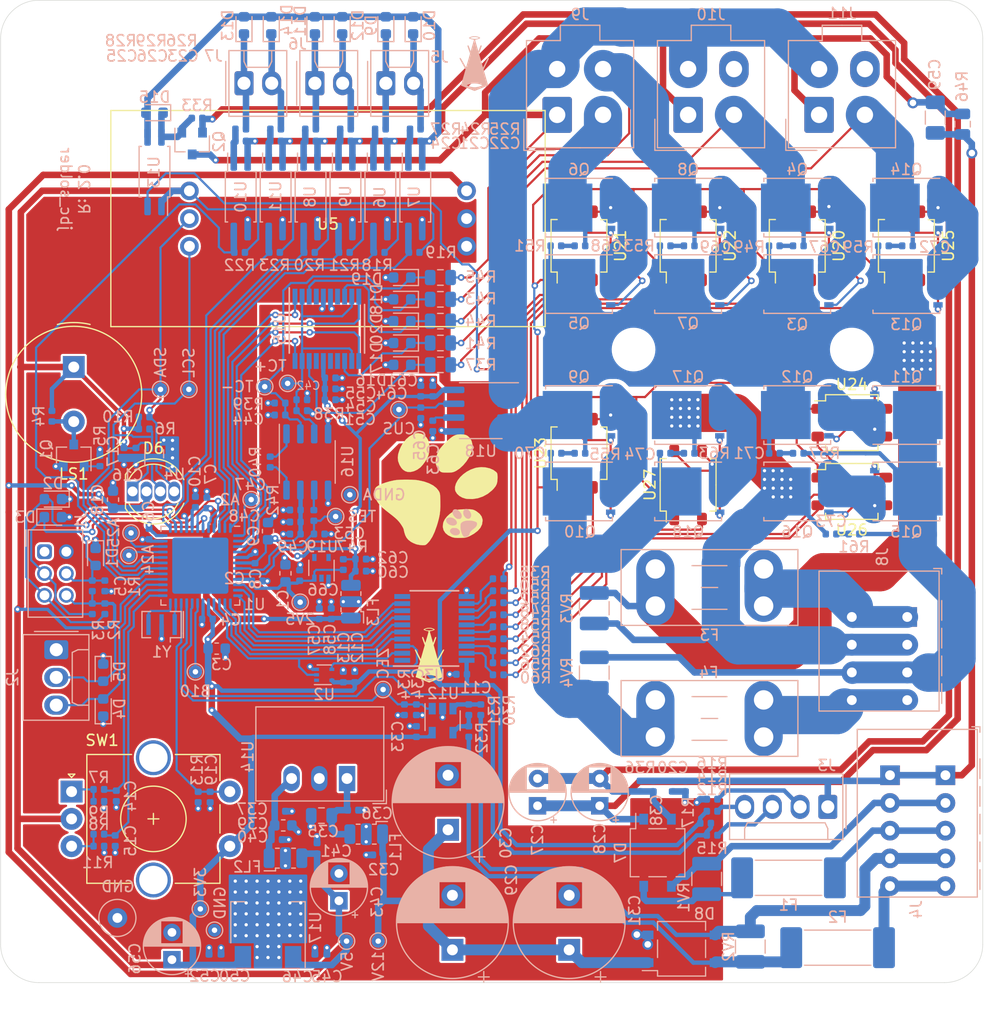
<source format=kicad_pcb>
(kicad_pcb (version 20221018) (generator pcbnew)
  (layers (0 "F.Cu" signal) (31 "B.Cu" signal) (34 "B.Paste" user) (35 "F.Paste" user) (36 "B.SilkS" user "B.Silkscreen") (37 "F.SilkS" user "F.Silkscreen") (38 "B.Mask" user) (39 "F.Mask" user) (44 "Edge.Cuts" user))
  (net 0 "")
  (net 1 "GND")
  (net 2 "+3V3")
  (net 3 "/OSC_IN")
  (net 4 "/OSC_OUT")
  (net 5 "+12V")
  (net 6 "/DEBUG_TX")
  (net 7 "/DEBUG_RX")
  (net 8 "/SWCLK")
  (net 9 "/~{RESET}")
  (net 10 "/SWDIO")
  (net 11 "/PIEZO")
  (net 12 "/TRAFO_TEMP_GND")
  (net 13 "/TRAFO_TEMP_SIGNAL")
  (net 14 "/TRAFO_TEMP_VCC")
  (net 15 "/TRAFO_TEMP")
  (net 16 "+5V")
  (net 17 "+3.3VA")
  (net 18 "Earth")
  (net 19 "+2V5")
  (net 20 "+5VP")
  (net 21 "/tip_control/TIP2_SW/SWITCH_SNUBBER")
  (net 22 "/tip_control/TIP3_SW1/SWITCH_SNUBBER")
  (net 23 "/tip_control/TIP3_SW2/SWITCH_SNUBBER")
  (net 24 "/tip_control/COMMON_SW/SWITCH_SNUBBER")
  (net 25 "/tip_control/24V_SW_2/SWITCH_SNUBBER")
  (net 26 "/tip_control/TIP1_SW/SWITCH_SNUBBER")
  (net 27 "/tip_control/AC_24V_GREY")
  (net 28 "/tip_control/48V_SW/SWITCH_SNUBBER")
  (net 29 "/tip_control/24V_SW_1/SWITCH_SNUBBER")
  (net 30 "/tip_control/AC_4V_2")
  (net 31 "/tip_control/AC_12V_2")
  (net 32 "/tip_control/AC_4V_1")
  (net 33 "/tip_control/AC_12V_1")
  (net 34 "/tip_control/AC_24V_ORANGE")
  (net 35 "/tip_control/AC_24V_RED")
  (net 36 "/tip_control/AC_24_BLACK")
  (net 37 "/tip_control/TIP2_SW/SWITCH_G")
  (net 38 "/tip_control/TIP2_SW/SWITCH_S")
  (net 39 "/tip_control/TIP3_SW1/SWITCH_G")
  (net 40 "/tip_control/TIP3_SW1/SWITCH_S")
  (net 41 "/tip_control/TIP3_SW2/SWITCH_G")
  (net 42 "/tip_control/TIP3_SW2/SWITCH_S")
  (net 43 "/tip_control/COMMON_SW/SWITCH_G")
  (net 44 "/tip_control/COMMON_SW/SWITCH_S")
  (net 45 "/tip_control/24V_SW_2/SWITCH_G")
  (net 46 "/tip_control/24V_SW_2/SWITCH_S")
  (net 47 "/tip_control/TIP1_SW/SWITCH_G")
  (net 48 "/tip_control/TIP1_SW/SWITCH_S")
  (net 49 "/tip_control/48V_SW/SWITCH_G")
  (net 50 "/tip_control/48V_SW/SWITCH_S")
  (net 51 "/tip_control/24V_SW_1/SWITCH_G")
  (net 52 "/tip_control/24V_SW_1/SWITCH_S")
  (net 53 "/tip_control/AC1_I")
  (net 54 "/tip_control/AC2_I")
  (net 55 "/ROTARY_A")
  (net 56 "/ROTARY_B")
  (net 57 "/ROTARY_SW")
  (net 58 "/LED_B_I")
  (net 59 "/LED_G_I")
  (net 60 "/LED_R_I")
  (net 61 "/ROTARY_A_RAW")
  (net 62 "/ROTARY_B_RAW")
  (net 63 "/tip_control/TIP_SHELL")
  (net 64 "/tip_control/TC-")
  (net 65 "/tip_control/TC+")
  (net 66 "/tip_control/TIP2_TC")
  (net 67 "/tip_control/TIP3_TC1")
  (net 68 "/tip_control/TIP3_TC2")
  (net 69 "/tip_control/AC1_HEATER_24V_48V")
  (net 70 "/tip_control/AC2_HEATER_24V_48V")
  (net 71 "/tip_control/TIP1_TC")
  (net 72 "/tip_control/T3_SLEEP")
  (net 73 "/tip_control/T1_SLEEP")
  (net 74 "/tip_control/T1_REMOVE")
  (net 75 "/tip_control/T2_SLEEP")
  (net 76 "/tip_control/T2_REMOVE")
  (net 77 "/tip_control/T3_REMOVE")
  (net 78 "/tip_control/TIP_COM")
  (net 79 "+5VL")
  (net 80 "/tip_control/T1_S_I")
  (net 81 "/tip_control/T1_R_I")
  (net 82 "/tip_control/T2_S_I")
  (net 83 "/tip_control/T2_R_I")
  (net 84 "/tip_control/T3_S_I")
  (net 85 "/tip_control/T3_R_I")
  (net 86 "/tip_control/CURRENT_FILTER")
  (net 87 "/VDD_CORE")
  (net 88 "/tip_control/AC_4V_1_FUSED")
  (net 89 "/tip_control/AC_12V_1_FUSED")
  (net 90 "/tip_control/SLEEP_SW_I1")
  (net 91 "/tip_control/SLEEP_SW_I2")
  (net 92 "/tip_control/T1_TS_I")
  (net 93 "/tip_control/RG1")
  (net 94 "/tip_control/RG2")
  (net 95 "/tip_control/T2_TS_I")
  (net 96 "/tip_control/TEMP_S_I")
  (net 97 "/tip_control/T3_TS1_I")
  (net 98 "/tip_control/T3_TS2_I")
  (net 99 "/tip_control/TIP2_SW/SWITCH_SW_LED_I1")
  (net 100 "/tip_control/TIP3_SW1/SWITCH_SW_LED_I1")
  (net 101 "/tip_control/TIP3_SW2/SWITCH_SW_LED_I1")
  (net 102 "/tip_control/COMMON_SW/SWITCH_SW_LED_I1")
  (net 103 "/tip_control/24V_SW_2/SWITCH_SW_LED_I1")
  (net 104 "/tip_control/TIP1_SW/SWITCH_SW_LED_I1")
  (net 105 "/tip_control/48V_SW/SWITCH_SW_LED_I1")
  (net 106 "/tip_control/24V_SW_1/SWITCH_SW_LED_I1")
  (net 107 "/ZERO_CROSS")
  (net 108 "/TEMP_SENSE")
  (net 109 "/CURRENT_SENSE")
  (net 110 "/TIP1_SLEEP")
  (net 111 "/TIP1_REMOVE")
  (net 112 "/TIP2_SLEEP")
  (net 113 "/TIP2_REMOVE")
  (net 114 "/TIP3_SLEEP")
  (net 115 "/TIP3_REMOVE")
  (net 116 "/TIP1_TC_SW")
  (net 117 "/TIP2_TC_SW")
  (net 118 "/TIP3_TC_SW1")
  (net 119 "/TIP3_TC_SW2")
  (net 120 "/SCL")
  (net 121 "/SDA")
  (net 122 "/tip_control/SLEEP_SW")
  (net 123 "/tip_control/TIP2_SW")
  (net 124 "/tip_control/TIP3_SW1")
  (net 125 "/tip_control/TIP3_SW2")
  (net 126 "/tip_control/TIP_COM_SW")
  (net 127 "/tip_control/24V_SW")
  (net 128 "/tip_control/TIP1_SW")
  (net 129 "/tip_control/48V_SW")
  (net 130 "/24_48_SELECT")
  (net 131 "/SLEEP_SW_UC")
  (net 132 "/TIP_COM_SW_UC")
  (net 133 "/TIP3_SW2_UC")
  (net 134 "/TIP3_SW1_UC")
  (net 135 "/TIP2_SW_UC")
  (net 136 "/TIP1_SW_UC")
  (net 137 "GND_ISO")
  (net 138 "/PIEZO_GND")
  (net 139 "/24_SW_I")
  (net 140 "/tip_control/+12_F")
  (net 141 "/PA24")
  (net 142 "/PA25")
  (net 143 "/tip_control/IP-")
  (net 144 "/SWO")
  (net 145 "Net-(J10-Pad4)")
  (net 146 "Net-(J11-Pad4)")
  (net 147 "Net-(U2-Pad1)")
  (net 148 "Net-(U4-Pad1)")
  (net 149 "Net-(U15-Pad17)")
  (net 150 "Net-(U15-Pad15)")
  (net 151 "Net-(U15-Pad14)")
  (net 152 "Net-(U15-Pad7)")
  (net 153 "Net-(U15-Pad4)")
  (net 154 "/A2")
  (net 155 "/B10")
  (footprint "LED_THT:LED_D5.0mm-4_RGB" (layer "F.Cu") (at 12.095 45)
    (fp_text reference "D6")
    (fp_text value "LED_RABG")
  )
  (footprint "Rotary_Encoder:RotaryEncoder_Alps_EC11E-Switch_Vertical_H20mm_CircularMountingHoles" (layer "F.Cu") (at 6.5 72.5)
    (fp_text reference "SW1")
    (fp_text value "Rotary_Encoder_Switch")
  )
  (footprint "MountingHole:MountingHole_3.2mm_M3" (layer "F.Cu") (at 3.5 3.5)
    (fp_text reference "HOLE1" hide)
    (fp_text value "MountingHole_3.2mm_M3" hide)
  )
  (footprint "MountingHole:MountingHole_3.2mm_M3" (layer "F.Cu") (at 86.5 3.5)
    (fp_text reference "HOLE2" hide)
    (fp_text value "MountingHole_3.2mm_M3" hide)
  )
  (footprint "MountingHole:MountingHole_3.2mm_M3" (layer "F.Cu") (at 3.5 86.5)
    (fp_text reference "HOLE4" hide)
    (fp_text value "MountingHole_3.2mm_M3" hide)
  )
  (footprint "dp:SOP-4_4.6x4.9_P2.54mm" (layer "F.Cu") (at 53 41.5 90)
    (fp_text reference "U23")
    (fp_text value "VOM1271T")
  )
  (footprint "dp:SOP-4_4.6x4.9_P2.54mm" (layer "F.Cu") (at 83 22.5 90)
    (fp_text reference "U25")
    (fp_text value "VOM1271T")
  )
  (footprint "dp:SOP-4_4.6x4.9_P2.54mm" (layer "F.Cu") (at 73 22.5 90)
    (fp_text reference "U20")
    (fp_text value "VOM1271T")
  )
  (footprint "dp:SOP-4_4.6x4.9_P2.54mm" (layer "F.Cu") (at 53 22.5 90)
    (fp_text reference "U21")
    (fp_text value "VOM1271T")
  )
  (footprint "dp:SOP-4_4.6x4.9_P2.54mm" (layer "F.Cu") (at 63 22.5 90)
    (fp_text reference "U22")
    (fp_text value "VOM1271T")
  )
  (footprint "dp:SOP-4_4.6x4.9_P2.54mm" (layer "F.Cu") (at 78 45)
    (fp_text reference "U26")
    (fp_text value "VOM1271T")
  )
  (footprint "dp:SOP-4_4.6x4.9_P2.54mm" (layer "F.Cu") (at 63 44.4 90)
    (fp_text reference "U27")
    (fp_text value "VOM1271T")
  )
  (footprint "dp:SOP-4_4.6x4.9_P2.54mm" (layer "F.Cu") (at 78 38.7)
    (fp_text reference "U24")
    (fp_text value "VOM1271T")
  )
  (footprint "dp:7Seg_I2C_Display" (layer "F.Cu") (at 30 20)
    (fp_text reference "U5")
    (fp_text value " ")
  )
  (footprint "MountingHole:MountingHole_3.2mm_M3" (layer "F.Cu") (at 58 32)
    (fp_text reference "HS_HOLE1" hide)
    (fp_text value "MountingHole_3.2mm_M3" hide)
  )
  (footprint "Buzzer_Beeper:Buzzer_TDK_PS1240P02BT_D12.2mm_H6.5mm" (layer "F.Cu") (at 6.7 33.6 -90)
    (fp_text reference "LS1")
    (fp_text value "Speaker_Crystal")
  )
  (footprint "dp:logo_cat_12.7mm_silkscreen" (layer "F.Cu") (at 40 44.9)
    (fp_text reference "G***" hide)
    (fp_text value "LOGO" hide)
  )
  (footprint "dp:logo_baum_5.0mm_silkscreen" (layer "F.Cu") (at 39.3 60)
    (fp_text reference "G***" hide)
    (fp_text value "LOGO" hide)
  )
  (footprint "MountingHole:MountingHole_3.2mm_M3" (layer "F.Cu") (at 78 32)
    (fp_text reference "HS_HOLE2" hide)
    (fp_text value "MountingHole_3.2mm_M3" hide)
  )
  (footprint "MountingHole:MountingHole_3.2mm_M3" (layer "F.Cu") (at 86.5 86.5)
    (fp_text reference "HOLE3" hide)
    (fp_text value "MountingHole_3.2mm_M3" hide)
  )
  (footprint "Package_DFN_QFN:QFN-48-1EP_7x7mm_P0.5mm_EP5.15x5.15mm" (layer "B.Cu") (at 18.3 51.8 180)
    (fp_text reference "U1")
    (fp_text value "ATSAMD21G17L")
  )
  (footprint "Capacitor_SMD:C_0402_1005Metric" (layer "B.Cu") (at 10.6 72.9 -90)
    (fp_text reference "C14")
    (fp_text value "10nF")
  )
  (footprint "Capacitor_SMD:C_0402_1005Metric" (layer "B.Cu") (at 10.5 77 -90)
    (fp_text reference "C15")
    (fp_text value "10nF")
  )
  (footprint "Capacitor_SMD:C_0402_1005Metric" (layer "B.Cu") (at 19.2 73 -90)
    (fp_text reference "C19")
    (fp_text value "10nF")
  )
  (footprint "dp:molex_022112032" (layer "B.Cu") (at 5.1 59.5 -90)
    (fp_text reference "J2")
    (fp_text value "UART")
  )
  (footprint "dp:DF11-6DP-2DSA" (layer "B.Cu") (at 5.02 52.52 90)
    (fp_text reference "J1")
    (fp_text value "SWD")
  )
  (footprint "Resistor_SMD:R_0402_1005Metric" (layer "B.Cu") (at 9 72.3)
    (fp_text reference "R7")
    (fp_text value "10k")
  )
  (footprint "Resistor_SMD:R_0402_1005Metric" (layer "B.Cu") (at 9 76.4)
    (fp_text reference "R8")
    (fp_text value "10k")
  )
  (footprint "Resistor_SMD:R_0402_1005Metric" (layer "B.Cu") (at 9 73.4)
    (fp_text reference "R9")
    (fp_text value "10k")
  )
  (footprint "Resistor_SMD:R_0402_1005Metric" (layer "B.Cu") (at 9 77.5)
    (fp_text reference "R11")
    (fp_text value "10k")
  )
  (footprint "Resistor_SMD:R_0402_1005Metric" (layer "B.Cu") (at 18.1 73 -90)
    (fp_text reference "R13")
    (fp_text value "10k")
  )
  (footprint "Resistor_SMD:R_0402_1005Metric" (layer "B.Cu") (at 9.55 55.75 -90)
    (fp_text reference "R2")
    (fp_text value "100k")
  )
  (footprint "Resistor_SMD:R_0402_1005Metric" (layer "B.Cu") (at 64.6 75.4 180)
    (fp_text reference "R12")
    (fp_text value "4k7")
  )
  (footprint "Resistor_SMD:R_0402_1005Metric" (layer "B.Cu") (at 65.2 74.3 180)
    (fp_text reference "R14")
    (fp_text value "27R")
  )
  (footprint "Resistor_SMD:R_0402_1005Metric" (layer "B.Cu") (at 65.2 76.5 180)
    (fp_text reference "R15")
    (fp_text value "27R")
  )
  (footprint "TestPoint:TestPoint_Loop_D2.60mm_Drill0.9mm_Beaded" (layer "B.Cu") (at 10.7 84.075)
    (fp_text reference "TP14" hide)
    (fp_text value "GND")
  )
  (footprint "Package_SO:SOIC-8_3.9x4.9mm_P1.27mm" (layer "B.Cu") (at 44 37.6 180)
    (fp_text reference "U18")
    (fp_text value "ACS725xLCTR-20AB")
  )
  (footprint "Package_SO:SO-8_3.9x4.9mm_P1.27mm" (layer "B.Cu") (at 28.1 42.3 -90)
    (fp_text reference "U16")
    (fp_text value "LT1789")
  )
  (footprint "dp:Molex_Mini-Fit_Jr_87427-0444_2x02_P4.20mm_Vertical" (layer "B.Cu") (at 51 10.5)
    (fp_text reference "J9")
    (fp_text value "TIP3")
  )
  (footprint "Capacitor_SMD:C_0402_1005Metric" (layer "B.Cu") (at 9.55 53.65 -90)
    (fp_text reference "C5")
    (fp_text value "10nF")
  )
  (footprint "Resistor_SMD:R_0402_1005Metric" (layer "B.Cu") (at 8.4 53.65 90)
    (fp_text reference "R1")
    (fp_text value "10k")
  )
  (footprint "Resistor_SMD:R_0402_1005Metric" (layer "B.Cu") (at 8.4 55.75 -90)
    (fp_text reference "R3")
    (fp_text value "10k")
  )
  (footprint "Crystal:Resonator_SMD_muRata_CSTxExxV-3Pin_3.0x1.1mm" (layer "B.Cu") (at 14.75 57.2 180)
    (fp_text reference "Y1")
    (fp_text value "8MHz")
  )
  (footprint "Package_SO:TSSOP-20_4.4x6.5mm_P0.65mm" (layer "B.Cu") (at 29.9 30.1 -90)
    (fp_text reference "U15")
    (fp_text value "ADG734")
  )
  (footprint "dp:Molex_Mini-Fit_Jr_87427-0444_2x02_P4.20mm_Vertical" (layer "B.Cu") (at 63 10.5)
    (fp_text reference "J10")
    (fp_text value "TIP2")
  )
  (footprint "dp:Molex_Mini-Fit_Jr_87427-0444_2x02_P4.20mm_Vertical" (layer "B.Cu") (at 75 10.5)
    (fp_text reference "J11")
    (fp_text value "TIP1")
  )
  (footprint "Capacitor_SMD:C_0402_1005Metric" (layer "B.Cu") (at 34.8 12.9 180)
    (fp_text reference "C21")
    (fp_text value "10nF")
  )
  (footprint "Capacitor_SMD:C_0402_1005Metric" (layer "B.Cu") (at 38 12.9 180)
    (fp_text reference "C22")
    (fp_text value "10nF")
  )
  (footprint "Capacitor_SMD:C_0402_1005Metric" (layer "B.Cu") (at 28.4 12.9 180)
    (fp_text reference "C23")
    (fp_text value "10nF")
  )
  (footprint "Capacitor_SMD:C_0402_1005Metric" (layer "B.Cu") (at 31.6 12.9 180)
    (fp_text reference "C24")
    (fp_text value "10nF")
  )
  (footprint "Capacitor_SMD:C_0402_1005Metric" (layer "B.Cu") (at 22 12.9 180)
    (fp_text reference "C25")
    (fp_text value "10nF")
  )
  (footprint "Capacitor_SMD:C_0402_1005Metric" (layer "B.Cu") (at 25.2 12.9 180)
    (fp_text reference "C26")
    (fp_text value "10nF")
  )
  (footprint "Capacitor_SMD:C_0402_1005Metric" (layer "B.Cu") (at 27.4 52.7 90)
    (fp_text reference "C66")
    (fp_text value "100nF")
  )
  (footprint "Package_TO_SOT_SMD:TDSON-8-1" (layer "B.Cu") (at 63 19 180)
    (fp_text reference "Q8")
    (fp_text value "BSC098N10NS5")
  )
  (footprint "Package_TO_SOT_SMD:TDSON-8-1" (layer "B.Cu") (at 53 38 180)
    (fp_text reference "Q9")
    (fp_text value "BSC098N10NS5")
  )
  (footprint "Package_TO_SOT_SMD:TDSON-8-1" (layer "B.Cu") (at 53 45 180)
    (fp_text reference "Q10")
    (fp_text value "BSC098N10NS5")
  )
  (footprint "Package_TO_SOT_SMD:TDSON-8-1" (layer "B.Cu") (at 83 38)
    (fp_text reference "Q11")
    (fp_text value "BSC098N10NS5")
  )
  (footprint "Package_TO_SOT_SMD:TDSON-8-1" (layer "B.Cu") (at 83 26 180)
    (fp_text reference "Q13")
    (fp_text value "BSC098N10NS5")
  )
  (footprint "Resistor_SMD:R_0402_1005Metric" (layer "B.Cu") (at 62.75 72 -90)
    (fp_text reference "R17")
    (fp_text value "1M")
  )
  (footprint "Resistor_SMD:R_0402_1005Metric" (layer "B.Cu") (at 34.8 11.8 180)
    (fp_text reference "R24")
    (fp_text value "560R")
  )
  (footprint "Resistor_SMD:R_0402_1005Metric" (layer "B.Cu") (at 38 11.8 180)
    (fp_text reference "R25")
    (fp_text value "560R")
  )
  (footprint "Resistor_SMD:R_0402_1005Metric" (layer "B.Cu") (at 28.4 11.8 180)
    (fp_text reference "R26")
    (fp_text value "560R")
  )
  (footprint "Resistor_SMD:R_0402_1005Metric" (layer "B.Cu") (at 31.6 11.8 180)
    (fp_text reference "R27")
    (fp_text value "560R")
  )
  (footprint "Resistor_SMD:R_0402_1005Metric" (layer "B.Cu") (at 22 11.8 180)
    (fp_text reference "R28")
    (fp_text value "560R")
  )
  (footprint "Resistor_SMD:R_0402_1005Metric" (layer "B.Cu") (at 25.2 11.8 180)
    (fp_text reference "R29")
    (fp_text value "560R")
  )
  (footprint "Resistor_SMD:R_0402_1005Metric" (layer "B.Cu") (at 31.4 51.7 90)
    (fp_text reference "R47")
    (fp_text value "560R")
  )
  (footprint "Resistor_SMD:R_0402_1005Metric" (layer "B.Cu") (at 45.6 54.1)
    (fp_text reference "R50")
    (fp_text value "220R")
  )
  (footprint "Resistor_SMD:R_0402_1005Metric" (layer "B.Cu") (at 50.885 22.5 180)
    (fp_text reference "R51")
    (fp_text value "220R")
  )
  (footprint "Resistor_SMD:R_0402_1005Metric" (layer "B.Cu") (at 45.6 55.2)
    (fp_text reference "R52")
    (fp_text value "220R")
  )
  (footprint "Resistor_SMD:R_0402_1005Metric" (layer "B.Cu") (at 60.9 22.5 180)
    (fp_text reference "R53")
    (fp_text value "220R")
  )
  (footprint "Resistor_SMD:R_0402_1005Metric" (layer "B.Cu") (at 45.6 58.5)
    (fp_text reference "R54")
    (fp_text value "220R")
  )
  (footprint "Resistor_SMD:R_0402_1005Metric" (layer "B.Cu") (at 53.085 41.5)
    (fp_text reference "R55")
    (fp_text value "220R")
  )
  (footprint "dp:TestPoint_Pad_D1.2mm_0.5mmHole" (layer "B.Cu") (at 27.45 55.15)
    (fp_text reference "TP18" hide)
    (fp_text value "2V5")
  )
  (footprint "Capacitor_SMD:C_0402_1005Metric" (layer "B.Cu") (at 39.6 35.8 90)
    (fp_text reference "C61")
    (fp_text value "100nF")
  )
  (footprint "Capacitor_SMD:C_0402_1005Metric" (layer "B.Cu") (at 39.6 39 -90)
    (fp_text reference "C63")
    (fp_text value "10nF")
  )
  (footprint "Capacitor_SMD:C_0402_1005Metric" (layer "B.Cu") (at 38.5 35.8 -90)
    (fp_text reference "C64")
    (fp_text value "2.2uF")
  )
  (footprint "Capacitor_SMD:C_0402_1005Metric" (layer "B.Cu") (at 38.5 37.8 -90)
    (fp_text reference "C65")
    (fp_text value "1nF")
  )
  (footprint "Package_TO_SOT_SMD:TDSON-8-1" (layer "B.Cu") (at 73 26 180)
    (fp_text reference "Q3")
    (fp_text value "BSC098N10NS5")
  )
  (footprint "Package_TO_SOT_SMD:TDSON-8-1" (layer "B.Cu") (at 73 19 180)
    (fp_text reference "Q4")
    (fp_text value "BSC098N10NS5")
  )
  (footprint "Package_TO_SOT_SMD:TDSON-8-1" (layer "B.Cu") (at 53 26 180)
    (fp_text reference "Q5")
    (fp_text value "BSC098N10NS5")
  )
  (footprint "Package_TO_SOT_SMD:TDSON-8-1" (layer "B.Cu") (at 53 19 180)
    (fp_text reference "Q6")
    (fp_text value "BSC098N10NS5")
  )
  (footprint "Package_TO_SOT_SMD:TDSON-8-1" (layer "B.Cu") (at 63 26 180)
    (fp_text reference "Q7")
    (fp_text value "BSC098N10NS5")
  )
  (footprint "Package_TO_SOT_SMD:TDSON-8-1" (layer "B.Cu") (at 83 19 180)
    (fp_text reference "Q14")
    (fp_text value "BSC098N10NS5")
  )
  (footprint "Package_TO_SOT_SMD:TDSON-8-1" (layer "B.Cu") (at 83 45)
    (fp_text reference "Q15")
    (fp_text value "BSC098N10NS5")
  )
  (footprint "Package_TO_SOT_SMD:TDSON-8-1" (layer "B.Cu") (at 73 45 180)
    (fp_text reference "Q16")
    (fp_text value "BSC098N10NS5")
  )
  (footprint "Package_TO_SOT_SMD:TDSON-8-1" (layer "B.Cu") (at 63 38 180)
    (fp_text reference "Q17")
    (fp_text value "BSC098N10NS5")
  )
  (footprint "Package_TO_SOT_SMD:TDSON-8-1" (layer "B.Cu") (at 63 45 180)
    (fp_text reference "Q18")
    (fp_text value "BSC098N10NS5")
  )
  (footprint "Resistor_SMD:R_0402_1005Metric" (layer "B.Cu") (at 58.6 72 -90)
    (fp_text reference "R36")
    (fp_text value "1M")
  )
  (footprint "Resistor_SMD:R_0402_1005Metric" (layer "B.Cu") (at 45.6 56.3)
    (fp_text reference "R48")
    (fp_text value "220R")
  )
  (footprint "Resistor_SMD:R_0402_1005Metric" (layer "B.Cu") (at 70.9 22.5 180)
    (fp_text reference "R49")
    (fp_text value "220R")
  )
  (footprint "Resistor_SMD:R_0402_1005Metric" (layer "B.Cu") (at 73.1 41.5)
    (fp_text reference "R57")
    (fp_text value "220R")
  )
  (footprint "Package_SO:SOP-4_4.4x2.6mm_P1.27mm" (layer "B.Cu") (at 14.1 15.7 90)
    (fp_text reference "U13")
    (fp_text value "TCMT1100")
  )
  (footprint "Capacitor_SMD:C_0402_1005Metric" (layer "B.Cu") (at 25.6 38 180)
    (fp_text reference "C44")
    (fp_text value "15pF")
  )
  (footprint "Capacitor_SMD:C_0402_1005Metric" (layer "B.Cu") (at 27 46.7 180)
    (fp_text reference "C47")
    (fp_text value "10nF")
  )
  (footprint "Capacitor_SMD:C_0402_1005Metric" (layer "B.Cu") (at 27 47.8 180)
    (fp_text reference "C48")
    (fp_text value "100nF")
  )
  (footprint "Capacitor_SMD:C_0402_1005Metric" (layer "B.Cu") (at 27 48.9)
    (fp_text reference "C49")
    (fp_text value "2.2uF")
  )
  (footprint "Capacitor_SMD:C_0402_1005Metric" (layer "B.Cu") (at 30.2 36.6 180)
    (fp_text reference "C51")
    (fp_text value "2.2uF")
  )
  (footprint "Capacitor_SMD:C_0402_1005Metric" (layer "B.Cu") (at 29.2 48.9)
    (fp_text reference "C53")
    (fp_text value "1nF")
  )
  (footprint "Capacitor_SMD:C_0402_1005Metric" (layer "B.Cu") (at 30.2 35.6)
    (fp_text reference "C54")
    (fp_text value "100nF")
  )
  (footprint "Capacitor_SMD:C_0402_1005Metric" (layer "B.Cu") (at 30.2 34.6)
    (fp_text reference "C55")
    (fp_text value "10nF")
  )
  (footprint "Package_TO_SOT_SMD:SOT-23" (layer "B.Cu") (at 17.55 13.125 -90)
    (fp_text reference "Q2")
    (fp_text value "DMN61D8LQ-13")
  )
  (footprint "Resistor_SMD:R_0402_1005Metric" (layer "B.Cu") (at 18 10.8 180)
    (fp_text reference "R33")
    (fp_text value "10k")
  )
  (footprint "Resistor_SMD:R_0402_1005Metric" (layer "B.Cu") (at 45.6 53 180)
    (fp_text reference "R35")
    (fp_text value "220R")
  )
  (footprint "Resistor_SMD:R_0805_2012Metric" (layer "B.Cu") (at 40.3 33.4 180)
    (fp_text reference "R37")
    (fp_text value "22k")
  )
  (footprint "Resistor_SMD:R_0402_1005Metric" (layer "B.Cu") (at 24.7 42.3 90)
    (fp_text reference "R40")
    (fp_text value "10k")
  )
  (footprint "Resistor_SMD:R_0402_1005Metric" (layer "B.Cu") (at 28.7 47.2 90)
    (fp_text reference "R42")
    (fp_text value "560R")
  )
  (footprint "Resistor_SMD:R_0805_2012Metric" (layer "B.Cu") (at 40.3 27.4 180)
    (fp_text reference "R43")
    (fp_text value "22k")
  )
  (footprint "Resistor_SMD:R_0805_2012Metric" (layer "B.Cu") (at 40.3 29.4 180)
    (fp_text reference "R44")
    (fp_text value "22k")
  )
  (footprint "Resistor_SMD:R_0805_2012Metric" (layer "B.Cu") (at 40.3 25.4)
    (fp_text reference "R45")
    (fp_text value "22k")
  )
  (footprint "dp:TestPoint_Pad_D1.2mm_0.5mmHole" (layer "B.Cu") (at 24.2 35.4)
    (fp_text reference "TP9" hide)
    (fp_text value " TC-")
  )
  (footprint "dp:TestPoint_Pad_D1.2mm_0.5mmHole" (layer "B.Cu") (at 26.3 35.1)
    (fp_text reference "TP10" hide)
    (fp_text value "TC+")
  )
  (footprint "dp:TestPoint_Pad_D1.2mm_0.5mmHole" (layer "B.Cu") (at 30.7 47.3)
    (fp_text reference "TP15" hide)
    (fp_text value "TES")
  )
  (footprint "dp:TestPoint_Pad_D1.2mm_0.5mmHole" (layer "B.Cu") (at 36.5 37.5)
    (fp_text reference "TP17" hide)
    (fp_text value "CUS")
  )
  (footprint "Capacitor_SMD:C_0402_1005Metric" (layer "B.Cu") (at 73.1 22.5)
    (fp_text reference "C67")
    (fp_text value "100nF")
  )
  (footprint "Capacitor_SMD:C_0402_1005Metric" (layer "B.Cu") (at 53.085 22.5)
    (fp_text reference "C68")
    (fp_text value "100nF")
  )
  (footprint "Capacitor_SMD:C_0402_1005Metric" (layer "B.Cu") (at 63.1 22.5)
    (fp_text reference "C69")
    (fp_text value "100nF")
  )
  (footprint "Capacitor_SMD:C_0402_1005Metric" (layer "B.Cu") (at 50.9 41.5 180)
    (fp_text reference "C70")
    (fp_text value "100nF")
  )
  (footprint "Capacitor_SMD:C_0402_1005Metric" (layer "B.Cu") (at 70.915 41.5 180)
    (fp_text reference "C71")
    (fp_text value "100nF")
  )
  (footprint "Capacitor_SMD:C_0402_1005Metric" (layer "B.Cu") (at 83.1 22.5)
    (fp_text reference "C72")
    (fp_text value "100nF")
  )
  (footprint "Capacitor_SMD:C_0402_1005Metric" (layer "B.Cu") (at 76.1 48.9 180)
    (fp_text reference "C73")
    (fp_text value "100nF")
  )
  (footprint "Resistor_SMD:R_0402_1005Metric" (layer "B.Cu") (at 45.6 57.4)
    (fp_text reference "R58")
    (fp_text value "220R")
  )
  (footprint "Resistor_SMD:R_0402_1005Metric" (layer "B.Cu") (at 80.9 22.5 180)
    (fp_text reference "R59")
    (fp_text value "220R")
  )
  (footprint "Resistor_SMD:R_0402_1005Metric" (layer "B.Cu") (at 45.6 61.8)
    (fp_text reference "R60")
    (fp_text value "220R")
  )
  (footprint "Resistor_SMD:R_0402_1005Metric" (layer "B.Cu") (at 78.2 48.9)
    (fp_text reference "R61")
    (fp_text value "220R")
  )
  (footprint "Resistor_SMD:R_0402_1005Metric" (layer "B.Cu") (at 45.6 59.6)
    (fp_text reference "R62")
    (fp_text value "220R")
  )
  (footprint "Resistor_SMD:R_0402_1005Metric" (layer "B.Cu") (at 63.1 41.5)
    (fp_text reference "R63")
    (fp_text value "220R")
  )
  (footprint "Capacitor_SMD:C_0402_1005Metric" (layer "B.Cu") (at 30.3 56.2 90)
    (fp_text reference "C58")
    (fp_text value "100nF")
  )
  (footprint "Capacitor_SMD:C_0402_1005Metric" (layer "B.Cu") (at 33 52.3)
    (fp_text reference "C60")
    (fp_text value "100nF")
  )
  (footprint "Capacitor_SMD:C_0402_1005Metric" (layer "B.Cu") (at 33 51.2 180)
    (fp_text reference "C62")
    (fp_text value "2.2uF")
  )
  (footprint "dp:3Pole_F1206" (layer "B.Cu") (at 32.1 55.1 90)
    (fp_text reference "FL3")
    (fp_text value "EMI_Filter_LCL")
  )
  (footprint "Capacitor_SMD:C_0603_1608Metric" (layer "B.Cu") (at 26.1 52.5 -90)
    (fp_text reference "C1")
    (fp_text value "10uF")
  )
  (footprint "Capacitor_SMD:C_0603_1608Metric" (layer "B.Cu") (at 19.8 59.4 180)
    (fp_text reference "C3")
    (fp_text value "10uF")
  )
  (footprint "Capacitor_SMD:C_0402_1005Metric" (layer "B.Cu") (at 18.95 56.7 180)
    (fp_text reference "C4")
    (fp_text value "100nF")
  )
  (footprint "Capacitor_SMD:C_0402_1005Metric" (layer "B.Cu") (at 13.6 48.9 -90)
    (fp_text reference "C6")
    (fp_text value "100nF")
  )
  (footprint "Capacitor_SMD:C_0402_1005Metric" (layer "B.Cu") (at 18.9 46.05 90)
    (fp_text reference "C7")
    (fp_text value "100nF")
  )
  (footprint "Capacitor_SMD:C_0402_1005Metric" (layer "B.Cu") (at 23.31 51.09 90)
    (fp_text reference "C8")
    (fp_text value "100nF")
  )
  (footprint "Capacitor_SMD:C_0603_1608Metric" (layer "B.Cu") (at 24.5 48.64 -90)
    (fp_text reference "C9")
    (fp_text value "10uF")
  )
  (footprint "Capacitor_SMD:C_0402_1005Metric" (layer "B.Cu") (at 17.85 45.965 -90)
    (fp_text reference "C10")
    (fp_text value "1uF")
  )
  (footprint "dp:molex_022112022" (layer "B.Cu") (at 35.3 7.6)
    (fp_text reference "J5")
    (fp_text value "TIP1_SR")
  )
  (footprint "dp:molex_022112022" (layer "B.Cu") (at 28.8 7.6)
    (fp_text reference "J6")
    (fp_text value "TIP2_SR")
  )
  (footprint "dp:molex_022112022" (layer "B.Cu") (at 22.3 7.6)
    (fp_text reference "J7")
    (fp_text value "TIP3_SR")
  )
  (footprint "Resistor_SMD:R_0402_1005Metric" (layer "B.Cu") (at 4.7 38.1 90)
    (fp_text reference "R4")
    (fp_text value "1k")
  )
  (footprint "Capacitor_SMD:C_0402_1005Metric" (layer "B.Cu") (at 29.2 56.2 -90)
    (fp_text reference "C57")
    (fp_text value "2.2uF")
  )
  (footprint "Capacitor_SMD:C_0402_1005Metric" (layer "B.Cu") (at 19.1 87.9 -90)
    (fp_text reference "C52")
    (fp_text value "2.2uF")
  )
  (footprint "Capacitor_SMD:C_0402_1005Metric" (layer "B.Cu") (at 25.3 76.9)
    (fp_text reference "C40")
    (fp_text value "100nF")
  )
  (footprint "Capacitor_THT:CP_Radial_D5.0mm_P2.50mm" (layer "B.Cu") (at 15.7 87.9 90)
    (fp_text reference "C56")
    (fp_text value "47uF")
  )
  (footprint "Package_TO_SOT_SMD:TO-269AA" (layer "B.Cu") (at 60.2 78.1 -90)
    (fp_text reference "D7")
    (fp_text value "MBS8")
  )
  (footprint "dp:3Pole_F1206" (layer "B.Cu") (at 26.1 78.6)
    (fp_text reference "FL2")
    (fp_text value "EMI_Filter_LCL")
  )
  (footprint "Package_TO_SOT_SMD:SOT-223-3_TabPin2" (layer "B.Cu") (at 24.5 84.5 90)
    (fp_text reference "U17")
    (fp_text value "LM3940IMP-3.3_SOT223")
  )
  (footprint "dp:TerminalBlock_KF141v-5-2.54_1x05_P2.54mm_Horizontal" (layer "B.Cu") (at 81.5 71 -90)
    (fp_text reference "J4")
    (fp_text value " ")
  )
  (footprint "Capacitor_THT:CP_Radial_D5.0mm_P2.50mm" (layer "B.Cu") (at 49.2 73.8 90)
    (fp_text reference "C27")
    (fp_text value "47uF")
  )
  (footprint "Capacitor_THT:CP_Radial_D10.0mm_P5.00mm" (layer "B.Cu") (at 41.4 87 90)
    (fp_text reference "C29")
    (fp_text value "470uF")
  )
  (footprint "Capacitor_THT:CP_Radial_D10.0mm_P5.00mm" (layer "B.Cu") (at 52.1 87 90)
    (fp_text reference "C31")
    (fp_text value "470uF")
  )
  (footprint "Package_TO_SOT_SMD:TO-269AA" (layer "B.Cu") (at 62.4 86.9)
    (fp_text reference "D8")
    (fp_text value "MBS8")
  )
  (footprint "Fuse:Fuse_Schurter_UMT250" (layer "B.Cu") (at 72.2 80.4)
    (fp_text reference "F1")
    (fp_text value "100mA")
  )
  (footprint "Fuse:Fuse_Schurter_UMT250" (layer "B.Cu") (at 76.7 86.8)
    (fp_text reference "F2")
    (fp_text value "1A")
  )
  (footprint "Capacitor_SMD:C_0402_1005Metric" (layer "B.Cu") (at 32.3 74.2)
    (fp_text reference "C36")
    (fp_text value "100nF")
  )
  (footprint "Capacitor_SMD:C_0402_1005Metric" (layer "B.Cu") (at 25.6 74.3)
    (fp_text reference "C37")
    (fp_text value "100nF")
  )
  (footprint "Capacitor_THT:CP_Radial_D5.0mm_P2.50mm" (layer "B.Cu") (at 31 82.5 90)
    (fp_text reference "C43")
    (fp_text value "47uF")
  )
  (footprint "Capacitor_SMD:C_0402_1005Metric" (layer "B.Cu") (at 29 77.7 90)
    (fp_text reference "C41")
    (fp_text value "100nF")
  )
  (footprint "Capacitor_SMD:C_0402_1005Metric" (layer "B.Cu") (at 20.2 87.9 90)
    (fp_text reference "C50")
    (fp_text value "100nF")
  )
  (footprint "dp:TestPoint_Pad_D1.2mm_0.5mmHole" (layer "B.Cu") (at 31.7 86.2 -90)
    (fp_text reference "TP11" hide)
    (fp_text value "5V")
  )
  (footprint "Resistor_SMD:R_1210_3225Metric" (layer "B.Cu") (at 64.7 80.5 90)
    (fp_text reference "RV1")
    (fp_text value "30V")
  )
  (footprint "Resistor_SMD:R_1210_3225Metric" (layer "B.Cu") (at 68.7 86.7 -90)
    (fp_text reference "RV2")
    (fp_text value "30V")
  )
  (footprint "Capacitor_SMD:C_0402_1005Metric" (layer "B.Cu") (at 29.9 87.9 -90)
    (fp_text reference "C45")
    (fp_text value "2.2uF")
  )
  (footprint "Capacitor_THT:CP_Radial_D5.0mm_P2.50mm" (layer "B.Cu") (at 54.9 73.8 90)
    (fp_text reference "C28")
    (fp_text value "47uF")
  )
  (footprint "Diode_SMD:D_0603_1608Metric" (layer "B.Cu") (at 36.8 25.4 180)
    (fp_text reference "D19")
    (fp_text value "3V3")
  )
  (footprint "Capacitor_SMD:C_0805_2012Metric" (layer "B.Cu") (at 29.4 74.7)
    (fp_text reference "C35")
    (fp_text value "4.7uF")
  )
  (footprint "Capacitor_SMD:C_0603_1608Metric" (layer "B.Cu") (at 25.9 75.6 180)
    (fp_text reference "C39")
    (fp_text value "10uF")
  )
  (footprint "dp:TestPoint_Pad_D1.2mm_0.5mmHole" (layer "B.Cu") (at 17.25 35.65 90)
    (fp_text reference "TP5" hide)
    (fp_text value "SCL")
  )
  (footprint "Capacitor_SMD:C_0402_1005Metric" (layer "B.Cu") (at 11.3 41.5 90)
    (fp_text reference "C16")
    (fp_text value "1uF")
  )
  (footprint "Capacitor_SMD:C_0402_1005Metric" (layer "B.Cu") (at 12.4 41.5 -90)
    (fp_text reference "C17")
    (fp_text value "100nF")
  )
  (footprint "Capacitor_SMD:C_0603_1608Metric" (layer "B.Cu") (at 10.3 45.75 -90)
    (fp_text reference "C18")
    (fp_text value "10uF")
  )
  (footprint "dp:UTDFN-8-1EP_1.5x1.5mm_P0.4mm_EP0.8x1.45mm" (layer "B.Cu") (at 14.075 41.925 90)
    (fp_text reference "U4")
    (fp_text value "KTD2026")
  )
  (footprint "Diode_SMD:D_0603_1608Metric" (layer "B.Cu") (at 9.4 64.8 90)
    (fp_text reference "D4")
    (fp_text value "3V3")
  )
  (footprint "Diode_SMD:D_0603_1608Metric" (layer "B.Cu") (at 9.4 61.6 -90)
    (fp_text reference "D5")
    (fp_text value "3V3")
  )
  (footprint "Diode_SMD:D_0603_1608Metric" (layer "B.Cu") (at 35.3 2.3 90)
    (fp_text reference "D9")
    (fp_text value "3V3")
  )
  (footprint "Diode_SMD:D_0603_1608Metric" (layer "B.Cu") (at 28.8 2.3 90)
    (fp_text reference "D11")
    (fp_text value "3V3")
  )
  (footprint "Diode_SMD:D_0603_1608Metric" (layer "B.Cu") (at 31.3 2.3 90)
    (fp_text reference "D12")
    (fp_text value "3V3")
  )
  (footprint "Diode_SMD:D_0603_1608Metric" (layer "B.Cu") (at 22.3 2.3 90)
    (fp_text reference "D13")
    (fp_text value "3V3")
  )
  (footprint "Diode_SMD:D_0603_1608Metric" (layer "B.Cu") (at 24.8 2.3 90)
    (fp_text reference "D14")
    (fp_text value "3V3")
  )
  (footprint "Diode_SMD:D_0603_1608Metric" (layer "B.Cu") (at 36.8 29.4 180)
    (fp_text reference "D20")
    (fp_text value "3V3")
  )
  (footprint "Resistor_SMD:R_0402_1005Metric" (layer "B.Cu") (at 45.6 60.7)
    (fp_text reference "R56")
    (fp_text value "220R")
  )
  (footprint "Package_TO_SOT_SMD:TDSON-8-1" (layer "B.Cu") (at 73 38 180)
    (fp_text reference "Q12")
    (fp_text value "BSC098N10NS5")
  )
  (footprint "Capacitor_SMD:C_0402_1005Metric" (layer "B.Cu") (at 28.8 87.9 90)
    (fp_text reference "C46")
    (fp_text value "100nF")
  )
  (footprint "Package_SO:SOP-4_4.4x2.6mm_P1.27mm" (layer "B.Cu") (at 34.8 18 -90)
    (fp_text reference "U6")
    (fp_text value "TCMT1100")
  )
  (footprint "Package_SO:SOP-4_4.4x2.6mm_P1.27mm" (layer "B.Cu") (at 38 18 -90)
    (fp_text reference "U7")
    (fp_text value "TCMT1100")
  )
  (footprint "Package_SO:SOP-4_4.4x2.6mm_P1.27mm" (layer "B.Cu") (at 28.4 18 -90)
    (fp_text reference "U8")
    (fp_text value "TCMT1100")
  )
  (footprint "Package_SO:SOP-4_4.4x2.6mm_P1.27mm" (layer "B.Cu") (at 31.6 18 -90)
    (fp_text reference "U9")
    (fp_text value "TCMT1100")
  )
  (footprint "Package_SO:SOP-4_4.4x2.6mm_P1.27mm" (layer "B.Cu") (at 22 18 -90)
    (fp_text reference "U10")
    (fp_text value "TCMT1100")
  )
  (footprint "Package_SO:SOP-4_4.4x2.6mm_P1.27mm" (layer "B.Cu") (at 25.2 18 -90)
    (fp_text reference "U11")
    (fp_text value "TCMT1100")
  )
  (footprint "Resistor_SMD:R_0402_1005Metric" (layer "B.Cu") (at 34.7 23.1)
    (fp_text reference "R18")
    (fp_text value "10k")
  )
  (footprint "Resistor_SMD:R_0402_1005Metric" (layer "B.Cu") (at 28.3 23.1)
    (fp_text reference "R20")
    (fp_text value "10k")
  )
  (footprint "Resistor_SMD:R_0402_1005Metric" (layer "B.Cu") (at 31.5 23.1)
    (fp_text reference "R21")
    (fp_text value "10k")
  )
  (footprint "Resistor_SMD:R_0402_1005Metric" (layer "B.Cu") (at 21.9 23.1)
    (fp_text reference "R22")
    (fp_text value "10k")
  )
  (footprint "Resistor_SMD:R_0402_1005Metric" (layer "B.Cu") (at 25.1 23.1)
    (fp_text reference "R23")
    (fp_text value "10k")
  )
  (footprint "Resistor_SMD:R_0402_1005Metric" (layer "B.Cu") (at 13.15 39.275 180)
    (fp_text reference "R6")
    (fp_text value "4k7")
  )
  (footprint "Resistor_SMD:R_0402_1005Metric" (layer "B.Cu") (at 13.15 38.175 180)
    (fp_text reference "R10")
    (fp_text value "4k7")
  )
  (footprint "dp:TestPoint_Pad_D1.2mm_0.5mmHole" (layer "B.Cu") (at 19.6 85.2)
    (fp_text reference "TP16" hide)
    (fp_text value "GND")
  )
  (footprint "Fuse:Fuseholder_Blade_Mini_Keystone_3568" (layer "B.Cu") (at 60 55.5)
    (fp_text reference "F3")
    (fp_text value "10A")
  )
  (footprint "Fuse:Fuseholder_Blade_Mini_Keystone_3568" (layer "B.Cu") (at 60 67.5)
    (fp_text reference "F4")
    (fp_text value "10A")
  )
  (footprint "dp:TerminalBlock_KF141v-4-2.54_1x04_P2.54mm_Horizontal" (layer "B.Cu") (at 78 56.5 -90)
    (fp_text reference "J8")
    (fp_text value " ")
  )
  (footprint "Resistor_SMD:R_1210_3225Metric" (layer "B.Cu") (at 54.4 55.7 90)
    (fp_text reference "RV3")
    (fp_text value "30V")
  )
  (footprint "Resistor_SMD:R_1210_3225Metric" (layer "B.Cu") (at 54.4 61.6 90)
    (fp_text reference "RV4")
    (fp_text value "30V")
  )
  (footprint "Diode_SMD:D_0603_1608Metric" (layer "B.Cu") (at 37.8 2.3 90)
    (fp_text reference "D10")
    (fp_text value "3V3")
  )
  (footprint "dp:TestPoint_Pad_D1.2mm_0.5mmHole" (layer "B.Cu") (at 34.6 86.2 -90)
    (fp_text reference "TP7" hide)
    (fp_text value "12V")
  )
  (footprint "Diode_SMD:D_0603_1608Metric" (layer "B.Cu") (at 8.7 51 -90)
    (fp_text reference "D1")
    (fp_text value "3V3")
  )
  (footprint "Diode_SMD:D_0603_1608Metric" (layer "B.Cu") (at 4.8 45.7 180)
    (fp_text reference "D2")
    (fp_text value "3V3")
  )
  (footprint "Diode_SMD:D_0603_1608Metric" (layer "B.Cu") (at 4.8 47.35)
    (fp_text reference "D3")
    (fp_text value "3V3")
  )
  (footprint "dp:molex_022112042" (layer "B.Cu") (at 75.8 73.9 180)
    (fp_text reference "J3")
    (fp_text value "TRAFO_TEMP")
  )
  (footprint "Capacitor_SMD:C_0402_1005Metric" (layer "B.Cu") (at 42.25 61.75)
    (fp_text reference "C11")
    (fp_text value "2.2uF")
  )
  (footprint "Capacitor_SMD:C_0402_1005Metric" (layer "B.Cu") (at 31.4 62 90)
    (fp_text reference "C13")
    (fp_text value "100nF")
  )
  (footprint "Resistor_SMD:R_0402_1005Metric" (layer "B.Cu") (at 65.2 73.2 180)
    (fp_text reference "R16")
    (fp_text value "27R")
  )
  (footprint "Resistor_SMD:R_0402_1005Metric" (layer "B.Cu") (at 44 65 90)
    (fp_text reference "R30")
    (fp_text value "100k")
  )
  (footprint "Package_TO_SOT_SMD:SOT-23-5" (layer "B.Cu") (at 40.5 66 -90)
    (fp_text reference "U12")
    (fp_text value "TS881xLx")
  )
  (footprint "Capacitor_SMD:C_0402_1005Metric" (layer "B.Cu") (at 38.1 67 90)
    (fp_text reference "C33")
    (fp_text value "100nF")
  )
  (footprint "Capacitor_SMD:C_0402_1005Metric" (layer "B.Cu") (at 38.1 65 -90)
    (fp_text reference "C34")
    (fp_text value "1nF")
  )
  (footprint "Resistor_SMD:R_0402_1005Metric" (layer "B.Cu") (at 42.9 65 90)
    (fp_text reference "R31")
    (fp_text value "10k")
  )
  (footprint "Resistor_SMD:R_0402_1005Metric" (layer "B.Cu") (at 42.9 67 -90)
    (fp_text reference "R32")
    (fp_text value "100k")
  )
  (footprint "Resistor_SMD:R_0402_1005Metric" (layer "B.Cu") (at 37 65 -90)
    (fp_text reference "R34")
    (fp_text value "100k")
  )
  (footprint "Capacitor_THT:CP_Radial_D10.0mm_P5.00mm" (layer "B.Cu") (at 41 76 90)
    (fp_text reference "C30")
    (fp_text value "470uF")
  )
  (footprint "Capacitor_SMD:C_0402_1005Metric" (layer "B.Cu") (at 32.45 62 90)
    (fp_text reference "C12")
    (fp_text value "100nF")
  )
  (footprint "Package_TO_SOT_SMD:SOT-553" (layer "B.Cu") (at 29.65 61.8)
    (fp_text reference "U2")
    (fp_text value "74LVC1GU04DRL")
  )
  (footprint "Package_TO_SOT_SMD:SOT-353_SC-70-5" (layer "B.Cu") (at 29.4 52 90)
    (fp_text reference "U19")
    (fp_text value "LM4040DCK-2.5")
  )
  (footprint "dp:TestPoint_Pad_D1.2mm_0.5mmHole" (layer "B.Cu") (at 32 45.3 90)
    (fp_text reference "TP12" hide)
    (fp_text value "GNDA")
  )
  (footprint "Package_SO:TSSOP-20_4.4x6.5mm_P0.65mm" (layer "B.Cu") (at 39.75 57.55)
    (fp_text reference "U3")
    (fp_text value "TLC59211")
  )
  (footprint "Resistor_SMD:R_0805_2012Metric" (layer "B.Cu") (at 40.3 31.4 180)
    (fp_text reference "R41")
    (fp_text value "22k")
  )
  (footprint "dp:logo_cat_3.2mm_silkscreen" (layer "B.Cu") (at 42.22 47.92 180)
    (fp_text reference "G***" hide)
    (fp_text value "LOGO" hide)
  )
  (footprint "dp:logo_baum_5.0mm_silkscreen" (layer "B.Cu") (at 43.4 5.8 180)
    (fp_text reference "G***" hide)
    (fp_text value "LOGO" hide)
  )
  (footprint "Diode_SMD:D_0603_1608Metric" (layer "B.Cu") (at 36.8 27.4 180)
    (fp_text reference "D18")
    (fp_text value "3V3")
  )
  (footprint "Resistor_SMD:R_0402_1005Metric" (layer "B.Cu") (at 37.9 23.1)
    (fp_text reference "R19")
    (fp_text value "10k")
  )
  (footprint "Diode_SMD:D_0603_1608Metric" (layer "B.Cu") (at 36.8 33.4 180)
    (fp_text reference "D16")
    (fp_text value "3V3")
  )
  (footprint "Capacitor_SMD:C_0402_1005Metric" (layer "B.Cu") (at 23.52 53.2)
    (fp_text reference "C2")
    (fp_text value "100nF")
  )
  (footprint "Capacitor_SMD:C_0402_1005Metric" (layer "B.Cu") (at 27.6 36.6)
    (fp_text reference "C42")
    (fp_text value "15pF")
  )
  (footprint "Resistor_SMD:R_0402_1005Metric" (layer "B.Cu") (at 27.6 37.6 180)
    (fp_text reference "R38")
    (fp_text value "1M")
  )
  (footprint "Resistor_SMD:R_0402_1005Metric" (layer "B.Cu") (at 25.6 36.9 180)
    (fp_text reference "R39")
    (fp_text value "1M")
  )
  (footprint "Capacitor_SMD:C_0402_1005Metric" (layer "B.Cu") (at 60.9 41.5 180)
    (fp_text reference "C74")
    (fp_text value "100nF")
  )
  (footprint "dp:TestPoint_Pad_D1.2mm_0.5mmHole" (layer "B.Cu") (at 22.96 45.75)
    (fp_text reference "TP3" hide)
    (fp_text value "A2")
  )
  (footprint "Diode_SMD:D_0603_1608Metric" (layer "B.Cu") (at 14.1 10.3 180)
    (fp_text reference "D15")
    (fp_text value "3V3")
  )
  (footprint "Package_TO_SOT_SMD:SOT-23" (layer "B.Cu") (at 6.7 41.7 90)
    (fp_text reference "Q1")
    (fp_text value "PMV164ENEAR")
  )
  (footprint "dp:TestPoint_Pad_D1.2mm_0.5mmHole" (layer "B.Cu") (at 35.05 63.15)
    (fp_text reference "TP8" hide)
    (fp_text value "ZEC")
  )
  (footprint "Resistor_SMD:R_0402_1005Metric" (layer "B.Cu") (at 9.1 42.2 90)
    (fp_text reference "R5")
    (fp_text value "10k")
  )
  (footprint "Capacitor_SMD:C_0402_1005Metric" (layer "B.Cu") (at 61.55 72 -90)
    (fp_text reference "C20")
    (fp_text value "100nF")
  )
  (footprint "Capacitor_SMD:C_0402_1005Metric" (layer "B.Cu") (at 59.8 72 -90)
    (fp_text reference "C38")
    (fp_text value "100nF")
  )
  (footprint "Capacitor_SMD:C_1206_3216Metric" (layer "B.Cu") (at 85.65 10.75 90)
    (fp_text reference "C59")
    (fp_text value "100nF")
  )
  (footprint "Resistor_SMD:R_0805_2012Metric" (layer "B.Cu") (at 88.15 11.35 90)
    (fp_text reference "R46")
    (fp_text value "1M")
  )
  (footprint "Diode_SMD:D_0603_1608Metric" (layer "B.Cu") (at 36.8 31.4 180)
    (fp_text reference "D17")
    (fp_text value "3V3")
  )
  (footprint "dp:TestPoint_Pad_D1.2mm_0.5mmHole" (layer "B.Cu") (at 17.85 61.525)
    (fp_text reference "TP4" hide)
    (fp_text value "B10")
  )
  (footprint "Capacitor_SMD:C_0402_1005Metric" (layer "B.Cu") (at 34.6 78.3 180)
    (fp_text reference "C32")
    (fp_text value "100nF")
  )
  (footprint "dp:3Pole_F1206" (layer "B.Cu") (at 33.5 76.4 180)
    (fp_text reference "FL1")
    (fp_text value "EMI_Filter_LCL")
  )
  (footprint "Converter_DCDC:Converter_DCDC_RECOM_R-78E-0.5_THT" (layer "B.Cu") (at 31.74 71.3 180)
    (fp_text reference "U14")
    (fp_text value "R-78E5.0-0.5")
  )
  (footprint "dp:TestPoint_Pad_D1.2mm_0.5mmHole" (layer "B.Cu") (at 11.95 48.8 90)
    (fp_text reference "TP2" hide)
    (fp_text value "A25")
  )
  (footprint "dp:TestPoint_Pad_D1.2mm_0.5mmHole" (layer "B.Cu") (at 11.75 50.85 90)
    (fp_text reference "TP1" hide)
    (fp_text value "A24")
  )
  (footprint "dp:TestPoint_Pad_D1.2mm_0.5mmHole" (layer "B.Cu") (at 18.3 83.25 90)
    (fp_text reference "TP13" hide)
    (fp_text value "3V3")
  )
  (footprint "dp:TestPoint_Pad_D1.2mm_0.5mmHole" (layer "B.Cu") (at 14.65 35.65 90)
    (fp_text reference "TP6" hide)
    (fp_text value "SDA")
  )
  (gr_line (start 0 86.5) (end 0 3.5) (stroke (width 0.05)) (layer "Edge.Cuts"))
  (gr_line (start 86.5 90) (end 3.5 90) (stroke (width 0.05)) (layer "Edge.Cuts"))
  (gr_arc (start 86.5 0) (mid 88.974874 1.025126) (end 90 3.5) (stroke (width 0.05)) (layer "Edge.Cuts"))
  (gr_line (start 3.5 0) (end 86.5 0) (stroke (width 0.05)) (layer "Edge.Cuts"))
  (gr_line (start 90 3.5) (end 90 86.5) (stroke (width 0.05)) (layer "Edge.Cuts"))
  (gr_arc (start 0 3.5) (mid 1.025126 1.025126) (end 3.5 0) (stroke (width 0.05)) (layer "Edge.Cuts"))
  (gr_arc (start 90 86.5) (mid 88.974874 88.974874) (end 86.5 90) (stroke (width 0.05)) (layer "Edge.Cuts"))
  (gr_arc (start 3.5 90) (mid 1.025126 88.974874) (end 0 86.5) (stroke (width 0.05)) (layer "Edge.Cuts"))
  (gr_text "R: 2.0\njbc_solder" (at 6.8 17.3 270) (layer "B.SilkS") (effects (font (size 1 1)) (justify mirror)))
  (via (at 25.5 82.7) (size 0.6) (drill 0.3) (layers "F.Cu" "B.Cu") (net 1))
  (via (at 26.5 82.7) (size 0.6) (drill 0.3) (layers "F.Cu" "B.Cu") (net 1))
  (via (at 27.5 82.7) (size 0.6) (drill 0.3) (layers "F.Cu" "B.Cu") (net 1))
  (via (at 24.5 83.7) (size 0.6) (drill 0.3) (layers "F.Cu" "B.Cu") (net 1))
  (via (at 25.5 83.7) (size 0.6) (drill 0.3) (layers "F.Cu" "B.Cu") (net 1))
  (via (at 26.5 83.7) (size 0.6) (drill 0.3) (layers "F.Cu" "B.Cu") (net 1))
  (via (at 27.5 83.7) (size 0.6) (drill 0.3) (layers "F.Cu" "B.Cu") (net 1))
  (via (at 24.5 84.7) (size 0.6) (drill 0.3) (layers "F.Cu" "B.Cu") (net 1))
  (via (at 25.5 84.7) (size 0.6) (drill 0.3) (layers "F.Cu" "B.Cu") (net 1))
  (via (at 26.5 84.7) (size 0.6) (drill 0.3) (layers "F.Cu" "B.Cu") (net 1))
  (via (at 27.5 84.7) (size 0.6) (drill 0.3) (layers "F.Cu" "B.Cu") (net 1))
  (via (at 24.5 85.7) (size 0.6) (drill 0.3) (layers "F.Cu" "B.Cu") (net 1))
  (via (at 25.5 85.7) (size 0.6) (drill 0.3) (layers "F.Cu" "B.Cu") (net 1))
  (via (at 26.5 85.7) (size 0.6) (drill 0.3) (layers "F.Cu" "B.Cu") (net 1))
  (via (at 27.5 85.7) (size 0.6) (drill 0.3) (layers "F.Cu" "B.Cu") (net 1))
  (via (at 24.5 86.7) (size 0.6) (drill 0.3) (layers "F.Cu" "B.Cu") (net 1))
  (via (at 25.5 86.7) (size 0.6) (drill 0.3) (layers "F.Cu" "B.Cu") (net 1))
  (via (at 23.5 82.7) (size 0.6) (drill 0.3) (layers "F.Cu" "B.Cu") (net 1))
  (via (at 22.5 82.7) (size 0.6) (drill 0.3) (layers "F.Cu" "B.Cu") (net 1))
  (via (at 21.5 82.7) (size 0.6) (drill 0.3) (layers "F.Cu" "B.Cu") (net 1))
  (via (at 23.5 83.7) (size 0.6) (drill 0.3) (layers "F.Cu" "B.Cu") (net 1))
  (via (at 22.5 83.7) (size 0.6) (drill 0.3) (layers "F.Cu" "B.Cu") (net 1))
  (via (at 21.5 83.7) (size 0.6) (drill 0.3) (layers "F.Cu" "B.Cu") (net 1))
  (via (at 23.5 84.7) (size 0.6) (drill 0.3) (layers "F.Cu" "B.Cu") (net 1))
  (via (at 22.5 84.7) (size 0.6) (drill 0.3) (layers "F.Cu" "B.Cu") (net 1))
  (via (at 21.5 84.7) (size 0.6) (drill 0.3) (layers "F.Cu" "B.Cu") (net 1))
  (via (at 23.5 85.7) (size 0.6) (drill 0.3) (layers "F.Cu" "B.Cu") (net 1))
  (via (at 22.5 85.7) (size 0.6) (drill 0.3) (layers "F.Cu" "B.Cu") (net 1))
  (via (at 21.5 85.7) (size 0.6) (drill 0.3) (layers "F.Cu" "B.Cu") (net 1))
  (via (at 23.5 86.7) (size 0.6) (drill 0.3) (layers "F.Cu" "B.Cu") (net 1))
  (via (at 21.5 81.7) (size 0.6) (drill 0.3) (layers "F.Cu" "B.Cu") (net 1))
  (via (at 14.95 40.3) (size 0.6) (drill 0.3) (layers "F.Cu" "B.Cu") (net 1))
  (via (at 38.5 38.9) (size 0.6) (drill 0.3) (layers "F.Cu" "B.Cu") (net 1))
  (via (at 13 49.4) (size 0.6) (drill 0.3) (layers "F.Cu" "B.Cu") (net 1))
  (via (at 28.35 61.05) (size 0.6) (drill 0.3) (layers "F.Cu" "B.Cu") (net 1))
  (via (at 10.15 54.15) (size 0.6) (drill 0.3) (layers "F.Cu" "B.Cu") (net 1))
  (via (at 17.85 44.9) (size 0.6) (drill 0.3) (layers "F.Cu" "B.Cu") (net 1))
  (via (at 26.1 77.9) (size 0.6) (drill 0.3) (layers "F.Cu" "B.Cu") (net 1))
  (via (at 30.3 48.9) (size 0.6) (drill 0.3) (layers "F.Cu" "B.Cu") (net 1))
  (via (at 24.5 81.7) (size 0.6) (drill 0.3) (layers "F.Cu" "B.Cu") (net 1))
  (via (at 34.1 51.2) (size 0.6) (drill 0.3) (layers "F.Cu" "B.Cu") (net 1))
  (via (at 41.15 61.75) (size 0.6) (drill 0.3) (layers "F.Cu" "B.Cu") (net 1))
  (via (at 38.65 65.5) (size 0.6) (drill 0.3) (layers "F.Cu" "B.Cu") (net 1))
  (via (at 33.3 74.2) (size 0.6) (drill 0.3) (layers "F.Cu" "B.Cu") (net 1))
  (via (at 31.3 34.6) (size 0.6) (drill 0.3) (layers "F.Cu" "B.Cu") (net 1))
  (via (at 40.4 39.4) (size 0.6) (drill 0.3) (layers "F.Cu" "B.Cu") (net 1))
  (via (at 25.9 47.8) (size 0.6) (drill 0.3) (layers "F.Cu" "B.Cu") (net 1))
  (via (at 9.5 78.1) (size 0.6) (drill 0.3) (layers "F.Cu" "B.Cu") (net 1))
  (via (at 10.3 44.2) (size 0.6) (drill 0.3) (layers "F.Cu" "B.Cu") (net 1))
  (via (at 31.4 61.35) (size 0.6) (drill 0.3) (layers "F.Cu" "B.Cu") (net 1))
  (via (at 30.03579 53.6) (size 0.6) (drill 0.3) (layers "F.Cu" "B.Cu") (net 1))
  (via (at 37.5 66.5) (size 0.6) (drill 0.3) (layers "F.Cu" "B.Cu") (net 1))
  (via (at 29.9 86.8) (size 0.6) (drill 0.3) (layers "F.Cu" "B.Cu") (net 1))
  (via (at 28.604828 37.892336) (size 0.6) (drill 0.3) (layers "F.Cu" "B.Cu") (net 1))
  (via (at 32.45 61.35) (size 0.6) (drill 0.3) (layers "F.Cu" "B.Cu") (net 1))
  (via (at 24.5 80.7) (size 0.6) (drill 0.3) (layers "F.Cu" "B.Cu") (net 1))
  (via (at 27.5 81.7) (size 0.6) (drill 0.3) (layers "F.Cu" "B.Cu") (net 1))
  (via (at 15.725 42.725) (size 0.6) (drill 0.3) (layers "F.Cu" "B.Cu") (net 1))
  (via (at 38.5 34.8) (size 0.6) (drill 0.3) (layers "F.Cu" "B.Cu") (net 1))
  (via (at 42.7 54.05) (size 0.6) (drill 0.3) (layers "F.Cu" "B.Cu") (net 1))
  (via (at 39.6 34.8) (size 0.6) (drill 0.3) (layers "F.Cu" "B.Cu") (net 1))
  (via (at 24.5 87.7) (size 0.6) (drill 0.3) (layers "F.Cu" "B.Cu") (net 1))
  (via (at 10.5 78.1) (size 0.6) (drill 0.3) (layers "F.Cu" "B.Cu") (net 1))
  (via (at 35.43 20.1) (size 0.6) (drill 0.3) (layers "F.Cu" "B.Cu") (net 1))
  (via (at 25.11 47.24) (size 0.6) (drill 0.3) (layers "F.Cu" "B.Cu") (net 1))
  (via (at 28.4 75.7) (size 0.6) (drill 0.3) (layers "F.Cu" "B.Cu") (net 1))
  (via (at 15.75 41.125) (size 0.6) (drill 0.3) (layers "F.Cu" "B.Cu") (net 1))
  (via (at 19.1 86.8) (size 0.6) (drill 0.3) (layers "F.Cu" "B.Cu") (net 1))
  (via (at 59.3 86.5) (size 1) (drill 0.6) (layers "F.Cu" "B.Cu") (net 1))
  (via (at 24.5 82.7) (size 0.6) (drill 0.3) (layers "F.Cu" "B.Cu") (net 1))
  (via (at 9.4 66.3) (size 0.6) (drill 0.3) (layers "F.Cu" "B.Cu") (net 1))
  (via (at 26.1 79.3) (size 0.6) (drill 0.3) (layers "F.Cu" "B.Cu") (net 1))
  (via (at 23.5 80.7) (size 0.6) (drill 0.3) (layers "F.Cu" "B.Cu") (net 1))
  (via (at 29 76.6) (size 0.6) (drill 0.3) (layers "F.Cu" "B.Cu") (net 1))
  (via (at 14.75 58.5) (size 0.6) (drill 0.3) (layers "F.Cu" "B.Cu") (net 1))
  (via (at 21.5 80.7) (size 0.6) (drill 0.3) (layers "F.Cu" "B.Cu") (net 1))
  (via (at 29.2 55.1) (size 0.6) (drill 0.3) (layers "F.Cu" "B.Cu") (net 1))
  (via (at 35.275 27.4) (size 0.6) (drill 0.3) (layers "F.Cu" "B.Cu") (net 1))
  (via (at 24.44 53.21) (size 0.6) (drill 0.3) (layers "F.Cu" "B.Cu") (net 1))
  (via (at 62.7 73.5) (size 0.6) (drill 0.3) (layers "F.Cu" "B.Cu") (net 1))
  (via (at 35.275 25.4) (size 0.6) (drill 0.3) (layers "F.Cu" "B.Cu") (net 1))
  (via (at 27.3 76.2) (size 0.6) (drill 0.3) (layers "F.Cu" "B.Cu") (net 1))
  (via (at 22.5 81.7) (size 0.6) (drill 0.3) (layers "F.Cu" "B.Cu") (net 1))
  (via (at 18.1 74.05) (size 0.6) (drill 0.3) (layers "F.Cu" "B.Cu") (net 1))
  (via (at 19.2 74.05) (size 0.6) (drill 0.3) (layers "F.Cu" "B.Cu") (net 1))
  (via (at 25.5 87.7) (size 0.6) (drill 0.3) (layers "F.Cu" "B.Cu") (net 1))
  (via (at 26.4 76.9) (size 0.6) (drill 0.3) (layers "F.Cu" "B.Cu") (net 1))
  (via (at 23.33 50.51) (size 0.6) (drill 0.3) (layers "F.Cu" "B.Cu") (net 1))
  (via (at 25.9 46.7) (size 0.6) (drill 0.3) (layers "F.Cu" "B.Cu") (net 1))
  (via (at 26.015373 51.084627) (size 0.6) (drill 0.3) (layers "F.Cu" "B.Cu") (net 1))
  (via (at 18.45 57.2) (size 0.6) (drill 0.3) (layers "F.Cu" "B.Cu") (net 1))
  (via (at 35.275 29.4) (size 0.6) (drill 0.3) (layers "F.Cu" "B.Cu") (net 1))
  (via (at 58.3 85.6) (size 1) (drill 0.6) (layers "F.Cu" "B.Cu") (net 1))
  (via (at 12.4 42.55) (size 0.6) (drill 0.3) (layers "F.Cu" "B.Cu") (net 1))
  (via (at 25.5 80.7) (size 0.6) (drill 0.3) (layers "F.Cu" "B.Cu") (net 1))
  (via (at 32.8 55.1) (size 0.6) (drill 0.3) (layers "F.Cu" "B.Cu") (net 1))
  (via (at 9.1 41.15) (size 0.6) (drill 0.3) (layers "F.Cu" "B.Cu") (net 1))
  (via (at 8.7 49.45) (size 0.6) (drill 0.3) (layers "F.Cu" "B.Cu") (net 1))
  (via (at 35.275 33.4) (size 0.6) (drill 0.3) (layers "F.Cu" "B.Cu") (net 1))
  (via (at 20.6 60.2) (size 0.6) (drill 0.3) (layers "F.Cu" "B.Cu") (net 1))
  (via (at 31.3 35.6) (size 0.6) (drill 0.3) (layers "F.Cu" "B.Cu") (net 1))
  (via (at 18.9 45) (size 0.6) (drill 0.3) (layers "F.Cu" "B.Cu") (net 1))
  (via (at 33.5 78.3) (size 0.6) (drill 0.3) (layers "F.Cu" "B.Cu") (net 1))
  (via (at 30.337652 28.265436) (size 0.6) (drill 0.3) (layers "F.Cu" "B.Cu") (net 1))
  (via (at 6.3 47.35) (size 0.6) (drill 0.3) (layers "F.Cu" "B.Cu") (net 1))
  (via (at 9.45 74) (size 0.6) (drill 0.3) (layers "F.Cu" "B.Cu") (net 1))
  (via (at 26.7 74.3) (size 0.6) (drill 0.3) (layers "F.Cu" "B.Cu") (net 1))
  (via (at 29.454856 28.271313) (size 0.6) (drill 0.3) (layers "F.Cu" "B.Cu") (net 1))
  (via (at 25.84 20.1) (size 0.6) (drill 0.3) (layers "F.Cu" "B.Cu") (net 1))
  (via (at 9.4 60.05) (size 0.6) (drill 0.3) (layers "F.Cu" "B.Cu") (net 1))
  (via (at 11.3 42.55) (size 0.6) (drill 0.3) (layers "F.Cu" "B.Cu") (net 1))
  (via (at 26.5 81.7) (size 0.6) (drill 0.3) (layers "F.Cu" "B.Cu") (net 1))
  (via (at 40.5 65.7) (size 0.6) (drill 0.3) (layers "F.Cu" "B.Cu") (net 1))
  (via (at 23.5 87.7) (size 0.6) (drill 0.3) (layers "F.Cu" "B.Cu") (net 1))
  (via (at 30 38.5) (size 0.6) (drill 0.3) (layers "F.Cu" "B.Cu") (net 1))
  (via (at 34.1 52.3) (size 0.6) (drill 0.3) (layers "F.Cu" "B.Cu") (net 1))
  (via (at 28.1 36) (size 0.6) (drill 0.3) (layers "F.Cu" "B.Cu") (net 1))
  (via (at 26.5 80.7) (size 0.6) (drill 0.3) (layers "F.Cu" "B.Cu") (net 1))
  (via (at 30 46.1) (size 0.6) (drill 0.3) (layers "F.Cu" "B.Cu") (net 1))
  (via (at 63.8 73.5) (size 0.6) (drill 0.3) (layers "F.Cu" "B.Cu") (net 1))
  (via (at 6.35 45.7) (size 0.6) (drill 0.3) (layers "F.Cu" "B.Cu") (net 1))
  (via (at 30.3 55.1) (size 0.6) (drill 0.3) (layers "F.Cu" "B.Cu") (net 1))
  (via (at 15.75 41.925) (size 0.6) (drill 0.3) (layers "F.Cu" "B.Cu") (net 1))
  (via (at 33.5 77.1) (size 0.6) (drill 0.3) (layers "F.Cu" "B.Cu") (net 1))
  (via (at 29.04 20.1) (size 0.6) (drill 0.3) (layers "F.Cu" "B.Cu") (net 1))
  (via (at 10.6 73.95) (size 0.6) (drill 0.3) (layers "F.Cu" "B.Cu") (net 1))
  (via (at 16.834136 47.249979) (size 0.6) (drill 0.3) (layers "F.Cu" "B.Cu") (net 1))
  (via (at 23.5 81.7) (size 0.6) (drill 0.3) (layers "F.Cu" "B.Cu") (net 1))
  (via (at 15.75 40.325) (size 0.6) (drill 0.3) (layers "F.Cu" "B.Cu") (net 1))
  (via (at 22.5 80.7) (size 0.6) (drill 0.3) (layers "F.Cu" "B.Cu") (net 1))
  (via (at 27.457776 51.715552) (size 0.6) (drill 0.3) (layers "F.Cu" "B.Cu") (net 1))
  (via (at 35.275 31.4) (size 0.6) (drill 0.3) (layers "F.Cu" "B.Cu") (net 1))
  (via (at 38.63 20.1) (size 0.6) (drill 0.3) (layers "F.Cu" "B.Cu") (net 1))
  (via (at 20.2 86.8) (size 0.6) (drill 0.3) (layers "F.Cu" "B.Cu") (net 1))
  (via (at 22.64 20.1) (size 0.6) (drill 0.3) (layers "F.Cu" "B.Cu") (net 1))
  (via (at 39.6 40.1) (size 0.6) (drill 0.3) (layers "F.Cu" "B.Cu") (net 1))
  (via (at 31.3 36.6) (size 0.6) (drill 0.3) (layers "F.Cu" "B.Cu") (net 1))
  (via (at 27.5 80.7) (size 0.6) (drill 0.3) (layers "F.Cu" "B.Cu") (net 1))
  (via (at 36.4 65.5) (size 0.6) (drill 0.3) (layers "F.Cu" "B.Cu") (net 1))
  (via (at 5.05 42.7) (size 0.6) (drill 0.3) (layers "F.Cu" "B.Cu") (net 1))
  (via (at 24.5 36.9) (size 0.6) (drill 0.3) (layers "F.Cu" "B.Cu") (net 1))
  (via (at 31.4 55.1) (size 0.6) (drill 0.3) (layers "F.Cu" "B.Cu") (net 1))
  (via (at 33.5 75.7) (size 0.6) (drill 0.3) (layers "F.Cu" "B.Cu") (net 1))
  (via (at 25.9 48.9) (size 0.6) (drill 0.3) (layers "F.Cu" "B.Cu") (net 1))
  (via (at 32.23 20.1) (size 0.6) (drill 0.3) (layers "F.Cu" "B.Cu") (net 1))
  (via (at 28.8 86.8) (size 0.6) (drill 0.3) (layers "F.Cu" "B.Cu") (net 1))
  (via (at 25.5 81.7) (size 0.6) (drill 0.3) (layers "F.Cu" "B.Cu") (net 1))
  (via (at 24.5 38) (size 0.6) (drill 0.3) (layers "F.Cu" "B.Cu") (net 1))
  (segment (start 9.4 65.5875) (end 9.4 66.3) (width 0.4) (layer "B.Cu") (net 1))
  (segment (start 30.005 39.725) (end 30.005 38.505) (width 0.4) (layer "B.Cu") (net 1))
  (segment (start 64.1 73.2) (end 63.8 73.5) (width 0.6) (layer "B.Cu") (net 1))
  (segment (start 17.05 47.465843) (end 16.834136 47.249979) (width 0.3) (layer "B.Cu") (net 1))
  (segment (start 20.5875 59.4) (end 20.5875 60.1875) (width 0.6) (layer "B.Cu") (net 1))
  (segment (start 30.225 28.152784) (end 30.337652 28.265436) (width 0.4) (layer "B.Cu") (net 1))
  (segment (start 10.6 73.385) (end 10.6 73.95) (width 0.4) (layer "B.Cu") (net 1))
  (segment (start 10.3 44.9625) (end 10.3 44.2) (width 0.6) (layer "B.Cu") (net 1))
  (segment (start 32.785 74.2) (end 33.3 74.2) (width 0.6) (layer "B.Cu") (net 1))
  (segment (start 18.1 73.485) (end 18.1 74.05) (width 0.4) (layer "B.Cu") (net 1))
  (segment (start 13.765 49.55) (end 13.6 49.385) (width 0.3) (layer "B.Cu") (net 1))
  (segment (start 17.85 45.48) (end 17.85 44.9) (width 0.4) (layer "B.Cu") (net 1))
  (segment (start 5.75 42.7) (end 5.05 42.7) (width 0.6) (layer "B.Cu") (net 1))
  (segment (start 19.2 73.485) (end 19.2 74.05) (width 0.4) (layer "B.Cu") (net 1))
  (segment (start 38.5 38.285) (end 38.5 38.9) (width 0.4) (layer "B.Cu") (net 1))
  (segment (start 29 77.215) (end 29 76.6) (width 0.6) (layer "B.Cu") (net 1))
  (segment (start 38.635 65.485) (end 38.65 65.5) (width 0.4) (layer "B.Cu") (net 1))
  (segment (start 32.1 55.1) (end 31.4 55.1) (width 0.4) (layer "B.Cu") (net 1))
  (segment (start 30.685 35.6) (end 31.3 35.6) (width 0.4) (layer "B.Cu") (net 1))
  (segment (start 30.685 34.6) (end 31.3 34.6) (width 0.4) (layer "B.Cu") (net 1))
  (segment (start 20.2 87.415) (end 20.2 86.8) (width 0.6) (layer "B.Cu") (net 1))
  (segment (start 5.5875 47.35) (end 6.3 47.35) (width 0.6) (layer "B.Cu") (net 1))
  (segment (start 28.6 61.3) (end 28.35 61.05) (width 0.3) (layer "B.Cu") (net 1))
  (segment (start 33.485 52.3) (end 34.1 52.3) (width 0.4) (layer "B.Cu") (net 1))
  (segment (start 30.005 46.095) (end 30 46.1) (width 0.4) (layer "B.Cu") (net 1))
  (segment (start 28.4625 75.6375) (end 28.4 75.7) (width 0.6) (layer "B.Cu") (net 1))
  (segment (start 30.005 44.875) (end 30.005 46.095) (width 0.4) (layer "B.Cu") (net 1))
  (segment (start 29.9 87.415) (end 29.9 86.8) (width 0.6) (layer "B.Cu") (net 1))
  (segment (start 32.45 61.515) (end 32.45 61.35) (width 0.3) (layer "B.Cu") (net 1))
  (segment (start 28.38 37.6) (end 28.604828 37.824828) (width 0.4) (layer "B.Cu") (net 1))
  (segment (start 9.485 73.4) (end 9.485 73.965) (width 0.4) (layer "B.Cu") (net 1))
  (segment (start 9.55 54.135) (end 10.135 54.135) (width 0.4) (layer "B.Cu") (net 1))
  (segment (start 27.4 51.773328) (end 27.457776 51.715552) (width 0.4) (layer "B.Cu") (net 1))
  (segment (start 59.325 85.63) (end 59.3 85.655) (width 0.6) (layer "B.Cu") (net 1))
  (segment (start 26.515 48.9) (end 25.9 48.9) (width 0.4) (layer "B.Cu") (net 1))
  (segment (start 11.3 41.985) (end 11.3 42.55) (width 0.4) (layer "B.Cu") (net 1))
  (segment (start 36.0125 25.4) (end 35.275 25.4) (width 0.6) (layer "B.Cu") (net 1))
  (segment (start 26.1 78.6) (end 26.1 79.3) (width 0.6) (layer "B.Cu") (net 1))
  (segment (start 28.4625 74.7) (end 28.4625 75.6375) (width 0.6) (layer "B.Cu") (net 1))
  (segment (start 23.00001 50.83999) (end 22.904196 50.83999) (width 0.3) (layer "B.Cu") (net 1))
  (segment (start 30.225 27.15) (end 30.225 28.152784) (width 0.4) (layer "B.Cu") (net 1))
  (segment (start 24.005 53.2) (end 24.43 53.2) (width 0.4) (layer "B.Cu") (net 1))
  (segment (start 23.33 50.51) (end 23.00001 50.83999) (width 0.3) (layer "B.Cu") (net 1))
  (segment (start 18.9 45.565) (end 18.9 45) (width 0.4) (layer "B.Cu") (net 1))
  (segment (start 20.5875 60.1875) (end 20.6 60.2) (width 0.6) (layer "B.Cu") (net 1))
  (segment (start 42.7 54.625) (end 42.7 54.05) (width 0.4) (layer "B.Cu") (net 1))
  (segment (start 9.4 60.8125) (end 9.4 60.05) (width 0.4) (layer "B.Cu") (net 1))
  (segment (start 31.4 61.515) (end 31.4 61.35) (width 0.3) (layer "B.Cu") (net 1))
  (segment (start 38.635 20.105) (end 38.63 20.1) (width 0.6) (layer "B.Cu") (net 1))
  (segment (start 18.55 55.2375) (end 18.55 56.615) (width 0.3) (layer "B.Cu") (net 1))
  (segment (start 36.0125 33.4) (end 35.275 33.4) (width 0.6) (layer "B.Cu") (net 1))
  (segment (start 58.33 85.63) (end 58.3 85.6) (width 0.6) (layer "B.Cu") (net 1))
  (segment (start 59.3 85.792894) (end 59.3 86.5) (width 0.6) (layer "B.Cu") (net 1))
  (segment (start 30.3 55.715) (end 30.3 55.1) (width 0.4) (layer "B.Cu") (net 1))
  (segment (start 22.635 21.1875) (end 22.635 20.105) (width 0.6) (layer "B.Cu") (net 1))
  (segment (start 9.485 77.5) (end 9.485 78.085) (width 0.4) (layer "B.Cu") (net 1))
  (segment (start 21.7375 51.05) (end 22.611414 51.05) (width 0.3) (layer "B.Cu") (net 1))
  (segment (start 32.235 21.1875) (end 32.235 20.105) (width 0.6) (layer "B.Cu") (net 1))
  (segment (start 18.55 56.615) (end 18.465 56.7) (width 0.3) (layer "B.Cu") (net 1))
  (segment (start 14.75 57.2) (end 14.75 58.5) (width 0.4) (layer "B.Cu") (net 1))
  (segment (start 37 65.485) (end 36.415 65.485) (width 0.4) (layer "B.Cu") (net 1))
  (segment (start 39.6 39.485) (end 39.6 40.1) (width 0.4) (layer "B.Cu") (net 1))
  (segment (start 61.55 72.485) (end 62.75 72.485) (width 0.6) (layer "B.Cu") (net 1))
  (segment (start 10.135 54.135) (end 10.15 54.15) (width 0.4) (layer "B.Cu") (net 1))
  (segment (start 13.6 49.385) (end 13.015 49.385) (width 0.3) (layer "B.Cu") (net 1))
  (segment (start 33.5 76.4) (end 33.5 75.7) (width 0.6) (layer "B.Cu") (net 1))
  (segment (start 22.611414 51.05) (end 22.821424 50.83999) (width 0.3) (layer "B.Cu") (net 1))
  (segment (start 62.75 72.485) (end 62.75 73.45) (width 0.6) (layer "B.Cu") (net 1))
  (segment (start 41.525 39.505) (end 40.505 39.505) (width 0.4) (layer "B.Cu") (net 1))
  (segment (start 34.115 78.3) (end 33.5 78.3) (width 0.6) (layer "B.Cu") (net 1))
  (segment (start 35.435 21.1875) (end 35.435 20.105) (width 0.6) (layer "B.Cu") (net 1))
  (segment (start 25.835 21.1875) (end 25.835 20.105) (width 0.6) (layer "B.Cu") (net 1))
  (segment (start 25.115 36.9) (end 24.5 36.9) (width 0.4) (layer "B.Cu") (net 1))
  (segment (start 38.1 65.485) (end 38.635 65.485) (width 0.4) (layer "B.Cu") (net 1))
  (segment (start 41.765 61.75) (end 41.15 61.75) (width 0.4) (layer "B.Cu") (net 1))
  (segment (start 9.485 78.085) (end 9.5 78.1) (width 0.4) (layer "B.Cu") (net 1))
  (segment (start 24.43 53.2) (end 24.44 53.21) (width 0.4) (layer "B.Cu") (net 1))
  (segment (start 33.485 51.2) (end 34.1 51.2) (width 0.4) (layer "B.Cu") (net 1))
  (segment (start 30.685 36.6) (end 31.3 36.6) (width 0.4) (layer "B.Cu") (net 1))
  (segment (start 18.465 57.185) (end 18.45 57.2) (width 0.3) (layer "B.Cu") (net 1))
  (segment (start 36.415 65.485) (end 36.4 65.5) (width 0.4) (layer "B.Cu") (net 1))
  (segment (start 29.2 55.715) (end 29.2 55.1) (width 0.4) (layer "B.Cu") (net 1))
  (segment (start 30.005 38.505) (end 30 38.5) (width 0.4) (layer "B.Cu") (net 1))
  (segment (start 25.835 20.105) (end 25.84 20.1) (width 0.6) (layer "B.Cu") (net 1))
  (segment (start 25.785 76.9) (end 26.4 76.9) (width 0.6) (layer "B.Cu") (net 1))
  (segment (start 30.03579 53.175736) (end 30.03579 53.6) (width 0.4) (layer "B.Cu") (net 1))
  (segment (start 19.1 87.415) (end 19.1 86.8) (width 0.6) (layer "B.Cu") (net 1))
  (segment (start 28.8 87.415) (end 28.8 86.8) (width 0.6) (layer "B.Cu") (net 1))
  (segment (start 26.515 47.8) (end 25.9 47.8) (width 0.4) (layer "B.Cu") (net 1))
  (segment (start 14.675 41.125) (end 14.675 40.575) (width 0.2) (layer "B.Cu") (net 1))
  (segment (start 28.95 61.3) (end 28.6 61.3) (width 0.3) (layer "B.Cu") (net 1))
  (segment (start 29.575 28.151169) (end 29.454856 28.271313) (width 0.4) (layer "B.Cu") (net 1))
  (segment (start 24.5 47.8525) (end 24.5 47.85) (width 0.4) (layer "B.Cu") (net 1))
  (segment (start 14.8625 49.55) (end 13.765 49.55) (width 0.3) (layer "B.Cu") (net 1))
  (segment (start 26.1 51.169254) (end 26.015373 51.084627) (width 0.4) (layer "B.Cu") (net 1))
  (segment (start 36.0125 31.4) (end 35.275 31.4) (width 0.6) (layer "B.Cu") (net 1))
  (segment (start 38.5 35.315) (end 38.5 34.8) (width 0.4) (layer "B.Cu") (net 1))
  (segment (start 36.0125 27.4) (end 35.275 27.4) (width 0.6) (layer "B.Cu") (net 1))
  (segment (start 40.505 39.505) (end 40.4 39.4) (width 0.4) (layer "B.Cu") (net 1))
  (segment (start 26.1 51.7125) (end 26.1 51.169254) (width 0.4) (layer "B.Cu") (net 1))
  (segment (start 29.575 27.15) (end 29.575 28.151169) (width 0.4) (layer "B.Cu") (net 1))
  (segment (start 26.1 78.6) (end 26.1 77.9) (width 0.6) (layer "B.Cu") (net 1))
  (segment (start 12.4 41.985) (end 12.4 42.55) (width 0.4) (layer "B.Cu") (net 1))
  (segment (start 29.035 21.1875) (end 29.035 20.105) (width 0.6) (layer "B.Cu") (net 1))
  (segment (start 18.465 56.7) (end 18.465 57.185) (width 0.3) (layer "B.Cu") (net 1))
  (segment (start 26.6875 75.6) (end 26.7 75.6) (width 0.6) (layer "B.Cu") (net 1))
  (segment (start 22.821424 50.83999) (end 22.904196 50.83999) (width 0.3) (layer "B.Cu") (net 1))
  (segment (start 28.085 36.6) (end 28.085 36.015) (width 0.4) (layer "B.Cu") (net 1))
  (segment (start 14.675 40.575) (end 14.95 40.3) (width 0.2) (layer "B.Cu") (net 1))
  (segment (start 10.5 77.485) (end 10.5 78.1) (width 0.4) (layer "B.Cu") (net 1))
  (segment (start 32.1 55.1) (end 32.8 55.1) (width 0.4) (layer "B.Cu") (net 1))
  (segment (start 29.035 20.105) (end 29.04 20.1) (width 0.6) (layer "B.Cu") (net 1))
  (segment (start 39.6 35.315) (end 39.6 34.8) (width 0.4) (layer "B.Cu") (net 1))
  (segment (start 9.485 73.965) (end 9.45 74) (width 0.4) (layer "B.Cu") (net 1))
  (segment (start 8.7 50.2125) (end 8.7 49.45) (width 0.6) (layer "B.Cu") (net 1))
  (segment (start 30.05 52.95) (end 30.03579 52.96421) (width 0.4) (layer "B.Cu") (net 1))
  (segment (start 26.515 46.7) (end 25.9 46.7) (width 0.4) (layer "B.Cu") (net 1))
  (segment (start 28.085 37.6) (end 28.38 37.6) (width 0.4) (layer "B.Cu") (net 1))
  (segment (start 32.235 20.105) (end 32.23 20.1) (width 0.6) (layer "B.Cu") (net 1))
  (segment (start 27.4 52.215) (end 27.4 51.773328) (width 0.4) (layer "B.Cu") (net 1))
  (segment (start 13.015 49.385) (end 13 49.4) (width 0.3) (layer "B.Cu") (net 1))
  (segment (start 59.325 85.63) (end 58.33 85.63) (width 0.6) (layer "B.Cu") (net 1))
  (segment (start 17.05 48.3625) (end 17.05 47.465843) (width 0.3) (layer "B.Cu") (net 1))
  (segment (start 64.715 73.2) (end 64.1 73.2) (width 0.6) (layer "B.Cu") (net 1))
  (segment (start 38.635 21.1875) (end 38.635 20.105) (width 0.6) (layer "B.Cu") (net 1))
  (segment (start 38.1 66.515) (end 37.515 66.515) (width 0.4) (layer "B.Cu") (net 1))
  (segment (start 9.1 41.715) (end 9.1 41.15) (width 0.6) (layer "B.Cu") (net 1))
  (segment (start 24.5 47.85) (end 25.11 47.24) (width 0.4) (layer "B.Cu") (net 1))
  (segment (start 28.085 36.015) (end 28.1 36) (width 0.4) (layer "B.Cu") (net 1))
  (segment (start 35.435 20.105) (end 35.43 20.1) (width 0.6) (layer "B.Cu") (net 1))
  (segment (start 29.685 48.9) (end 30.3 48.9) (width 0.4) (layer "B.Cu") (net 1))
  (segment (start 26.085 74.3) (end 26.7 74.3) (width 0.6) (layer "B.Cu") (net 1))
  (segment (start 26.7 75.6) (end 27.3 76.2) (width 0.6) (layer "B.Cu") (net 1))
  (segment (start 30.03579 52.96421) (end 30.03579 53.175736) (width 0.4) (layer "B.Cu") (net 1))
  (segment (start 59.3 85.655) (end 59.3 85.792894) (width 0.6) (layer "B.Cu") (net 1))
  (segment (start 40.5 64.9) (end 40.5 65.7) (width 0.4) (layer "B.Cu") (net 1))
  (segment (start 36.0125 29.4) (end 35.275 29.4) (width 0.6) (layer "B.Cu") (net 1))
  (segment (start 5.5875 45.7) (end 6.35 45.7) (width 0.6) (layer "B.Cu") (net 1))
  (segment (start 22.635 20.105) (end 22.64 20.1) (width 0.6) (layer "B.Cu") (net 1))
  (segment (start 62.75 73.45) (end 62.7 73.5) (width 0.6) (layer "B.Cu") (net 1))
  (segment (start 25.115 38) (end 24.5 38) (width 0.4) (layer "B.Cu") (net 1))
  (segment (start 37.515 66.515) (end 37.5 66.5) (width 0.4) (layer "B.Cu") (net 1))
  (segment (start 28.604828 37.824828) (end 28.604828 37.892336) (width 0.4) (layer "B.Cu") (net 1))
  (segment (start 33.5 76.4) (end 33.5 77.1) (width 0.6) (layer "B.Cu") (net 1))
  (segment (start 22.904196 50.83999) (end 23 50.744186) (width 0.3) (layer "B.Cu") (net 1))
  (segment (start 59.05 36.35) (end 58.25 36.35) (width 0.2) (layer "F.Cu") (net 2))
  (segment (start 61.73 47.525) (end 61.73 46.95) (width 0.2) (layer "F.Cu") (net 2))
  (segment (start 11.3 39.25) (end 11.3 38.2) (width 0.4) (layer "F.Cu") (net 2))
  (segment (start 48.79375 18.75) (end 48.8 18.74375) (width 0.2) (layer "F.Cu") (net 2))
  (segment (start 61.73 25.53) (end 61.73 25.625) (width 0.2) (layer "F.Cu") (net 2))
  (segment (start 1.8 33.6) (end 6.7 33.6) (width 0.6) (layer "F.Cu") (net 2))
  (segment (start 19.520056 48.179944) (end 19.520056 46.868599) (width 0.6) (layer "F.Cu") (net 2))
  (segment (start 58 21.8) (end 61.73 25.53) (width 0.2) (layer "F.Cu") (net 2))
  (segment (start 15.225 88.375) (end 12.225 88.375) (width 0.6) (layer "F.Cu") (net 2))
  (segment (start 72.95 37.4) (end 72.95 36.15) (width 0.2) (layer "F.Cu") (net 2))
  (segment (start 77.9 22.245) (end 77.9 17.9) (width 0.2) (layer "F.Cu") (net 2))
  (segment (start 3.8 17.45) (end 17.29 17.45) (width 0.6) (layer "F.Cu") (net 2))
  (segment (start 19.520056 46.868599) (end 19.220057 46.5686) (width 0.6) (layer "F.Cu") (net 2))
  (segment (start 60.35 35.05) (end 59.05 36.35) (width 0.2) (layer "F.Cu") (net 2))
  (segment (start 58 17.3) (end 58 21.8) (width 0.2) (layer "F.Cu") (net 2))
  (segment (start 18.85 48.85) (end 14.374968 48.85) (width 0.6) (layer "F.Cu") (net 2))
  (segment (start 48.95 26.15) (end 48.8 26) (width 0.2) (layer "F.Cu") (net 2))
  (segment (start 77.3 17.3) (end 68.1 17.3) (width 0.2) (layer "F.Cu") (net 2))
  (segment (start 11.3 38.2) (end 6.7 33.6) (width 0.4) (layer "F.Cu") (net 2))
  (segment (start 17.29 17.45) (end 17.3 17.46) (width 0.6) (layer "F.Cu") (net 2))
  (segment (start 68.1 21.9) (end 68.1 17.3) (width 0.2) (layer "F.Cu") (net 2))
  (segment (start 61.73 46.95) (end 58.25 43.47) (width 0.2) (layer "F.Cu") (net 2))
  (segment (start 49.2 36.35) (end 58.25 36.35) (width 0.2) (layer "F.Cu") (net 2))
  (segment (start 49.225 44.625) (end 51.73 44.625) (width 0.2) (layer "F.Cu") (net 2))
  (segment (start 58.25 43.47) (end 58.25 36.35) (width 0.2) (layer "F.Cu") (net 2))
  (segment (start 49.475 25.625) (end 48.95 26.15) (width 0.2) (layer "F.Cu") (net 2))
  (segment (start 71.73 25.53) (end 68.1 21.9) (width 0.2) (layer "F.Cu") (net 2))
  (segment (start 20.875002 56.674998) (end 24.15 56.674998) (width 0.6) (layer "F.Cu") (net 2))
  (segment (start 19.35 65.05) (end 19.35 62.85) (width 0.6) (layer "F.Cu") (net 2))
  (segment (start 49.2 44.65) (end 49.225 44.625) (width 0.2) (layer "F.Cu") (net 2))
  (segment (start 51.73 25.625) (end 49.475 25.625) (width 0.2) (layer "F.Cu") (net 2))
  (segment (start 49.2 44.65) (end 49.2 48.55) (width 0.2) (layer "F.Cu") (net 2))
  (segment (start 74.875 42.575) (end 72.95 40.65) (width 0.2) (layer "F.Cu") (net 2))
  (segment (start 18.85 48.85) (end 19.520056 48.179944) (width 0.6) (layer "F.Cu") (net 2))
  (segment (start 1.549998 55.799998) (end 1.849997 55.499999) (width 0.6) (layer "F.Cu") (net 2))
  (segment (start 71.85 35.05) (end 60.35 35.05) (width 0.2) (layer "F.Cu") (net 2))
  (segment (start 1.8 75) (end 6.5 75) (width 0.6) (layer "F.Cu") (net 2))
  (segment (start 50.24375 17.3) (end 58 17.3) (width 0.2) (layer "F.Cu") (net 2))
  (segment (start 72.95 36.15) (end 71.85 35.05) (width 0.2) (layer "F.Cu") (net 2))
  (segment (start 49.2 48.55) (end 49.15 48.6) (width 0.2) (layer "F.Cu") (net 2))
  (segment (start 77.9 17.9) (end 77.3 17.3) (width 0.2) (layer "F.Cu") (net 2))
  (segment (start 11.3 40.45) (end 11.3 39.25) (width 0.4) (layer "F.Cu") (net 2))
  (segment (start 81.28 25.625) (end 77.9 22.245) (width 0.2) (layer "F.Cu") (net 2))
  (segment (start 72.95 40.65) (end 72.95 37.4) (width 0.2) (layer "F.Cu") (net 2))
  (segment (start 1.549998 77.699998) (end 1.549998 55.799998) (width 0.6) (layer "F.Cu") (net 2))
  (segment (start 12.225 88.375) (end 1.549998 77.699998) (width 0.6) (layer "F.Cu") (net 2))
  (segment (start 20.875 56.675) (end 19 58.55) (width 0.6) (layer "F.Cu") (net 2))
  (segment (start 14.374968 48.85) (end 13.6 48.075032) (width 0.6) (layer "F.Cu") (net 2))
  (segment (start 1.849997 55.499999) (end 1.849997 19.400003) (width 0.6) (layer "F.Cu") (net 2))
  (segment (start 72.98 37.43) (end 74.875 37.43) (width 0.2) (layer "F.Cu") (net 2))
  (segment (start 81.73 25.625) (end 81.28 25.625) (width 0.2) (layer "F.Cu") (net 2))
  (segment (start 51.73 25.625) (end 51.28 25.625) (width 0.2) (layer "F.Cu") (net 2))
  (segment (start 48.8 18.74375) (end 50.24375 17.3) (width 0.2) (layer "F.Cu") (net 2))
  (segment (start 48.8 26) (end 48.8 18.74375) (width 0.2) (layer "F.Cu") (net 2))
  (segment (start 18.85 48.85) (end 18.85 54.65) (width 0.6) (layer "F.Cu") (net 2))
  (segment (start 20.875 56.675) (end 20.875002 56.674998) (width 0.6) (layer "F.Cu") (net 2))
  (segment (start 18.85 54.65) (end 20.875 56.675) (width 0.6) (layer "F.Cu") (net 2))
  (segment (start 49.2 36.35) (end 49.2 30.4) (width 0.2) (layer "F.Cu") (net 2))
  (segment (start 72.95 37.4) (end 72.98 37.43) (width 0.2) (layer "F.Cu") (net 2))
  (segment (start 71.73 25.625) (end 71.73 25.53) (width 0.2) (layer "F.Cu") (net 2))
  (segment (start 49.2 36.35) (end 49.2 44.65) (width 0.2) (layer "F.Cu") (net 2))
  (segment (start 68.1 17.3) (end 58 17.3) (width 0.2) (layer "F.Cu") (net 2))
  (segment (start 74.875 43.73) (end 74.875 42.575) (width 0.2) (layer "F.Cu") (net 2))
  (segment (start 1.849997 19.400003) (end 3.8 17.45) (width 0.6) (layer "F.Cu") (net 2))
  (segment (start 15.7 87.9) (end 15.225 88.375) (width 0.6) (layer "F.Cu") (net 2))
  (via (at 49.2 30.4) (size 0.6) (drill 0.3) (layers "F.Cu" "B.Cu") (net 2))
  (via (at 49.2 48.6) (size 0.6) (drill 0.3) (layers "F.Cu" "B.Cu") (net 2))
  (via (at 48.95 26.15) (size 0.6) (drill 0.3) (layers "F.Cu" "B.Cu") (net 2))
  (via (at 19.220057 46.5686) (size 0.6) (drill 0.3) (layers "F.Cu" "B.Cu") (net 2))
  (via (at 1.549998 55.799998) (size 0.6) (drill 0.3) (layers "F.Cu" "B.Cu") (net 2))
  (via (at 11.3 39.25) (size 0.6) (drill 0.3) (layers "F.Cu" "B.Cu") (net 2))
  (via (at 11.3 40.45) (size 0.6) (drill 0.3) (layers "F.Cu" "B.Cu") (net 2))
  (via (at 19.35 62.85) (size 0.6) (drill 0.3) (layers "F.Cu" "B.Cu") (net 2))
  (via (at 19.35 65.05) (size 0.6) (drill 0.3) (layers "F.Cu" "B.Cu") (net 2))
  (via (at 19 58.55) (size 0.6) (drill 0.3) (layers "F.Cu" "B.Cu") (net 2))
  (via (at 24.15 56.674998) (size 0.6) (drill 0.3) (layers "F.Cu" "B.Cu") (net 2))
  (via (at 13.6 48.075032) (size 0.6) (drill 0.3) (layers "F.Cu" "B.Cu") (net 2))
  (segment (start 42.7 60.475) (end 42.7 61.715) (width 0.4) (layer "B.Cu") (net 2))
  (segment (start 38.1 67.485) (end 23.14 67.485) (width 0.4) (layer "B.Cu") (net 2))
  (segment (start 13.475 40.725) (end 13.3 40.55) (width 0.2) (layer "B.Cu") (net 2))
  (segment (start 8.4 54.135) (end 8.4 55.265) (width 0.2) (layer "B.Cu") (net 2))
  (segment (start 12.665 38.175) (end 12.665 39.275) (width 0.4) (layer "B.Cu") (net 2))
  (segment (start 19.874264 62.85) (end 19.35 62.85) (width 0.4) (layer "B.Cu") (net 2))
  (segment (start 26.8 21.9) (end 26.8 19.15) (width 0.2) (layer "B.Cu") (net 2))
  (segment (start 64.115 75.4) (end 64.115 74.9) (width 0.4) (layer "B.Cu") (net 2))
  (segment (start 32.1 56.6) (end 30.385 56.6) (width 0.4) (layer "B.Cu") (net 2))
  (segment (start 24.160002 56.685) (end 24.15 56.674998) (width 0.4) (layer "B.Cu") (net 2))
  (segment (start 40.25 55) (end 46.65 48.6) (width 0.4) (layer "B.Cu") (net 2))
  (segment (start 15.74 17.46) (end 14.735 18.465) (width 0.6) (layer "B.Cu") (net 2))
  (segment (start 25.585 23.1) (end 25.6 23.1) (width 0.2) (layer "B.Cu") (net 2))
  (segment (start 13.978576 48.73999) (end 13.93999 48.73999) (width 0.3) (layer "B.Cu") (net 2))
  (segment (start 38.1 67.485) (end 39.165 67.485) (width 0.3) (layer "B.Cu") (net 2))
  (segment (start 25.6 23.1) (end 26.8 21.9) (width 0.2) (layer "B.Cu") (net 2))
  (segment (start 30.385 56.6) (end 30.3 56.685) (width 0.4) (layer "B.Cu") (net 2))
  (segment (start 18.05 47.758829) (end 18.05 47.925) (width 0.2) (layer "B.Cu") (net 2))
  (segment (start 38.385 23.1) (end 38.4 23.1) (width 0.2) (layer "B.Cu") (net 2))
  (segment (start 19.0125 62.5125) (end 19.35 62.85) (width 0.6) (layer "B.Cu") (net 2))
  (segment (start 33.2 21.9) (end 33.2 19.15) (width 0.2) (layer "B.Cu") (net 2))
  (segment (start 28.8 23.1) (end 30 21.9) (width 0.2) (layer "B.Cu") (net 2))
  (segment (start 32.45 62.485) (end 32.45 63.05) (width 0.4) (layer "B.Cu") (net 2))
  (segment (start 45.15 62.75) (end 42.7 62.75) (width 0.4) (layer "B.Cu") (net 2))
  (segment (start 4.299998 55.799998) (end 6 57.5) (width 0.3) (layer "B.Cu") (net 2))
  (segment (start 40.25 62.75) (end 40.25 55) (width 0.4) (layer "B.Cu") (net 2))
  (segment (start 22.385 23.1) (end 22.4 23.1) (width 0.2) (layer "B.Cu") (net 2))
  (segment (start 22.4 23.1) (end 23.6 21.9) (width 0.2) (layer "B.Cu") (net 2))
  (segment (start 39.165 67.485) (end 39.55 67.1) (width 0.3) (layer "B.Cu") (net 2))
  (segment (start 46.65 48.6) (end 49.15 48.6) (width 0.4) (layer "B.Cu") (net 2))
  (segment (start 21.465 88.385) (end 22.2 87.65) (width 0.6) (layer "B.Cu") (net 2))
  (segment (start 18.049968 47.181896) (end 18.049968 47.250032) (width 0.2) (layer "B.Cu") (net 2))
  (segment (start 42.735 62.715) (end 42.735 61.75) (width 0.4) (layer "B.Cu") (net 2))
  (segment (start 48.900001 30.100001) (end 48.900001 26.199999) (width 0.2) (layer "B.Cu") (net 2))
  (segment (start 36.4 19.15) (end 33.2 19.15) (width 0.2) (layer "B.Cu") (net 2))
  (segment (start 14.27001 49.05) (end 14.27001 49.031424) (width 0.3) (layer "B.Cu") (net 2))
  (segment (start 32.77 62.485) (end 32.45 62.485) (width 0.4) (layer "B.Cu") (net 2))
  (segment (start 18.186854 47.04501) (end 18.049968 47.181896) (width 0.2) (layer "B.Cu") (net 2))
  (segment (start 39.65 19.6) (end 39.2 19.15) (width 0.2) (layer "B.Cu") (net 2))
  (segment (start 64.115 75.4) (end 64 75.4) (width 0.4) (layer "B.Cu") (net 2))
  (segment (start 10.45 56.8) (end 10.45 55.45) (width 0.3) (layer "B.Cu") (net 2))
  (segment (start 10.265 55.265) (end 9.55 55.265) (width 0.3) (layer "B.Cu") (net 2))
  (segment (start 19.05 55.2375) (end 19.05 56.261414) (width 0.3) (layer "B.Cu") (net 2))
  (segment (start 42.7 62.75) (end 42.735 62.715) (width 0.4) (layer "B.Cu") (net 2))
  (segment (start 40.25 62.75) (end 39.000012 61.500012) (width 0.4) (layer "B.Cu") (net 2))
  (segment (start 62 77.4) (end 47.3 77.4) (width 0.4) (layer "B.Cu") (net 2))
  (segment (start 64 75.4) (end 62 77.4) (width 0.4) (layer "B.Cu") (net 2))
  (segment (start 18.049968 47.250032) (end 18.049961 47.250039) (width 0.2) (layer "B.Cu") (net 2))
  (segment (start 17.615 88.385) (end 17.615 83.935) (width 0.6) (layer "B.Cu") (net 2))
  (segment (start 35.185 23.1) (end 35.2 23.1) (width 0.2) (layer "B.Cu") (net 2))
  (segment (start 4.7 37.615) (end 4.7 37.6) (width 0.4) (layer "B.Cu") (net 2))
  (segment (start 30.535 62.485) (end 30.35 62.3) (width 0.4) (layer "B.Cu") (net 2))
  (segment (start 17.3 17.46) (end 15.74 17.46) (width 0.6) (layer "B.Cu") (net 2))
  (segment (start 33.754988 61.500012) (end 32.77 62.485) (width 0.4) (layer "B.Cu") (net 2))
  (segment (start 18.049961 47.75879) (end 18.05 47.758829) (width 0.2) (layer "B.Cu") (net 2))
  (segment (start 32.45 63.05) (end 32.25 63.25) (width 0.4) (layer "B.Cu") (net 2))
  (segment (start 39.000012 61.500012) (end 33.754988 61.500012) (width 0.4) (layer "B.Cu") (net 2))
  (segment (start 49.2 30.4) (end 48.900001 30.100001) (width 0.2) (layer "B.Cu") (net 2))
  (segment (start 6 57.5) (end 9.75 57.5) (width 0.3) (layer "B.Cu") (net 2))
  (segment (start 45.8 63.4) (end 45.15 62.75) (width 0.4) (layer "B.Cu") (net 2))
  (segment (start 42.7 62.75) (end 40.25 62.75) (width 0.4) (layer "B.Cu") (net 2))
  (segment (start 18.207866 47.04501) (end 18.186854 47.04501) (width 0.2) (layer "B.Cu") (net 2))
  (segment (start 39.65 21.85) (end 39.65 19.6) (width 0.2) (layer "B.Cu") (net 2))
  (segment (start 64.115 74.9) (end 64.715 74.3) (width 0.4) (layer "B.Cu") (net 2))
  (segment (start 38.4 23.1) (end 39.65 21.85) (width 0.2) (layer "B.Cu") (net 2))
  (segment (start 14.735 18.465) (end 14.735 18.8875) (width 0.6) (layer "B.Cu") (net 2))
  (segment (start 19 58.55) (end 19.435 58.115) (width 0.4) (layer "B.Cu") (net 2))
  (segment (start 42.7 61.715) (end 42.735 61.75) (width 0.4) (layer "B.Cu") (net 2))
  (segment (start 30.3 56.685) (end 29.2 56.685) (width 0.4) (layer "B.Cu") (net 2))
  (segment (start 18.9 46.535) (end 18.717876 46.535) (width 0.2) (layer "B.Cu") (net 2))
  (segment (start 19.22 46.535) (end 19.220057 46.535057) (width 0.3) (layer "B.Cu") (net 2))
  (segment (start 1.549998 55.799998) (end 4.299998 55.799998) (width 0.3) (layer "B.Cu") (net 2))
  (segment (start 29.2 56.685) (end 24.160002 56.685) (width 0.4) (layer "B.Cu") (net 2))
  (segment (start 32 23.1) (end 33.2 21.9) (width 0.2) (layer "B.Cu") (net 2))
  (segment (start 13.6 48.415) (end 13.6 48.075032) (width 0.4) (layer "B.Cu") (net 2))
  (segment (start 9.75 57.5) (end 10.45 56.8) (width 0.3) (layer "B.Cu") (net 2))
  (segment (start 30 21.9) (end 30 19.15) (width 0.2) (layer "B.Cu") (net 2))
  (segment (start 12.37 39.275) (end 12.345 39.25) (width 0.4) (layer "B.Cu") (net 2))
  (segment (start 9.55 55.265) (end 8.4 55.265) (width 0.2) (layer "B.Cu") (net 2))
  (segment (start 17.615 83.935) (end 18.3 83.25) (width 0.6) (layer "B.Cu") (net 2))
  (segment (start 31.4 62.485) (end 30.535 62.485) (width 0.4) (layer "B.Cu") (net 2))
  (segment (start 13.3 40.55) (end 12.85 40.55) (width 0.2) (layer "B.Cu") (net 2))
  (segment (start 19.0125 58.5625) (end 19 58.55) (width 0.6) (layer "B.Cu") (net 2))
  (segment (start 13.475 41.125) (end 13.475 40.725) (width 0.2) (layer "B.Cu") (net 2))
  (segment (start 21.95 67.65) (end 19.35 65.05) (width 0.6) (layer "B.Cu") (net 2))
  (segment (start 12.425 40.975) (end 12.425 41.04) (width 0.2) (layer "B.Cu") (net 2))
  (segment (start 13.615 48.415) (end 13.6 48.415) (width 0.3) (layer "B.Cu") (net 2))
  (segment (start 12.345 39.25) (end 11.3 39.25) (width 0.4) (layer "B.Cu") (net 2))
  (segment (start 19.1 88.385) (end 17.615 88.385) (width 0.6) (layer "B.Cu") (net 2))
  (segment (start 13.93999 48.73999) (end 13.615 48.415) (width 0.3) (layer "B.Cu") (net 2))
  (segment (start 10.45 55.45) (end 10.265 55.265) (width 0.3) (layer "B.Cu") (net 2))
  (segment (start 19.435 58.115) (end 19.435 56.7) (width 0.4) (layer "B.Cu") (net 2))
  (segment (start 22.975 67.65) (end 21.95 67.65) (width 0.6) (layer "B.Cu") (net 2))
  (segment (start 22.975 75.525) (end 22.975 67.65) (width 0.6) (layer "B.Cu") (net 2))
  (segment (start 12.425 41.04) (end 11.375 41.04) (width 0.2) (layer "B.Cu") (net 2))
  (segment (start 17.615 88.385) (end 16.185 88.385) (width 0.6) (layer "B.Cu") (net 2))
  (segment (start 23.14 67.485) (end 22.975 67.65) (width 0.4) (layer "B.Cu") (net 2))
  (segment (start 26.8 19.15) (end 23.6 19.15) (width 0.2) (layer "B.Cu") (net 2))
  (segment (start 18.717876 46.535) (end 18.207866 47.04501) (width 0.2) (layer "B.Cu") (net 2))
  (segment (start 48.900001 26.199999) (end 48.95 26.15) (width 0.2) (layer "B.Cu") (net 2))
  (segment (start 18.05 47.925) (end 18.05 48.3625) (width 0.2) (layer "B.Cu") (net 2))
  (segment (start 18.3 80.2) (end 21 77.5) (width 0.6) (layer "B.Cu") (net 2))
  (segment (start 11.3 41.015) (end 11.3 40.45) (width 0.4) (layer "B.Cu") (net 2))
  (segment (start 19.220057 46.535057) (end 19.220057 46.5686) (width 0.3) (layer "B.Cu") (net 2))
  (segment (start 45.8 75.9) (end 45.8 63.4) (width 0.4) (layer "B.Cu") (net 2))
  (segment (start 31.985 23.1) (end 32 23.1) (width 0.2) (layer "B.Cu") (net 2))
  (segment (start 19.435 56.646414) (end 19.435 56.7) (width 0.3) (layer "B.Cu") (net 2))
  (segment (start 14.8525 49.05) (end 14.27001 49.05) (width 0.3) (layer "B.Cu") (net 2))
  (segment (start 23.6 21.9) (end 23.6 19.15) (width 0.2) (layer "B.Cu") (net 2))
  (segment (start 19.0125 59.4) (end 19.0125 62.5125) (width 0.6) (layer "B.Cu") (net 2))
  (segment (start 28.785 23.1) (end 28.8 23.1) (width 0.2) (layer "B.Cu") (net 2))
  (segment (start 30 19.15) (end 26.8 19.15) (width 0.2) (layer "B.Cu") (net 2))
  (segment (start 4.7 37.615) (end 4.7 35.6) (width 0.4) (layer "B.Cu") (net 2))
  (segment (start 18.049961 47.250039) (end 18.049961 47.75879) (width 0.2) (layer "B.Cu") (net 2))
  (segment (start 14.27001 49.031424) (end 13.978576 48.73999) (width 0.3) (layer "B.Cu") (net 2))
  (segment (start 18.99 19.15) (end 17.3 17.46) (width 0.2) (layer "B.Cu") (net 2))
  (segment (start 39.2 19.15) (end 36.4 19.15) (width 0.2) (layer "B.Cu") (net 2))
  (segment (start 16.185 88.385) (end 15.7 87.9) (width 0.6) (layer "B.Cu") (net 2))
  (segment (start 12.85 40.55) (end 12.425 40.975) (width 0.2) (layer "B.Cu") (net 2))
  (segment (start 8.4 55.265) (end 6.765 55.265) (width 0.2) (layer "B.Cu") (net 2))
  (segment (start 20.2 88.385) (end 21.465 88.385) (width 0.6) (layer "B.Cu") (net 2))
  (segment (start 19.05 56.261414) (end 19.435 56.646414) (width 0.3) (layer "B.Cu") (net 2))
  (segment (start 6.765 55.265) (end 6.02 54.52) (width 0.2) (layer "B.Cu") (net 2))
  (segment (start 19.1 88.385) (end 20.2 88.385) (width 0.6) (layer "B.Cu") (net 2))
  (segment (start 47.3 77.4) (end 45.8 75.9) (width 0.4) (layer "B.Cu") (net 2))
  (segment (start 12.665 39.275) (end 12.37 39.275) (width 0.4) (layer "B.Cu") (net 2))
  (segment (start 32.45 62.485) (end 31.4 62.485) (width 0.4) (layer "B.Cu") (net 2))
  (segment (start 32.25 63.25) (end 20.274264 63.25) (width 0.4) (layer "B.Cu") (net 2))
  (segment (start 23.6 19.15) (end 18.99 19.15) (width 0.2) (layer "B.Cu") (net 2))
  (segment (start 33.2 19.15) (end 30 19.15) (width 0.2) (layer "B.Cu") (net 2))
  (segment (start 35.2 23.1) (end 36.4 21.9) (width 0.2) (layer "B.Cu") (net 2))
  (segment (start 21 77.5) (end 22.975 75.525) (width 0.6) (layer "B.Cu") (net 2))
  (segment (start 4.7 35.6) (end 6.7 33.6) (width 0.4) (layer "B.Cu") (net 2))
  (segment (start 36.4 21.9) (end 36.4 19.15) (width 0.2) (layer "B.Cu") (net 2))
  (segment (start 19.0125 59.4) (end 19.0125 58.5625) (width 0.6) (layer "B.Cu") (net 2))
  (segment (start 18.3 83.25) (end 18.3 80.2) (width 0.6) (layer "B.Cu") (net 2))
  (segment (start 20.274264 63.25) (end 19.874264 62.85) (width 0.4) (layer "B.Cu") (net 2))
  (segment (start 18.9 46.535) (end 19.22 46.535) (width 0.3) (layer "B.Cu") (net 2))
  (segment (start 15.95 57.2) (end 15.95 56.05) (width 0.2) (layer "B.Cu") (net 3))
  (segment (start 15.95 56.05) (end 16.05 55.95) (width 0.2) (layer "B.Cu") (net 3))
  (segment (start 16.05 55.95) (end 16.05 55.2375) (width 0.2) (layer "B.Cu") (net 3))
  (segment (start 15.55 55.85) (end 15.55 55.2475) (width 0.2) (layer "B.Cu") (net 4))
  (segment (start 13.55 56.15) (end 13.75 55.95) (width 0.2) (layer "B.Cu") (net 4))
  (segment (start 13.75 55.95) (end 15.45 55.95) (width 0.2) (layer "B.Cu") (net 4))
  (segment (start 15.45 55.95) (end 15.55 55.85) (width 0.2) (layer "B.Cu") (net 4))
  (segment (start 13.55 57.2) (end 13.55 56.15) (width 0.2) (layer "B.Cu") (net 4))
  (segment (start 59.325 88.17) (end 53.27 88.17) (width 1) (layer "B.Cu") (net 5))
  (segment (start 39.015 82.515) (end 39.2 82.7) (width 0.6) (layer "B.Cu") (net 5))
  (segment (start 39.2 82.7) (end 39.2 84.8) (width 1) (layer "B.Cu") (net 5))
  (segment (start 52.1 87) (end 41.4 87) (width 1) (layer "B.Cu") (net 5))
  (segment (start 35.085 78.3) (end 35.085 82.515) (width 0.6) (layer "B.Cu") (net 5))
  (segment (start 35 78.215) (end 35.085 78.3) (width 0.6) (layer "B.Cu") (net 5))
  (segment (start 34.6 83) (end 34.6 86.2) (width 0.6) (layer "B.Cu") (net 5))
  (segment (start 35.085 82.515) (end 39.015 82.515) (width 0.6) (layer "B.Cu") (net 5))
  (segment (start 53.27 88.17) (end 52.1 87) (width 1) (layer "B.Cu") (net 5))
  (segment (start 35 76.4) (end 35 78.215) (width 0.6) (layer "B.Cu") (net 5))
  (segment (start 39.2 84.8) (end 41.4 87) (width 1) (layer "B.Cu") (net 5))
  (segment (start 35.085 82.515) (end 34.6 83) (width 0.6) (layer "B.Cu") (net 5))
  (segment (start 41 76) (end 39.2 77.8) (width 1) (layer "B.Cu") (net 5))
  (segment (start 39.2 77.8) (end 39.2 82.7) (width 1) (layer "B.Cu") (net 5))
  (segment (start 9.4 64.0125) (end 8.0375 64.0125) (width 0.2) (layer "B.Cu") (net 6))
  (segment (start 11.40002 57.05209) (end 10.900011 57.552099) (width 0.2) (layer "B.Cu") (net 6))
  (segment (start 11.40002 55.54998) (end 11.40002 57.05209) (width 0.2) (layer "B.Cu") (net 6))
  (segment (start 14.8625 53.55) (end 13.4 53.55) (width 0.2) (layer "B.Cu") (net 6))
  (segment (start 10.900011 57.552099) (end 10.900011 62.599989) (width 0.2) (layer "B.Cu") (net 6))
  (segment (start 9.4875 64.0125) (end 9.4 64.0125) (width 0.2) (layer "B.Cu") (net 6))
  (segment (start 7.47 64.58) (end 5.1 64.58) (width 0.2) (layer "B.Cu") (net 6))
  (segment (start 13.4 53.55) (end 11.40002 55.54998) (width 0.2) (layer "B.Cu") (net 6))
  (segment (start 8.0375 64.0125) (end 7.47 64.58) (width 0.2) (layer "B.Cu") (net 6))
  (segment (start 10.900011 62.599989) (end 9.4875 64.0125) (width 0.2) (layer "B.Cu") (net 6))
  (segment (start 14.425 53.05) (end 14.8625 53.05) (width 0.2) (layer "B.Cu") (net 7))
  (segment (start 9.5125 62.3875) (end 10.5 61.4) (width 0.2) (layer "B.Cu") (net 7))
  (segment (start 9.4 62.3875) (end 9.5125 62.3875) (width 0.2) (layer "B.Cu") (net 7))
  (segment (start 7.9375 62.3875) (end 9.4 62.3875) (width 0.2) (layer "B.Cu") (net 7))
  (segment (start 7.59 62.04) (end 7.9375 62.3875) (width 0.2) (layer "B.Cu") (net 7))
  (segment (start 10.5 61.4) (end 10.5 57.38641) (width 0.2) (layer "B.Cu") (net 7))
  (segment (start 5.1 62.04) (end 7.59 62.04) (width 0.2) (layer "B.Cu") (net 7))
  (segment (start 13.3 53.05) (end 14.425 53.05) (width 0.2) (layer "B.Cu") (net 7))
  (segment (start 11.000009 56.886401) (end 11.000009 55.349991) (width 0.2) (layer "B.Cu") (net 7))
  (segment (start 11.000009 55.349991) (end 13.3 53.05) (width 0.2) (layer "B.Cu") (net 7))
  (segment (start 10.5 57.38641) (end 11.000009 56.886401) (width 0.2) (layer "B.Cu") (net 7))
  (segment (start 8.45 48.648894) (end 8.39695 48.701944) (width 0.2) (layer "F.Cu") (net 8))
  (segment (start 9.074978 47.475022) (end 8.45 48.1) (width 0.2) (layer "F.Cu") (net 8))
  (segment (start 18.64997 47.469898) (end 17.869868 48.25) (width 0.2) (layer "F.Cu") (net 8))
  (segment (start 14.725022 47.475022) (end 9.074978 47.475022) (width 0.2) (layer "F.Cu") (net 8))
  (segment (start 17.869868 48.25) (end 15.5 48.25) (width 0.2) (layer "F.Cu") (net 8))
  (segment (start 8.45 48.1) (end 8.45 48.648894) (width 0.2) (layer "F.Cu") (net 8))
  (segment (start 15.5 48.25) (end 14.725022 47.475022) (width 0.2) (layer "F.Cu") (net 8))
  (via (at 18.64997 47.469898) (size 0.6) (drill 0.3) (layers "F.Cu" "B.Cu") (net 8))
  (via (at 8.39695 48.701944) (size 0.6) (drill 0.3) (layers "F.Cu" "B.Cu") (net 8))
  (segment (start 18.55 47.569868) (end 18.64997 47.469898) (width 0.2) (layer "B.Cu") (net 8))
  (segment (start 4.02 52.52) (end 2.8 51.3) (width 0.2) (layer "B.Cu") (net 8))
  (segment (start 5.025 53.525) (end 5.025 54.968002) (width 0.2) (layer "B.Cu") (net 8))
  (segment (start 5.025 54.968002) (end 6.291998 56.235) (width 0.2) (layer "B.Cu") (net 8))
  (segment (start 2.8 51.3) (end 2.8 48.55) (width 0.2) (layer "B.Cu") (net 8))
  (segment (start 8.08 56.235) (end 8.4 56.235) (width 0.2) (layer "B.Cu") (net 8))
  (segment (start 4.0125 47.35) (end 4.0125 48.5375) (width 0.2) (layer "B.Cu") (net 8))
  (segment (start 4 47.35) (end 4.0125 47.35) (width 0.2) (layer "B.Cu") (net 8))
  (segment (start 18.55 48.3625) (end 18.55 47.569868) (width 0.2) (layer "B.Cu") (net 8))
  (segment (start 2.8 48.55) (end 4 47.35) (width 0.2) (layer "B.Cu") (net 8))
  (segment (start 4.176944 48.701944) (end 8.39695 48.701944) (width 0.2) (layer "B.Cu") (net 8))
  (segment (start 4.0125 48.5375) (end 4.176944 48.701944) (width 0.2) (layer "B.Cu") (net 8))
  (segment (start 4.02 52.52) (end 5.025 53.525) (width 0.2) (layer "B.Cu") (net 8))
  (segment (start 6.291998 56.235) (end 8.4 56.235) (width 0.2) (layer "B.Cu") (net 8))
  (segment (start 7.25 48.7) (end 7.875 49.325) (width 0.2) (layer "F.Cu") (net 9))
  (segment (start 15.374979 46.675) (end 8.375 46.675) (width 0.2) (layer "F.Cu") (net 9))
  (segment (start 8.375 46.675) (end 7.25 47.8) (width 0.2) (layer "F.Cu") (net 9))
  (segment (start 15.5 46.800021) (end 15.374979 46.675) (width 0.2) (layer "F.Cu") (net 9))
  (segment (start 7.25 47.8) (end 7.25 48.7) (width 0.2) (layer "F.Cu") (net 9))
  (via (at 7.875 49.325) (size 0.6) (drill 0.3) (layers "F.Cu" "B.Cu") (net 9))
  (via (at 15.5 46.800021) (size 0.6) (drill 0.3) (layers "F.Cu" "B.Cu") (net 9))
  (segment (start 7.875 51) (end 8.6625 51.7875) (width 0.2) (layer "B.Cu") (net 9))
  (segment (start 15.5 47.334301) (end 15.5 46.800021) (width 0.2) (layer "B.Cu") (net 9))
  (segment (start 15.97501 48.28751) (end 15.97501 47.809311) (width 0.2) (layer "B.Cu") (net 9))
  (segment (start 8.6625 51.7875) (end 8.7 51.7875) (width 0.2) (layer "B.Cu") (net 9))
  (segment (start 8.4 53.165) (end 8.4 52.0875) (width 0.2) (layer "B.Cu") (net 9))
  (segment (start 8.4 53.165) (end 6.665 53.165) (width 0.2) (layer "B.Cu") (net 9))
  (segment (start 8.4 52.0875) (end 8.7 51.7875) (width 0.2) (layer "B.Cu") (net 9))
  (segment (start 6.665 53.165) (end 6.02 52.52) (width 0.2) (layer "B.Cu") (net 9))
  (segment (start 7.875 49.325) (end 7.875 51) (width 0.2) (layer "B.Cu") (net 9))
  (segment (start 15.97501 47.809311) (end 15.5 47.334301) (width 0.2) (layer "B.Cu") (net 9))
  (segment (start 8.4 53.165) (end 9.55 53.165) (width 0.2) (layer "B.Cu") (net 9))
  (segment (start 16.05 48.3625) (end 15.97501 48.28751) (width 0.2) (layer "B.Cu") (net 9))
  (segment (start 17.090126 47.849989) (end 15.665689 47.849989) (width 0.2) (layer "F.Cu") (net 10))
  (segment (start 14.890711 47.075011) (end 8.848352 47.075011) (width 0.2) (layer "F.Cu") (net 10))
  (segment (start 19.060115 45.88) (end 17.090126 47.849989) (width 0.2) (layer "F.Cu") (net 10))
  (segment (start 8.848352 47.075011) (end 7.850608 48.072755) (width 0.2) (layer "F.Cu") (net 10))
  (segment (start 19.93 45.88) (end 19.060115 45.88) (width 0.2) (layer "F.Cu") (net 10))
  (segment (start 15.665689 47.849989) (end 14.890711 47.075011) (width 0.2) (layer "F.Cu") (net 10))
  (via (at 7.850608 48.072755) (size 0.6) (drill 0.3) (layers "F.Cu" "B.Cu") (net 10))
  (via (at 19.93 45.88) (size 0.6) (drill 0.3) (layers "F.Cu" "B.Cu") (net 10))
  (segment (start 19.12499 47.85001) (end 19.12499 47.837342) (width 0.2) (layer "B.Cu") (net 10))
  (segment (start 19.249978 47.387222) (end 19.93 46.7072) (width 0.2) (layer "B.Cu") (net 10))
  (segment (start 4.75001 46.00001) (end 4.75001 47.72115) (width 0.2) (layer "B.Cu") (net 10))
  (segment (start 6.425 56.975) (end 8.825 56.975) (width 0.2) (layer "B.Cu") (net 10))
  (segment (start 7.374089 48.12501) (end 7.426344 48.072755) (width 0.2) (layer "B.Cu") (net 10))
  (segment (start 19.93 46.7072) (end 19.93 45.88) (width 0.2) (layer "B.Cu") (net 10))
  (segment (start 19.05 47.925) (end 19.12499 47.85001) (width 0.2) (layer "B.Cu") (net 10))
  (segment (start 19.224979 47.671653) (end 19.249978 47.646654) (width 0.2) (layer "B.Cu") (net 10))
  (segment (start 4.75001 47.72115) (end 5.15387 48.12501) (width 0.2) (layer "B.Cu") (net 10))
  (segment (start 4.0125 45.7) (end 4.45 45.7) (width 0.2) (layer "B.Cu") (net 10))
  (segment (start 4.02 54.57) (end 6.425 56.975) (width 0.2) (layer "B.Cu") (net 10))
  (segment (start 4.45 45.7) (end 4.75001 46.00001) (width 0.2) (layer "B.Cu") (net 10))
  (segment (start 19.249978 47.646654) (end 19.249978 47.387222) (width 0.2) (layer "B.Cu") (net 10))
  (segment (start 2.35 52.85) (end 4.02 54.52) (width 0.2) (layer "B.Cu") (net 10))
  (segment (start 19.224979 47.737353) (end 19.224979 47.671653) (width 0.2) (layer "B.Cu") (net 10))
  (segment (start 5.15387 48.12501) (end 7.374089 48.12501) (width 0.2) (layer "B.Cu") (net 10))
  (segment (start 8.825 56.975) (end 9.55 56.25) (width 0.2) (layer "B.Cu") (net 10))
  (segment (start 2.35 47.3625) (end 2.35 52.85) (width 0.2) (layer "B.Cu") (net 10))
  (segment (start 4.0125 45.7) (end 2.35 47.3625) (width 0.2) (layer "B.Cu") (net 10))
  (segment (start 7.426344 48.072755) (end 7.850608 48.072755) (width 0.2) (layer "B.Cu") (net 10))
  (segment (start 19.12499 47.837342) (end 19.224979 47.737353) (width 0.2) (layer "B.Cu") (net 10))
  (segment (start 9.55 56.25) (end 9.55 56.235) (width 0.2) (layer "B.Cu") (net 10))
  (segment (start 19.05 48.3625) (end 19.05 47.925) (width 0.2) (layer "B.Cu") (net 10))
  (segment (start 4.02 54.52) (end 4.02 54.57) (width 0.2) (layer "B.Cu") (net 10))
  (segment (start 7.65 43.35) (end 7.65 42.7) (width 0.2) (layer "B.Cu") (net 11))
  (segment (start 9.875021 48.534321) (end 7.599976 46.259276) (width 0.2) (layer "B.Cu") (net 11))
  (segment (start 10.968622 52.650022) (end 9.875021 51.556421) (width 0.2) (layer "B.Cu") (net 11))
  (segment (start 14.8625 52.05) (end 13.163402 52.05) (width 0.2) (layer "B.Cu") (net 11))
  (segment (start 12.56338 52.650022) (end 10.968622 52.650022) (width 0.2) (layer "B.Cu") (net 11))
  (segment (start 7.599976 46.259276) (end 7.599976 43.400024) (width 0.2) (layer "B.Cu") (net 11))
  (segment (start 9.875021 51.556421) (end 9.875021 48.534321) (width 0.2) (layer "B.Cu") (net 11))
  (segment (start 13.163402 52.05) (end 12.56338 52.650022) (width 0.2) (layer "B.Cu") (net 11))
  (segment (start 7.65 42.7) (end 9.085 42.7) (width 0.2) (layer "B.Cu") (net 11))
  (segment (start 9.085 42.7) (end 9.1 42.685) (width 0.2) (layer "B.Cu") (net 11))
  (segment (start 7.599976 43.400024) (end 7.65 43.35) (width 0.2) (layer "B.Cu") (net 11))
  (segment (start 65.7 73.2) (end 66.50001 72.39999) (width 0.4) (layer "B.Cu") (net 12))
  (segment (start 71.79999 72.39999) (end 73.26 73.86) (width 0.4) (layer "B.Cu") (net 12))
  (segment (start 65.685 73.2) (end 65.7 73.2) (width 0.4) (layer "B.Cu") (net 12))
  (segment (start 73.26 73.86) (end 73.26 73.9) (width 0.4) (layer "B.Cu") (net 12))
  (segment (start 66.50001 72.39999) (end 71.79999 72.39999) (width 0.4) (layer "B.Cu") (net 12))
  (segment (start 70.7 73.9) (end 70.72 73.9) (width 0.4) (layer "B.Cu") (net 13))
  (segment (start 69.1 75.5) (end 70.7 73.9) (width 0.4) (layer "B.Cu") (net 13))
  (segment (start 65.685 76.5) (end 66.685 75.5) (width 0.4) (layer "B.Cu") (net 13))
  (segment (start 66.685 75.5) (end 69.1 75.5) (width 0.4) (layer "B.Cu") (net 13))
  (segment (start 66.085 73.9) (end 65.685 74.3) (width 0.4) (layer "B.Cu") (net 14))
  (segment (start 68.18 73.9) (end 66.085 73.9) (width 0.4) (layer "B.Cu") (net 14))
  (segment (start 47 78.1) (end 45.1 76.2) (width 0.4) (layer "B.Cu") (net 15))
  (segment (start 65.085 75.81) (end 65.085 75.4) (width 0.4) (layer "B.Cu") (net 15))
  (segment (start 45.1 76.2) (end 45.1 64.1) (width 0.4) (layer "B.Cu") (net 15))
  (segment (start 63.8 76.5) (end 62.2 78.1) (width 0.4) (layer "B.Cu") (net 15))
  (segment (start 17.449989 55.775011) (end 17.55 55.675) (width 0.2) (layer "B.Cu") (net 15))
  (segment (start 35.950023 62.000023) (end 34.349977 62.000023) (width 0.2) (layer "B.Cu") (net 15))
  (segment (start 64.715 76.5) (end 64.715 76.18) (width 0.4) (layer "B.Cu") (net 15))
  (segment (start 16.925022 59.599978) (end 17.449989 59.075011) (width 0.2) (layer "B.Cu") (net 15))
  (segment (start 32.59999 63.75001) (end 17.80001 63.75001) (width 0.2) (layer "B.Cu") (net 15))
  (segment (start 16.925022 62.875022) (end 16.925022 59.599978) (width 0.2) (layer "B.Cu") (net 15))
  (segment (start 62.2 78.1) (end 47 78.1) (width 0.4) (layer "B.Cu") (net 15))
  (segment (start 37.55 63.6) (end 35.950023 62.000023) (width 0.2) (layer "B.Cu") (net 15))
  (segment (start 17.55 55.675) (end 17.55 55.2375) (width 0.2) (layer "B.Cu") (net 15))
  (segment (start 34.349977 62.000023) (end 32.59999 63.75001) (width 0.2) (layer "B.Cu") (net 15))
  (segment (start 64.715 76.18) (end 65.085 75.81) (width 0.4) (layer "B.Cu") (net 15))
  (segment (start 64.715 76.5) (end 63.8 76.5) (width 0.4) (layer "B.Cu") (net 15))
  (segment (start 45.1 64.1) (end 44.6 63.6) (width 0.4) (layer "B.Cu") (net 15))
  (segment (start 44.6 63.6) (end 37.55 63.6) (width 0.2) (layer "B.Cu") (net 15))
  (segment (start 17.449989 59.075011) (end 17.449989 55.775011) (width 0.2) (layer "B.Cu") (net 15))
  (segment (start 17.80001 63.75001) (end 16.925022 62.875022) (width 0.2) (layer "B.Cu") (net 15))
  (segment (start 9 45.25) (end 7.3 45.25) (width 0.4) (layer "F.Cu") (net 16))
  (segment (start 41.24 16) (end 3.9 16) (width 0.6) (layer "F.Cu") (net 16))
  (segment (start 0.749988 44.399988) (end 0.749988 44.449988) (width 0.4) (layer "F.Cu") (net 16))
  (segment (start 0.749988 44.449988) (end 0.75 44.45) (width 0.4) (layer "F.Cu") (net 16))
  (segment (start 11.9 89.2) (end 0.749988 78.049988) (width 0.6) (layer "F.Cu") (net 16))
  (segment (start 0.749988 19.150012) (end 0.749988 44.399988) (width 0.6) (layer "F.Cu") (net 16))
  (segment (start 0.75 44.45) (end 0.749988 46.901347) (width 0.6) (layer "F.Cu") (net 16))
  (segment (start 31.7 86.2) (end 28.7 89.2) (width 0.6) (layer "F.Cu") (net 16))
  (segment (start 7.3 45.25) (end 6.5 44.45) (width 0.4) (layer "F.Cu") (net 16))
  (segment (start 28.7 89.2) (end 11.9 89.2) (width 0.6) (layer "F.Cu") (net 16))
  (segment (start 0.749988 44.399988) (end 0.75 44.45) (width 0.6) (layer "F.Cu") (net 16))
  (segment (start 3.9 16) (end 0.749988 19.150012) (width 0.6) (layer "F.Cu") (net 16))
  (segment (start 0.749988 78.049988) (end 0.749988 46.901347) (width 0.6) (layer "F.Cu") (net 16))
  (segment (start 42.7 17.46) (end 41.24 16) (width 0.6) (layer "F.Cu") (net 16))
  (via (at 9 45.25) (size 0.6) (drill 0.3) (layers "F.Cu" "B.Cu") (net 16))
  (via (at 6.5 44.45) (size 0.6) (drill 0.3) (layers "F.Cu" "B.Cu") (net 16))
  (via (at 0.75 44.45) (size 0.6) (drill 0.3) (layers "F.Cu" "B.Cu") (net 16))
  (segment (start 29 78.185) (end 28.015 78.185) (width 0.6) (layer "B.Cu") (net 16))
  (segment (start 12.8625 46.5375) (end 13.365 46.035) (width 0.6) (layer "B.Cu") (net 16))
  (segment (start 10.3 46.5375) (end 10.2875 46.5375) (width 0.4) (layer "B.Cu") (net 16))
  (segment (start 29.9 88.385) (end 30.363528 88.385) (width 0.6) (layer "B.Cu") (net 16))
  (segment (start 28.015 78.185) (end 27.6 78.6) (width 0.6) (layer "B.Cu") (net 16))
  (segment (start 31 85.5) (end 31.7 86.2) (width 0.6) (layer "B.Cu") (net 16))
  (segment (start 6.5 44.45) (end 0.75 44.45) (width 0.4) (layer "B.Cu") (net 16))
  (segment (start 10.3 46.5375) (end 12.8625 46.5375) (width 0.6) (layer "B.Cu") (net 16))
  (segment (start 13.365 46.035) (end 13.365 45) (width 0.6) (layer "B.Cu") (net 16))
  (segment (start 31.7 87.048528) (end 31.7 86.2) (width 0.6) (layer "B.Cu") (net 16))
  (segment (start 29 78.185) (end 29 80.5) (width 0.6) (layer "B.Cu") (net 16))
  (segment (start 30.363528 88.385) (end 31.7 87.048528) (width 0.6) (layer "B.Cu") (net 16))
  (segment (start 10.2875 46.5375) (end 9 45.25) (width 0.4) (layer "B.Cu") (net 16))
  (segment (start 27.535 88.385) (end 26.8 87.65) (width 0.6) (layer "B.Cu") (net 16))
  (segment (start 28.8 88.385) (end 29.9 88.385) (width 0.6) (layer "B.Cu") (net 16))
  (segment (start 28.8 88.385) (end 27.535 88.385) (width 0.6) (layer "B.Cu") (net 16))
  (segment (start 31 82.5) (end 31 85.5) (width 0.6) (layer "B.Cu") (net 16))
  (segment (start 29 80.5) (end 31 82.5) (width 0.6) (layer "B.Cu") (net 16))
  (segment (start 32.5 50.25) (end 32.5 46.8) (width 0.3) (layer "F.Cu") (net 17))
  (segment (start 26.770031 50.920031) (end 25.15 49.3) (width 0.3) (layer "F.Cu") (net 17))
  (segment (start 27.200125 50.920031) (end 26.770031 50.920031) (width 0.3) (layer "F.Cu") (net 17))
  (segment (start 29.95 37.15) (end 31.3 38.5) (width 0.3) (layer "F.Cu") (net 17))
  (via (at 25.15 49.3) (size 0.6) (drill 0.3) (layers "F.Cu" "B.Cu") (net 17))
  (via (at 31.3 38.5) (size 0.6) (drill 0.3) (layers "F.Cu" "B.Cu") (net 17))
  (via (at 32.5 46.8) (size 0.6) (drill 0.3) (layers "F.Cu" "B.Cu") (net 17))
  (via (at 27.200125 50.920031) (size 0.6) (drill 0.3) (layers "F.Cu" "B.Cu") (net 17))
  (via (at 32.5 50.25) (size 0.6) (drill 0.3) (layers "F.Cu" "B.Cu") (net 17))
  (via (at 29.95 37.15) (size 0.6) (drill 0.3) (layers "F.Cu" "B.Cu") (net 17))
  (segment (start 39.6 36.285) (end 38.5 36.285) (width 0.4) (layer "B.Cu") (net 17))
  (segment (start 24.3 49.63125) (end 24.3 49.7875) (width 0.2) (layer "B.Cu") (net 17))
  (segment (start 29.715 36.6) (end 29.715 36.915) (width 0.3) (layer "B.Cu") (net 17))
  (segment (start 23.31 51.557876) (end 24.3 50.567876) (width 0.2) (layer "B.Cu") (net 17))
  (segment (start 27.485 48.9) (end 26.86499 49.52001) (width 0.2) (layer "B.Cu") (net 17))
  (segment (start 31.3 38.5) (end 32.950001 40.150001) (width 0.3) (layer "B.Cu") (net 17))
  (segment (start 29.715 36.915) (end 29.95 37.15) (width 0.3) (layer "B.Cu") (net 17))
  (segment (start 31.4 51.215) (end 32.5 51.215) (width 0.2) (layer "B.Cu") (net 17))
  (segment (start 40.55 35.695) (end 41.525 35.695) (width 0.4) (layer "B.Cu") (net 17))
  (segment (start 32.515 51.2) (end 32.515 50.265) (width 0.3) (layer "B.Cu") (net 17))
  (segment (start 25.27001 49.52001) (end 25.27001 49.42001) (width 0.2) (layer "B.Cu") (net 17))
  (segment (start 27.485 47.8) (end 27.485 46.7) (width 0.4) (layer "B.Cu") (net 17))
  (segment (start 28.452111 50.25) (end 27.78208 50.920031) (width 0.3) (layer "B.Cu") (net 17))
  (segment (start 27.485 48.9) (end 27.485 47.8) (width 0.4) (layer "B.Cu") (net 17))
  (segment (start 24.41124 49.52001) (end 24.3 49.63125) (width 0.2) (layer "B.Cu") (net 17))
  (segment (start 23.35 51.55) (end 23.36 51.54) (width 0.3) (layer "B.Cu") (net 17))
  (segment (start 27.485 46.7) (end 27.485 44.895) (width 0.4) (layer "B.Cu") (net 17))
  (segment (start 23.31 51.575) (end 23.31 51.557876) (width 0.2) (layer "B.Cu") (net 17))
  (segment (start 38.485 36.3) (end 38.5 36.285) (width 0.3) (layer "B.Cu") (net 17))
  (segment (start 21.7375 51.55) (end 23.35 51.55) (width 0.3) (layer "B.Cu") (net 17))
  (segment (start 40.51 35.695) (end 40.55 35.695) (width 0.4) (layer "B.Cu") (net 17))
  (segment (start 29.575 34.46) (end 29.715 34.6) (width 0.4) (layer "B.Cu") (net 17))
  (segment (start 36 36.3) (end 38.485 36.3) (width 0.3) (layer "B.Cu") (net 17))
  (segment (start 32.5 51.215) (end 32.515 51.2) (width 0.2) (layer "B.Cu") (net 17))
  (segment (start 39.6 36.285) (end 39.92 36.285) (width 0.4) (layer "B.Cu") (net 17))
  (segment (start 25.27001 49.42001) (end 25.15 49.3) (width 0.2) (layer "B.Cu") (net 17))
  (segment (start 29.715 36.6) (end 29.715 35.6) (width 0.4) (layer "B.Cu") (net 17))
  (segment (start 32.515 52.3) (end 32.515 51.2) (width 0.4) (layer "B.Cu") (net 17))
  (segment (start 32.950001 40.150001) (end 32.950001 46.349999) (width 0.3) (layer "B.Cu") (net 17))
  (segment (start 39.92 36.285) (end 40.51 35.695) (width 0.4) (layer "B.Cu") (net 17))
  (segment (start 32.950001 46.349999) (end 32.5 46.8) (width 0.3) (layer "B.Cu") (net 17))
  (segment (start 27.78208 50.920031) (end 27.200125 50.920031) (width 0.3) (layer "B.Cu") (net 17))
  (segment (start 29.575 33.05) (end 29.575 34.46) (width 0.4) (layer "B.Cu") (net 17))
  (segment (start 32.5 50.25) (end 28.452111 50.25) (width 0.3) (layer "B.Cu") (net 17))
  (segment (start 32.6 39.7) (end 36 36.3) (width 0.3) (layer "B.Cu") (net 17))
  (segment (start 27.485 44.895) (end 27.465 44.875) (width 0.4) (layer "B.Cu") (net 17))
  (segment (start 32.1 53.6) (end 32.1 52.715) (width 0.4) (layer "B.Cu") (net 17))
  (segment (start 26.86499 49.52001) (end 25.27001 49.52001) (width 0.2) (layer "B.Cu") (net 17))
  (segment (start 25.27001 49.52001) (end 24.41124 49.52001) (width 0.2) (layer "B.Cu") (net 17))
  (segment (start 32.515 50.265) (end 32.5 50.25) (width 0.3) (layer "B.Cu") (net 17))
  (segment (start 32.1 52.715) (end 32.515 52.3) (width 0.4) (layer "B.Cu") (net 17))
  (segment (start 24.3 50.567876) (end 24.3 49.7875) (width 0.2) (layer "B.Cu") (net 17))
  (segment (start 29.715 34.6) (end 29.715 35.6) (width 0.4) (layer "B.Cu") (net 17))
  (segment (start 86.58 71) (end 88.08 71) (width 0.6) (layer "F.Cu") (net 18))
  (segment (start 89 70.08) (end 89 14) (width 0.6) (layer "F.Cu") (net 18))
  (segment (start 88.08 71) (end 89 70.08) (width 0.6) (layer "F.Cu") (net 18))
  (via (at 89 14) (size 1) (drill 0.6) (layers "F.Cu" "B.Cu") (net 18))
  (segment (start 88.15 12.2875) (end 89 13.1375) (width 0.6) (layer "B.Cu") (net 18))
  (segment (start 61.55 71.515) (end 59.8 71.515) (width 0.6) (layer "B.Cu") (net 18))
  (segment (start 59.8 71.515) (end 58.6 71.515) (width 0.6) (layer "B.Cu") (net 18))
  (segment (start 85.7875 12.2875) (end 85.65 12.15) (width 0.6) (layer "B.Cu") (net 18))
  (segment (start 88.15 12.2875) (end 85.7875 12.2875) (width 0.6) (layer "B.Cu") (net 18))
  (segment (start 80.985 71.515) (end 81.5 71) (width 0.6) (layer "B.Cu") (net 18))
  (segment (start 89 13.1375) (end 89 14) (width 0.6) (layer "B.Cu") (net 18))
  (segment (start 62.75 71.515) (end 80.985 71.515) (width 0.6) (layer "B.Cu") (net 18))
  (segment (start 75.8 74) (end 75.8 71.6) (width 0.6) (layer "B.Cu") (net 18))
  (segment (start 61.55 71.515) (end 62.75 71.515) (width 0.6) (layer "B.Cu") (net 18))
  (segment (start 86.58 71) (end 81.5 71) (width 0.6) (layer "B.Cu") (net 18))
  (segment (start 23.38501 53.87001) (end 25.42999 53.87001) (width 0.3) (layer "B.Cu") (net 19))
  (segment (start 27.4 53.185) (end 28.515 53.185) (width 0.2) (layer "B.Cu") (net 19))
  (segment (start 23.035 53.52) (end 23.38501 53.87001) (width 0.3) (layer "B.Cu") (net 19))
  (segment (start 25.9975 53.185) (end 26.1 53.2875) (width 0.3) (layer "B.Cu") (net 19))
  (segment (start 31.4 52.185) (end 28.915 52.185) (width 0.2) (layer "B.Cu") (net 19))
  (segment (start 26.2125 53.4) (end 27.185 53.4) (width 0.3) (layer "B.Cu") (net 19))
  (segment (start 26.1 53.2875) (end 26.2125 53.4) (width 0.3) (layer "B.Cu") (net 19))
  (segment (start 28.515 53.185) (end 28.75 52.95) (width 0.2) (layer "B.Cu") (net 19))
  (segment (start 26.4 53.5875) (end 26.4 54.1) (width 0.4) (layer "B.Cu") (net 19))
  (segment (start 26.1 53.2875) (end 26.4 53.5875) (width 0.4) (layer "B.Cu") (net 19))
  (segment (start 25.42999 53.87001) (end 26.0125 53.2875) (width 0.3) (layer "B.Cu") (net 19))
  (segment (start 28.915 52.185) (end 28.75 52.35) (width 0.2) (layer "B.Cu") (net 19))
  (segment (start 21.7375 53.05) (end 22.885 53.05) (width 0.3) (layer "B.Cu") (net 19))
  (segment (start 22.885 53.05) (end 23.035 53.2) (width 0.3) (layer "B.Cu") (net 19))
  (segment (start 28.75 52.35) (end 28.75 52.95) (width 0.2) (layer "B.Cu") (net 19))
  (segment (start 25.8475 53.54) (end 26.1 53.2875) (width 0.3) (layer "B.Cu") (net 19))
  (segment (start 23.035 53.2) (end 23.035 53.52) (width 0.3) (layer "B.Cu") (net 19))
  (segment (start 27.185 53.4) (end 27.4 53.185) (width 0.3) (layer "B.Cu") (net 19))
  (segment (start 26.4 54.1) (end 27.45 55.15) (width 0.4) (layer "B.Cu") (net 19))
  (segment (start 26.0125 53.2875) (end 26.1 53.2875) (width 0.3) (layer "B.Cu") (net 19))
  (segment (start 25.115 74.3) (end 25.115 72.845) (width 0.6) (layer "B.Cu") (net 20))
  (segment (start 24.815 76.9) (end 24.815 75.8975) (width 0.6) (layer "B.Cu") (net 20))
  (segment (start 24.6 77.115) (end 24.815 76.9) (width 0.6) (layer "B.Cu") (net 20))
  (segment (start 25.115 75.5975) (end 25.1125 75.6) (width 0.6) (layer "B.Cu") (net 20))
  (segment (start 24.815 75.8975) (end 25.1125 75.6) (width 0.6) (layer "B.Cu") (net 20))
  (segment (start 25.115 72.845) (end 26.66 71.3) (width 0.6) (layer "B.Cu") (net 20))
  (segment (start 25.115 74.3) (end 25.115 75.5975) (width 0.6) (layer "B.Cu") (net 20))
  (segment (start 24.6 78.6) (end 24.6 77.115) (width 0.6) (layer "B.Cu") (net 20))
  (segment (start 71.385 22.5) (end 72.615 22.5) (width 0.4) (layer "B.Cu") (net 21))
  (segment (start 51.37 22.5) (end 52.6 22.5) (width 0.4) (layer "B.Cu") (net 22))
  (segment (start 61.385 22.5) (end 62.615 22.5) (width 0.4) (layer "B.Cu") (net 23))
  (segment (start 51.385 41.5) (end 52.6 41.5) (width 0.4) (layer "B.Cu") (net 24))
  (segment (start 71.4 41.5) (end 72.615 41.5) (width 0.4) (layer "B.Cu") (net 25))
  (segment (start 81.385 22.5) (end 82.615 22.5) (width 0.4) (layer "B.Cu") (net 26))
  (segment (start 62.5 37.8) (end 62.7 37.8) (width 0.2) (layer "F.Cu") (net 27))
  (segment (start 62.7 37.8) (end 63.1 37.4) (width 0.2) (layer "F.Cu") (net 27))
  (segment (start 69.2 41.9) (end 71.4 44.1) (width 3.5) (layer "F.Cu") (net 27))
  (segment (start 69.2 39.7) (end 69.2 41.9) (width 3.5) (layer "F.Cu") (net 27))
  (segment (start 67.3 37.8) (end 69.2 39.7) (width 3.5) (layer "F.Cu") (net 27))
  (segment (start 71.4 44.1) (end 71.4 44.3) (width 3.5) (layer "F.Cu") (net 27))
  (segment (start 62.5 37.8) (end 67.3 37.8) (width 3.5) (layer "F.Cu") (net 27))
  (segment (start 71.6 43.9) (end 71.4 44.1) (width 0.2) (layer "F.Cu") (net 27))
  (via (at 62.3 37.4) (size 0.6) (drill 0.3) (layers "F.Cu" "B.Cu") (net 27))
  (via (at 70 43.1) (size 0.6) (drill 0.3) (layers "F.Cu" "B.Cu") (net 27))
  (via (at 70 44.7) (size 0.6) (drill 0.3) (layers "F.Cu" "B.Cu") (net 27))
  (via (at 72.4 45.5) (size 0.6) (drill 0.3) (layers "F.Cu" "B.Cu") (net 27))
  (via (at 70.8 45.5) (size 0.6) (drill 0.3) (layers "F.Cu" "B.Cu") (net 27))
  (via (at 71.6 44.7) (size 0.6) (drill 0.3) (layers "F.Cu" "B.Cu") (net 27))
  (via (at 70.8 43.1) (size 0.6) (drill 0.3) (layers "F.Cu" "B.Cu") (net 27))
  (via (at 71.6 45.5) (size 0.6) (drill 0.3) (layers "F.Cu" "B.Cu") (net 27))
  (via (at 71.6 43.1) (size 0.6) (drill 0.3) (layers "F.Cu" "B.Cu") (net 27))
  (via (at 72.4 43.9) (size 0.6) (drill 0.3) (layers "F.Cu" "B.Cu") (net 27))
  (via (at 70.8 44.7) (size 0.6) (drill 0.3) (layers "F.Cu" "B.Cu") (net 27))
  (via (at 72.4 44.7) (size 0.6) (drill 0.3) (layers "F.Cu" "B.Cu") (net 27))
  (via (at 70.8 43.9) (size 0.6) (drill 0.3) (layers "F.Cu" "B.Cu") (net 27))
  (via (at 71.6 43.9) (size 0.6) (drill 0.3) (layers "F.Cu" "B.Cu") (net 27))
  (via (at 70 43.9) (size 0.6) (drill 0.3) (layers "F.Cu" "B.Cu") (net 27))
  (via (at 63.1 36.6) (size 0.6) (drill 0.3) (layers "F.Cu" "B.Cu") (net 27))
  (via (at 63.9 36.6) (size 0.6) (drill 0.3) (layers "F.Cu" "B.Cu") (net 27))
  (via (at 63.1 38.2) (size 0.6) (drill 0.3) (layers "F.Cu" "B.Cu") (net 27))
  (via (at 63.1 37.4) (size 0.6) (drill 0.3) (layers "F.Cu" "B.Cu") (net 27))
  (via (at 63.9 37.4) (size 0.6) (drill 0.3) (layers "F.Cu" "B.Cu") (net 27))
  (via (at 63.9 39) (size 0.6) (drill 0.3) (layers "F.Cu" "B.Cu") (net 27))
  (via (at 61.5 36.6) (size 0.6) (drill 0.3) (layers "F.Cu" "B.Cu") (net 27))
  (via (at 62.3 38.2) (size 0.6) (drill 0.3) (layers "F.Cu" "B.Cu") (net 27))
  (via (at 62.3 36.6) (size 0.6) (drill 0.3) (layers "F.Cu" "B.Cu") (net 27))
  (via (at 63.1 39) (size 0.6) (drill 0.3) (layers "F.Cu" "B.Cu") (net 27))
  (via (at 63.9 38.2) (size 0.6) (drill 0.3) (layers "F.Cu" "B.Cu") (net 27))
  (via (at 61.5 39) (size 0.6) (drill 0.3) (layers "F.Cu" "B.Cu") (net 27))
  (via (at 61.5 38.2) (size 0.6) (drill 0.3) (layers "F.Cu" "B.Cu") (net 27))
  (via (at 62.3 39) (size 0.6) (drill 0.3) (layers "F.Cu" "B.Cu") (net 27))
  (via (at 61.5 37.4) (size 0.6) (drill 0.3) (layers "F.Cu" "B.Cu") (net 27))
  (segment (start 71.95 45) (end 71.95 45.25) (width 0.6) (layer "B.Cu") (net 27))
  (segment (start 65.5 57.5) (end 66 57.5) (width 0.6) (layer "B.Cu") (net 27))
  (segment (start 64.4 58.6) (end 65.5 57.5) (width 0.6) (layer "B.Cu") (net 27))
  (segment (start 78 59.04) (end 76.727208 59.04) (width 2) (layer "B.Cu") (net 27))
  (segment (start 66.04999 51.55001) (end 66 51.6) (width 3.5) (layer "B.Cu") (net 27))
  (segment (start 54.4 57.1) (end 56.5 57.1) (width 0.6) (layer "B.Cu") (net 27))
  (segment (start 66 57.5) (end 67.6 59.1) (width 3.5) (layer "B.Cu") (net 27))
  (segment (start 76.727208 59.04) (end 76.667208 59.1) (width 2) (layer "B.Cu") (net 27))
  (segment (start 56.5 57.1) (end 58 58.6) (width 0.6) (layer "B.Cu") (net 27))
  (segment (start 63.585 41.5) (end 63.585 39.635) (width 0.4) (layer "B.Cu") (net 27))
  (segment (start 71.95 45.15) (end 71.95 45) (width 0.4) (layer "B.Cu") (net 27))
  (segment (start 63.585 39.635) (end 61.95 38) (width 0.4) (layer "B.Cu") (net 27))
  (segment (start 83.08 59.04) (end 78 59.04) (width 2) (layer "B.Cu") (net 27))
  (segment (start 66 51.6) (end 66 57.5) (width 3.5) (layer "B.Cu") (net 27))
  (segment (start 76.667208 59.1) (end 76.2 59.1) (width 2) (layer "B.Cu") (net 27))
  (segment (start 75.615 48.9) (end 75.615 48.815) (width 0.4) (layer "B.Cu") (net 27))
  (segment (start 68.325274 48.24999) (end 68.70001 48.24999) (width 3.4) (layer "B.Cu") (net 27))
  (segment (start 72.1 44.85) (end 71.95 45) (width 3.5) (layer "B.Cu") (net 27))
  (segment (start 66.04999 50.525274) (end 66.04999 51.55001) (width 3.5) (layer "B.Cu") (net 27))
  (segment (start 75.615 48.815) (end 71.95 45.15) (width 0.4) (layer "B.Cu") (net 27))
  (segment (start 66.04999 50.525274) (end 68.325274 48.24999) (width 3.4) (layer "B.Cu") (net 27))
  (segment (start 68.70001 48.24999) (end 71.95 45) (width 3.4) (layer "B.Cu") (net 27))
  (segment (start 58 58.6) (end 64.4 58.6) (width 0.6) (layer "B.Cu") (net 27))
  (segment (start 67.6 59.1) (end 75.965998 59.1) (width 3.5) (layer "B.Cu") (net 27))
  (segment (start 76.585 48.9) (end 77.715 48.9) (width 0.4) (layer "B.Cu") (net 28))
  (segment (start 61.385 41.5) (end 62.615 41.5) (width 0.4) (layer "B.Cu") (net 29))
  (segment (start 64.7 79.1) (end 65.4 79.1) (width 0.6) (layer "B.Cu") (net 30))
  (segment (start 80.06 73.54) (end 81.5 73.54) (width 0.6) (layer "B.Cu") (net 30))
  (segment (start 65.4 79.1) (end 67 77.5) (width 0.6) (layer "B.Cu") (net 30))
  (segment (start 67 77.5) (end 76.1 77.5) (width 0.6) (layer "B.Cu") (net 30))
  (segment (start 63.7 79.4) (end 64.8 79.4) (width 0.6) (layer "B.Cu") (net 30))
  (segment (start 76.1 77.5) (end 80.06 73.54) (width 0.6) (layer "B.Cu") (net 30))
  (segment (start 61.47 81.175) (end 62.345 80.3) (width 0.6) (layer "B.Cu") (net 30))
  (segment (start 62.345 80.3) (end 62.8 80.3) (width 0.6) (layer "B.Cu") (net 30))
  (segment (start 62.8 80.3) (end 63.7 79.4) (width 0.6) (layer "B.Cu") (net 30))
  (segment (start 86.58 73.54) (end 81.5 73.54) (width 0.6) (layer "B.Cu") (net 30))
  (segment (start 68.7 84) (end 68.7 85.3) (width 1) (layer "B.Cu") (net 31))
  (segment (start 79.2 79.647208) (end 79.2 83) (width 1) (layer "B.Cu") (net 31))
  (segment (start 60.2 83.9) (end 57.55 83.9) (width 0.4) (layer "B.Cu") (net 31))
  (segment (start 68.7 85.3) (end 65.805 85.3) (width 1) (layer "B.Cu") (net 31))
  (segment (start 65.805 85.3) (end 65.475 85.63) (width 1) (layer "B.Cu") (net 31))
  (segment (start 81.5 78.62) (end 80.227208 78.62) (width 1) (layer "B.Cu") (net 31))
  (segment (start 81.5 78.62) (end 86.58 78.62) (width 1) (layer "B.Cu") (net 31))
  (segment (start 80.227208 78.62) (end 79.2 79.647208) (width 1) (layer "B.Cu") (net 31))
  (segment (start 57.55 83.9) (end 53.25 79.6) (width 0.4) (layer "B.Cu") (net 31))
  (segment (start 78.8 83.4) (end 69.3 83.4) (width 1) (layer "B.Cu") (net 31))
  (segment (start 69.3 83.4) (end 68.7 84) (width 1) (layer "B.Cu") (net 31))
  (segment (start 44 78.7) (end 44 65.5) (width 0.4) (layer "B.Cu") (net 31))
  (segment (start 79.2 83) (end 78.8 83.4) (width 1) (layer "B.Cu") (net 31))
  (segment (start 61.93 85.63) (end 60.2 83.9) (width 0.4) (layer "B.Cu") (net 31))
  (segment (start 44.9 79.6) (end 44 78.7) (width 0.4) (layer "B.Cu") (net 31))
  (segment (start 65.475 85.63) (end 61.93 85.63) (width 0.4) (layer "B.Cu") (net 31))
  (segment (start 53.25 79.6) (end 44.9 79.6) (width 0.4) (layer "B.Cu") (net 31))
  (segment (start 79.92 76.08) (end 76.45 79.55) (width 0.6) (layer "B.Cu") (net 32))
  (segment (start 81.5 76.08) (end 79.92 76.08) (width 0.6) (layer "B.Cu") (net 32))
  (segment (start 76.45 79.55) (end 76.45 80.4) (width 0.6) (layer "B.Cu") (net 32))
  (segment (start 86.58 76.08) (end 81.5 76.08) (width 0.6) (layer "B.Cu") (net 32))
  (segment (start 80.95 86.8) (end 80.95 81.71) (width 1) (layer "B.Cu") (net 33))
  (segment (start 80.95 81.71) (end 81.5 81.16) (width 1) (layer "B.Cu") (net 33))
  (segment (start 81.5 81.16) (end 86.58 81.16) (width 1) (layer "B.Cu") (net 33))
  (segment (start 69.92 52.1) (end 69.92 53.88) (width 3.5) (layer "B.Cu") (net 34))
  (segment (start 76.5 53.9) (end 78.2 55.6) (width 3.5) (layer "B.Cu") (net 34))
  (segment (start 69.92 52.1) (end 69.92 55.19999) (width 3.5) (layer "B.Cu") (net 34))
  (segment (start 69.9 53.9) (end 76.5 53.9) (width 3.5) (layer "B.Cu") (net 34))
  (segment (start 78.114785 56.5) (end 78.057392 56.442607) (width 2) (layer "B.Cu") (net 34))
  (segment (start 69.92 53.88) (end 69.9 53.9) (width 3.5) (layer "B.Cu") (net 34))
  (segment (start 83.08 56.5) (end 78.114785 56.5) (width 2) (layer "B.Cu") (net 34))
  (segment (start 76.630001 65.489999) (end 77.332599 64.787401) (width 3.5) (layer "B.Cu") (net 35))
  (segment (start 83.08 64.12) (end 78 64.12) (width 2) (layer "B.Cu") (net 35))
  (segment (start 71.309999 65.489999) (end 76.630001 65.489999) (width 3.5) (layer "B.Cu") (net 35))
  (segment (start 69.92 67.5) (end 69.92 64.1) (width 3.5) (layer "B.Cu") (net 35))
  (segment (start 84.05 45) (end 84.05 38) (width 3.5) (layer "B.Cu") (net 36))
  (segment (start 84.05 45) (end 84.05 48.95) (width 3.5) (layer "B.Cu") (net 36))
  (segment (start 75.237255 41.49499) (end 79.252235 41.49499) (width 0.4) (layer "B.Cu") (net 36))
  (segment (start 78 61.58) (end 63.58 61.58) (width 0.6) (layer "B.Cu") (net 36))
  (segment (start 87.6 54.255) (end 87.6 60.3) (width 3.5) (layer "B.Cu") (net 36))
  (segment (start 87.6 60.3) (end 86.3 61.6) (width 3.5) (layer "B.Cu") (net 36))
  (segment (start 78.114787 61.58) (end 78.057394 61.637393) (width 2) (layer "B.Cu") (net 36))
  (segment (start 83.08 61.58) (end 84.352792 61.58) (width 2) (layer "B.Cu") (net 36))
  (segment (start 83.08 61.58) (end 78.114787 61.58) (width 2) (layer "B.Cu") (net 36))
  (segment (start 62.2 60.2) (end 54.4 60.2) (width 0.6) (layer "B.Cu") (net 36))
  (segment (start 73.585 41.5) (end 75.232245 41.5) (width 0.4) (layer "B.Cu") (net 36))
  (segment (start 86.225998 61.6) (end 85 61.6) (width 3.5) (layer "B.Cu") (net 36))
  (segment (start 75.232245 41.5) (end 75.237255 41.49499) (width 0.4) (layer "B.Cu") (net 36))
  (segment (start 79.252235 41.49499) (end 79.262255 41.50501) (width 0.4) (layer "B.Cu") (net 36))
  (segment (start 84.372792 61.6) (end 85 61.6) (width 2) (layer "B.Cu") (net 36))
  (segment (start 84.05 50.705) (end 87.6 54.255) (width 3.5) (layer "B.Cu") (net 36))
  (segment (start 79.262255 41.50501) (end 80.55501 41.50501) (width 0.4) (layer "B.Cu") (net 36))
  (segment (start 84.05 48.95) (end 84 48.9) (width 0.4) (layer "B.Cu") (net 36))
  (segment (start 84.352792 61.58) (end 84.372792 61.6) (width 2) (layer "B.Cu") (net 36))
  (segment (start 80.55501 41.50501) (end 84.05 45) (width 0.4) (layer "B.Cu") (net 36))
  (segment (start 63.58 61.58) (end 62.2 60.2) (width 0.6) (layer "B.Cu") (net 36))
  (segment (start 84.05 48.95) (end 84.05 50.705) (width 3.5) (layer "B.Cu") (net 36))
  (segment (start 85.074002 61.6) (end 85.054002 61.58) (width 3.5) (layer "B.Cu") (net 36))
  (segment (start 84 48.9) (end 78.685 48.9) (width 0.4) (layer "B.Cu") (net 36))
  (segment (start 75.9 22.8) (end 78.8 25.7) (width 0.2) (layer "F.Cu") (net 37))
  (segment (start 71.73 19.375) (end 71.73 19.53) (width 0.2) (layer "F.Cu") (net 37))
  (segment (start 75.9 21.299994) (end 75.9 22.8) (width 0.2) (layer "F.Cu") (net 37))
  (segment (start 73.499994 21.299994) (end 75.9 21.299994) (width 0.2) (layer "F.Cu") (net 37))
  (segment (start 71.73 19.53) (end 73.499994 21.299994) (width 0.2) (layer "F.Cu") (net 37))
  (via (at 75.9 21.299994) (size 0.6) (drill 0.3) (layers "F.Cu" "B.Cu") (net 37))
  (via (at 78.8 25.7) (size 0.6) (drill 0.3) (layers "F.Cu" "B.Cu") (net 37))
  (segment (start 75.9 20.905) (end 75.9 21.299994) (width 0.2) (layer "B.Cu") (net 37))
  (segment (start 76.595 27.905) (end 78.8 25.7) (width 0.2) (layer "B.Cu") (net 37))
  (segment (start 75.9 27.905) (end 76.595 27.905) (width 0.2) (layer "B.Cu") (net 37))
  (segment (start 75.425 19.375) (end 75.9 18.9) (width 0.2) (layer "F.Cu") (net 38))
  (segment (start 74.27 19.375) (end 75.425 19.375) (width 0.2) (layer "F.Cu") (net 38))
  (via (at 75.9 18.9) (size 0.6) (drill 0.3) (layers "F.Cu" "B.Cu") (net 38))
  (segment (start 78.274999 24.025001) (end 75.9 26.4) (width 2) (layer "B.Cu") (net 38))
  (segment (start 78.274999 22.325001) (end 78.3 22.350002) (width 2) (layer "B.Cu") (net 38))
  (segment (start 75.9 25.365) (end 77.525001 23.739999) (width 2) (layer "B.Cu") (net 38))
  (segment (start 78.3 22.649998) (end 78.274999 22.674999) (width 2) (layer "B.Cu") (net 38))
  (segment (start 77.525001 19.990001) (end 75.9 18.365) (width 2) (layer "B.Cu") (net 38))
  (segment (start 75.9 17.095) (end 75.9 19.454999) (width 2) (layer "B.Cu") (net 38))
  (segment (start 75.9 26.4) (end 75.9 23.7) (width 2) (layer "B.Cu") (net 38))
  (segment (start 75.9 17.095) (end 76.195 17.095) (width 2) (layer "B.Cu") (net 38))
  (segment (start 78.3 22.350002) (end 78.3 22.649998) (width 2) (layer "B.Cu") (net 38))
  (segment (start 75.9 23.7) (end 78.2 21.4) (width 2) (layer "B.Cu") (net 38))
  (segment (start 77.525001 23.739999) (end 77.525001 19.990001) (width 2) (layer "B.Cu") (net 38))
  (segment (start 77.5 22.8) (end 75.9 24.4) (width 2) (layer "B.Cu") (net 38))
  (segment (start 76.195 17.095) (end 78.274999 19.174999) (width 2) (layer "B.Cu") (net 38))
  (segment (start 78.274999 22.674999) (end 78.274999 24.025001) (width 2) (layer "B.Cu") (net 38))
  (segment (start 75.9 24.4) (end 75.9 26.454999) (width 2) (layer "B.Cu") (net 38))
  (segment (start 78.274999 19.174999) (end 78.274999 22.325001) (width 2) (layer "B.Cu") (net 38))
  (segment (start 51.73 19.43) (end 53.6 21.3) (width 0.2) (layer "F.Cu") (net 39))
  (segment (start 51.73 19.375) (end 51.73 19.43) (width 0.2) (layer "F.Cu") (net 39))
  (segment (start 55.9 21.3) (end 55.9 22.8) (width 0.2) (layer "F.Cu") (net 39))
  (segment (start 53.6 21.3) (end 55.9 21.3) (width 0.2) (layer "F.Cu") (net 39))
  (segment (start 55.9 22.8) (end 58.8 25.7) (width 0.2) (layer "F.Cu") (net 39))
  (via (at 58.8 25.7) (size 0.6) (drill 0.3) (layers "F.Cu" "B.Cu") (net 39))
  (via (at 55.9 21.3) (size 0.6) (drill 0.3) (layers "F.Cu" "B.Cu") (net 39))
  (segment (start 55.9 20.905) (end 55.9 21.3) (width 0.2) (layer "B.Cu") (net 39))
  (segment (start 56.595 27.905) (end 58.8 25.7) (width 0.2) (layer "B.Cu") (net 39))
  (segment (start 55.9 27.905) (end 56.595 27.905) (width 0.2) (layer "B.Cu") (net 39))
  (segment (start 55.525 19.375) (end 55.9 19) (width 0.2) (layer "F.Cu") (net 40))
  (segment (start 54.27 19.375) (end 55.525 19.375) (width 0.2) (layer "F.Cu") (net 40))
  (via (at 55.9 19) (size 0.6) (drill 0.3) (layers "F.Cu" "B.Cu") (net 40))
  (segment (start 55.9 26.4) (end 55.9 23.7) (width 2) (layer "B.Cu") (net 40))
  (segment (start 56.195 17.095) (end 58.274999 19.174999) (width 2) (layer "B.Cu") (net 40))
  (segment (start 58.274999 22.674999) (end 58.274999 24.025001) (width 2) (layer "B.Cu") (net 40))
  (segment (start 55.9 17.095) (end 55.9 19.454999) (width 2) (layer "B.Cu") (net 40))
  (segment (start 57.5 22.7) (end 55.9 24.3) (width 2) (layer "B.Cu") (net 40))
  (segment (start 57.525001 23.739999) (end 57.525001 19.925001) (width 2) (layer "B.Cu") (net 40))
  (segment (start 55.9 24.3) (end 55.9 26.454999) (width 2) (layer "B.Cu") (net 40))
  (segment (start 58.3 22.649998) (end 58.274999 22.674999) (width 2) (layer "B.Cu") (net 40))
  (segment (start 58.274999 24.025001) (end 55.9 26.4) (width 2) (layer "B.Cu") (net 40))
  (segment (start 58.274999 22.325001) (end 58.3 22.350002) (width 2) (layer "B.Cu") (net 40))
  (segment (start 58.274999 19.174999) (end 58.274999 22.325001) (width 2) (layer "B.Cu") (net 40))
  (segment (start 55.965 18.365) (end 55.9 18.365) (width 2) (layer "B.Cu") (net 40))
  (segment (start 58.3 22.350002) (end 58.3 22.649998) (width 2) (layer "B.Cu") (net 40))
  (segment (start 57.525001 19.925001) (end 55.965 18.365) (width 2) (layer "B.Cu") (net 40))
  (segment (start 55.9 23.7) (end 58.2 21.4) (width 2) (layer "B.Cu") (net 40))
  (segment (start 55.9 17.095) (end 56.195 17.095) (width 2) (layer "B.Cu") (net 40))
  (segment (start 55.9 25.365) (end 57.525001 23.739999) (width 2) (layer "B.Cu") (net 40))
  (segment (start 61.73 19.43) (end 63.6 21.3) (width 0.2) (layer "F.Cu") (net 41))
  (segment (start 65.9 21.3) (end 65.9 22.799996) (width 0.2) (layer "F.Cu") (net 41))
  (segment (start 61.73 19.375) (end 61.73 19.43) (width 0.2) (layer "F.Cu") (net 41))
  (segment (start 63.6 21.3) (end 65.9 21.3) (width 0.2) (layer "F.Cu") (net 41))
  (segment (start 65.9 22.799996) (end 68.8 25.699996) (width 0.2) (layer "F.Cu") (net 41))
  (via (at 65.9 21.3) (size 0.6) (drill 0.3) (layers "F.Cu" "B.Cu") (net 41))
  (via (at 68.8 25.699996) (size 0.6) (drill 0.3) (layers "F.Cu" "B.Cu") (net 41))
  (segment (start 65.9 27.905) (end 66.594996 27.905) (width 0.2) (layer "B.Cu") (net 41))
  (segment (start 66.594996 27.905) (end 68.8 25.699996) (width 0.2) (layer "B.Cu") (net 41))
  (segment (start 65.9 20.905) (end 65.9 21.3) (width 0.2) (layer "B.Cu") (net 41))
  (segment (start 65.525 19.375) (end 65.9 19) (width 0.2) (layer "F.Cu") (net 42))
  (segment (start 64.27 19.375) (end 65.525 19.375) (width 0.2) (layer "F.Cu") (net 42))
  (via (at 65.9 19) (size 0.6) (drill 0.3) (layers "F.Cu" "B.Cu") (net 42))
  (segment (start 68.274999 22.325001) (end 68.3 22.350002) (width 2) (layer "B.Cu") (net 42))
  (segment (start 65.9 17.095) (end 66.195 17.095) (width 2) (layer "B.Cu") (net 42))
  (segment (start 65.9 26.4) (end 65.9 23.7) (width 2) (layer "B.Cu") (net 42))
  (segment (start 68.3 22.649998) (end 68.274999 22.674999) (width 2) (layer "B.Cu") (net 42))
  (segment (start 65.9 17.095) (end 65.9 19.454999) (width 2) (layer "B.Cu") (net 42))
  (segment (start 67.525001 19.990001) (end 65.9 18.365) (width 2) (layer "B.Cu") (net 42))
  (segment (start 67.5 22.7) (end 65.9 24.3) (width 2) (layer "B.Cu") (net 42))
  (segment (start 67.525001 23.739999) (end 67.525001 19.990001) (width 2) (layer "B.Cu") (net 42))
  (segment (start 65.9 24.3) (end 65.9 26.454999) (width 2) (layer "B.Cu") (net 42))
  (segment (start 68.274999 19.174999) (end 68.274999 22.325001) (width 2) (layer "B.Cu") (net 42))
  (segment (start 65.9 25.365) (end 67.525001 23.739999) (width 2) (layer "B.Cu") (net 42))
  (segment (start 68.274999 24.025001) (end 65.9 26.4) (width 2) (layer "B.Cu") (net 42))
  (segment (start 65.9 23.7) (end 68.2 21.4) (width 2) (layer "B.Cu") (net 42))
  (segment (start 68.274999 22.325001) (end 68.274999 24.025001) (width 2) (layer "B.Cu") (net 42))
  (segment (start 68.3 22.350002) (end 68.3 22.649998) (width 2) (layer "B.Cu") (net 42))
  (segment (start 66.195 17.095) (end 68.274999 19.174999) (width 2) (layer "B.Cu") (net 42))
  (segment (start 51.73 38.375) (end 51.73 38.53) (width 0.2) (layer "F.Cu") (net 43))
  (segment (start 51.73 38.53) (end 53.5 40.3) (width 0.2) (layer "F.Cu") (net 43))
  (segment (start 53.5 40.3) (end 55.9 40.3) (width 0.2) (layer "F.Cu") (net 43))
  (segment (start 55.9 47.2) (end 55.9 40.3) (width 0.2) (layer "F.Cu") (net 43))
  (via (at 55.9 40.3) (size 0.6) (drill 0.3) (layers "F.Cu" "B.Cu") (net 43))
  (via (at 55.9 47.2) (size 0.6) (drill 0.3) (layers "F.Cu" "B.Cu") (net 43))
  (segment (start 55.9 46.905) (end 55.9 47.2) (width 0.2) (layer "B.Cu") (net 43))
  (segment (start 55.9 39.905) (end 55.9 40.3) (width 0.2) (layer "B.Cu") (net 43))
  (segment (start 55.525 38.375) (end 55.9 38) (width 0.2) (layer "F.Cu") (net 44))
  (segment (start 54.27 38.375) (end 55.525 38.375) (width 0.2) (layer "F.Cu") (net 44))
  (via (at 55.9 38) (size 0.6) (drill 0.3) (layers "F.Cu" "B.Cu") (net 44))
  (segment (start 57.525001 42.739999) (end 57.525001 38.990001) (width 2) (layer "B.Cu") (net 44))
  (segment (start 55.945001 42.654999) (end 58.274999 40.325001) (width 2) (layer "B.Cu") (net 44))
  (segment (start 58.274999 38.074999) (end 58.274999 41.325001) (width 2) (layer "B.Cu") (net 44))
  (segment (start 58.274999 41.674999) (end 58.274999 43.125001) (width 2) (layer "B.Cu") (net 44))
  (segment (start 58.274999 41.325001) (end 58.3 41.350002) (width 2) (layer "B.Cu") (net 44))
  (segment (start 57.5 41.8) (end 55.9 43.4) (width 2) (layer "B.Cu") (net 44))
  (segment (start 55.9 43.4) (end 55.9 45.454999) (width 2) (layer "B.Cu") (net 44))
  (segment (start 56.295 36.095) (end 58.274999 38.074999) (width 2) (layer "B.Cu") (net 44))
  (segment (start 55.945001 45.454999) (end 55.945001 42.654999) (width 2) (layer "B.Cu") (net 44))
  (segment (start 58.3 41.649998) (end 58.274999 41.674999) (width 2) (layer "B.Cu") (net 44))
  (segment (start 58.3 41.350002) (end 58.3 41.649998) (width 2) (layer "B.Cu") (net 44))
  (segment (start 55.9 36.095) (end 56.295 36.095) (width 2) (layer "B.Cu") (net 44))
  (segment (start 55.9 44.365) (end 57.525001 42.739999) (width 2) (layer "B.Cu") (net 44))
  (segment (start 57.525001 38.990001) (end 55.9 37.365) (width 2) (layer "B.Cu") (net 44))
  (segment (start 55.9 36.095) (end 55.9 38.454999) (width 2) (layer "B.Cu") (net 44))
  (segment (start 58.274999 43.125001) (end 55.945001 45.454999) (width 2) (layer "B.Cu") (net 44))
  (segment (start 80.395 36.7) (end 80.1 36.7) (width 0.2) (layer "F.Cu") (net 45))
  (segment (start 81.125 37.43) (end 80.395 36.7) (width 0.2) (layer "F.Cu") (net 45))
  (segment (start 80.1 36.7) (end 80.100004 36.699996) (width 0.2) (layer "F.Cu") (net 45))
  (segment (start 76.6 40.2) (end 80.1 36.7) (width 0.2) (layer "F.Cu") (net 45))
  (segment (start 80.100004 36.699996) (end 80.100004 35.6) (width 0.2) (layer "F.Cu") (net 45))
  (via (at 76.6 40.2) (size 0.6) (drill 0.3) (layers "F.Cu" "B.Cu") (net 45))
  (via (at 80.100004 35.6) (size 0.6) (drill 0.3) (layers "F.Cu" "B.Cu") (net 45))
  (segment (start 80.1 35.600004) (end 80.100004 35.6) (width 0.2) (layer "B.Cu") (net 45))
  (segment (start 80.1 36.095) (end 80.1 35.600004) (width 0.2) (layer "B.Cu") (net 45))
  (segment (start 76.305 39.905) (end 76.6 40.2) (width 0.2) (layer "B.Cu") (net 45))
  (segment (start 75.9 39.905) (end 76.305 39.905) (width 0.2) (layer "B.Cu") (net 45))
  (segment (start 80.77 39.97) (end 80.1 39.3) (width 0.2) (layer "F.Cu") (net 46))
  (segment (start 81.125 39.97) (end 80.77 39.97) (width 0.2) (layer "F.Cu") (net 46))
  (via (at 80.1 39.3) (size 0.6) (drill 0.3) (layers "F.Cu" "B.Cu") (net 46))
  (segment (start 80.065 38.6) (end 80.1 38.635) (width 2) (layer "B.Cu") (net 46))
  (segment (start 78.6 38.6) (end 80.065 38.6) (width 2) (layer "B.Cu") (net 46))
  (segment (start 80.1 39.905) (end 79.925 39.905) (width 2) (layer "B.Cu") (net 46))
  (segment (start 78.474999 38.454999) (end 75.9 38.454999) (width 2) (layer "B.Cu") (net 46))
  (segment (start 80.1 39.905) (end 80.1 37.545001) (width 2) (layer "B.Cu") (net 46))
  (segment (start 77.365 37.365) (end 78.6 38.6) (width 2) (layer "B.Cu") (net 46))
  (segment (start 75.9 36.095) (end 76.075 36.095) (width 2) (layer "B.Cu") (net 46))
  (segment (start 75.9 37.365) (end 77.365 37.365) (width 2) (layer "B.Cu") (net 46))
  (segment (start 79.925 39.905) (end 78.474999 38.454999) (width 2) (layer "B.Cu") (net 46))
  (segment (start 77.525001 37.545001) (end 80.1 37.545001) (width 2) (layer "B.Cu") (net 46))
  (segment (start 76.075 36.095) (end 77.525001 37.545001) (width 2) (layer "B.Cu") (net 46))
  (segment (start 75.9 36.095) (end 75.9 38.454999) (width 2) (layer "B.Cu") (net 46))
  (segment (start 83.499996 21.299996) (end 85.9 21.299996) (width 0.2) (layer "F.Cu") (net 47))
  (segment (start 85.9 28.3) (end 85.9 21.299996) (width 0.2) (layer "F.Cu") (net 47))
  (segment (start 81.73 19.375) (end 81.73 19.53) (width 0.2) (layer "F.Cu") (net 47))
  (segment (start 81.73 19.53) (end 83.499996 21.299996) (width 0.2) (layer "F.Cu") (net 47))
  (via (at 85.9 21.299996) (size 0.6) (drill 0.3) (layers "F.Cu" "B.Cu") (net 47))
  (via (at 85.9 28.3) (size 0.6) (drill 0.3) (layers "F.Cu" "B.Cu") (net 47))
  (segment (start 85.9 20.905) (end 85.9 21.299996) (width 0.2) (layer "B.Cu") (net 47))
  (segment (start 85.9 27.905) (end 85.9 28.3) (width 0.2) (layer "B.Cu") (net 47))
  (segment (start 85.525 19.375) (end 85.9 19) (width 0.2) (layer "F.Cu") (net 48))
  (segment (start 84.27 19.375) (end 85.525 19.375) (width 0.2) (layer "F.Cu") (net 48))
  (via (at 85.9 19) (size 0.6) (drill 0.3) (layers "F.Cu" "B.Cu") (net 48))
  (segment (start 85.9 23.7) (end 88.4 21.2) (width 2) (layer "B.Cu") (net 48))
  (segment (start 85.9 25.365) (end 86.075 25.365) (width 2) (layer "B.Cu") (net 48))
  (segment (start 85.9 26.4) (end 85.9 23.7) (width 2) (layer "B.Cu") (net 48))
  (segment (start 85.9 17.095) (end 85.9 19.454999) (width 2) (layer "B.Cu") (net 48))
  (segment (start 87.6 19.89) (end 86.075 18.365) (width 2) (layer "B.Cu") (net 48))
  (segment (start 85.9 17.095) (end 86.075 17.095) (width 2) (layer "B.Cu") (net 48))
  (segment (start 88.6 23.7) (end 85.9 26.4) (width 2) (layer "B.Cu") (net 48))
  (segment (start 87.6 22.8) (end 85.9 24.5) (width 2) (layer "B.Cu") (net 48))
  (segment (start 88.6 19.62) (end 88.6 23.7) (width 2) (layer "B.Cu") (net 48))
  (segment (start 87.6 23.84) (end 87.6 19.89) (width 2) (layer "B.Cu") (net 48))
  (segment (start 86.075 25.365) (end 87.6 23.84) (width 2) (layer "B.Cu") (net 48))
  (segment (start 86.075 17.095) (end 88.6 19.62) (width 2) (layer "B.Cu") (net 48))
  (segment (start 85.9 24.5) (end 85.9 26.454999) (width 2) (layer "B.Cu") (net 48))
  (segment (start 86.075 18.365) (end 85.9 18.365) (width 2) (layer "B.Cu") (net 48))
  (segment (start 80.1 44.4) (end 77.4 47.1) (width 0.2) (layer "F.Cu") (net 49))
  (segment (start 80.1 43.4) (end 80.1 42.7) (width 0.2) (layer "F.Cu") (net 49))
  (segment (start 80.795 43.4) (end 80.1 43.4) (width 0.2) (layer "F.Cu") (net 49))
  (segment (start 81.125 43.73) (end 80.795 43.4) (width 0.2) (layer "F.Cu") (net 49))
  (segment (start 80.1 43.4) (end 80.1 44.4) (width 0.2) (layer "F.Cu") (net 49))
  (via (at 77.4 47.1) (size 0.6) (drill 0.3) (layers "F.Cu" "B.Cu") (net 49))
  (via (at 80.1 42.7) (size 0.6) (drill 0.3) (layers "F.Cu" "B.Cu") (net 49))
  (segment (start 75.9 46.905) (end 77.205 46.905) (width 0.2) (layer "B.Cu") (net 49))
  (segment (start 77.205 46.905) (end 77.4 47.1) (width 0.2) (layer "B.Cu") (net 49))
  (segment (start 80.1 43.095) (end 80.1 42.7) (width 0.2) (layer "B.Cu") (net 49))
  (segment (start 81.125 46.27) (end 80.13 46.27) (width 0.2) (layer "F.Cu") (net 50))
  (segment (start 80.13 46.27) (end 80.1 46.3) (width 0.2) (layer "F.Cu") (net 50))
  (via (at 80.1 46.3) (size 0.6) (drill 0.3) (layers "F.Cu" "B.Cu") (net 50))
  (segment (start 78.6 45.6) (end 80.065 45.6) (width 2) (layer "B.Cu") (net 50))
  (segment (start 80.1 46.905) (end 80.1 44.545001) (width 2) (layer "B.Cu") (net 50))
  (segment (start 76.075 43.095) (end 77.525001 44.545001) (width 2) (layer "B.Cu") (net 50))
  (segment (start 75.9 43.095) (end 75.9 45.454999) (width 2) (layer "B.Cu") (net 50))
  (segment (start 75.9 43.095) (end 76.075 43.095) (width 2) (layer "B.Cu") (net 50))
  (segment (start 79.925 46.905) (end 78.474999 45.454999) (width 2) (layer "B.Cu") (net 50))
  (segment (start 77.365 44.365) (end 78.6 45.6) (width 2) (layer "B.Cu") (net 50))
  (segment (start 75.9 44.365) (end 77.365 44.365) (width 2) (layer "B.Cu") (net 50))
  (segment (start 80.065 45.6) (end 80.1 45.635) (width 2) (layer "B.Cu") (net 50))
  (segment (start 78.474999 45.454999) (end 75.9 45.454999) (width 2) (layer "B.Cu") (net 50))
  (segment (start 77.525001 44.545001) (end 80.1 44.545001) (width 2) (layer "B.Cu") (net 50))
  (segment (start 80.1 46.905) (end 79.925 46.905) (width 2) (layer "B.Cu") (net 50))
  (segment (start 61.73 41.275) (end 61.73 41.43) (width 0.2) (layer "F.Cu") (net 51))
  (segment (start 65.9 43.1) (end 65.9 47.2) (width 0.2) (layer "F.Cu") (net 51))
  (segment (start 65.9 43.1) (end 65.9 40.3) (width 0.2) (layer "F.Cu") (net 51))
  (segment (start 63.4 43.1) (end 65.9 43.1) (width 0.2) (layer "F.Cu") (net 51))
  (segment (start 61.73 41.43) (end 63.4 43.1) (width 0.2) (layer "F.Cu") (net 51))
  (via (at 65.9 40.3) (size 0.6) (drill 0.3) (layers "F.Cu" "B.Cu") (net 51))
  (via (at 65.9 47.2) (size 0.6) (drill 0.3) (layers "F.Cu" "B.Cu") (net 51))
  (segment (start 65.9 39.905) (end 65.9 40.3) (width 0.2) (layer "B.Cu") (net 51))
  (segment (start 65.9 46.905) (end 65.9 47.2) (width 0.2) (layer "B.Cu") (net 51))
  (segment (start 65.2 42.4) (end 65.2 42.5) (width 0.2) (layer "F.Cu") (net 52))
  (segment (start 64.27 41.275) (end 64.27 41.47) (width 0.2) (layer "F.Cu") (net 52))
  (segment (start 64.27 41.47) (end 65.2 42.4) (width 0.2) (layer "F.Cu") (net 52))
  (via (at 65.2 42.5) (size 0.6) (drill 0.3) (layers "F.Cu" "B.Cu") (net 52))
  (segment (start 67.525001 37.725001) (end 68.274999 38.474999) (width 2) (layer "B.Cu") (net 52))
  (segment (start 68.3 41.350002) (end 68.3 42.2) (width 2) (layer "B.Cu") (net 52))
  (segment (start 68.274999 43.025001) (end 65.9 45.4) (width 2) (layer "B.Cu") (net 52))
  (segment (start 68.274999 38.474999) (end 68.274999 41.325001) (width 2) (layer "B.Cu") (net 52))
  (segment (start 65.9 42.7) (end 68.2 40.4) (width 2) (layer "B.Cu") (net 52))
  (segment (start 68.3 41.4) (end 68.274999 41.425001) (width 2) (layer "B.Cu") (net 52))
  (segment (start 65.9 36.095) (end 65.9 38.454999) (width 2) (layer "B.Cu") (net 52))
  (segment (start 65.9 42.9) (end 65.9 45.454999) (width 2) (layer "B.Cu") (net 52))
  (segment (start 65.9 45.4) (end 65.9 42.7) (width 2) (layer "B.Cu") (net 52))
  (segment (start 65.9 44.365) (end 66.235 44.365) (width 2) (layer "B.Cu") (net 52))
  (segment (start 67.525001 38.990001) (end 65.9 37.365) (width 2) (layer "B.Cu") (net 52))
  (segment (start 68.274999 41.425001) (end 68.274999 43.025001) (width 2) (layer "B.Cu") (net 52))
  (segment (start 68.3 42.3) (end 68.3 41.4) (width 2) (layer "B.Cu") (net 52))
  (segment (start 68.274999 41.325001) (end 68.3 41.350002) (width 2) (layer "B.Cu") (net 52))
  (segment (start 68.3 41.4) (end 67.525001 40.625001) (width 2) (layer "B.Cu") (net 52))
  (segment (start 66.235 44.365) (end 68.3 42.3) (width 2) (layer "B.Cu") (net 52))
  (segment (start 68 40.8) (end 65.9 42.9) (width 2) (layer "B.Cu") (net 52))
  (segment (start 67.525001 37.720001) (end 67.525001 37.725001) (width 2) (layer "B.Cu") (net 52))
  (segment (start 65.9 36.095) (end 67.525001 37.720001) (width 2) (layer "B.Cu") (net 52))
  (segment (start 67.525001 40.625001) (end 67.525001 38.990001) (width 2) (layer "B.Cu") (net 52))
  (segment (start 42.9 66.515) (end 42.9 65.485) (width 0.4) (layer "B.Cu") (net 53))
  (segment (start 41.45 67.1) (end 42.035 66.515) (width 0.4) (layer "B.Cu") (net 53))
  (segment (start 42.035 66.515) (end 42.9 66.515) (width 0.4) (layer "B.Cu") (net 53))
  (segment (start 41.835 64.515) (end 42.9 64.515) (width 0.4) (layer "B.Cu") (net 54))
  (segment (start 41.45 64.9) (end 41.835 64.515) (width 0.4) (layer "B.Cu") (net 54))
  (segment (start 42.9 64.515) (end 44 64.515) (width 0.4) (layer "B.Cu") (net 54))
  (segment (start 13.5 54.05) (end 14.425 54.05) (width 0.2) (layer "B.Cu") (net 55))
  (segment (start 11.300022 57.717788) (end 11.800031 57.217779) (width 0.2) (layer "B.Cu") (net 55))
  (segment (start 11.800031 55.749969) (end 13.5 54.05) (width 0.2) (layer "B.Cu") (net 55))
  (segment (start 11.800031 57.217779) (end 11.800031 55.749969) (width 0.2) (layer "B.Cu") (net 55))
  (segment (start 9.6 72.415) (end 9.485 72.3) (width 0.2) (layer "B.Cu") (net 55))
  (segment (start 10.6 72.415) (end 10.6 72.4) (width 0.2) (layer "B.Cu") (net 55))
  (segment (start 10.6 72.415) (end 9.6 72.415) (width 0.2) (layer "B.Cu") (net 55))
  (segment (start 10.6 72.4) (end 11.300022 71.699978) (width 0.2) (layer "B.Cu") (net 55))
  (segment (start 14.425 54.05) (end 14.8625 54.05) (width 0.2) (layer "B.Cu") (net 55))
  (segment (start 11.300022 71.699978) (end 11.300022 57.717788) (width 0.2) (layer "B.Cu") (net 55))
  (segment (start 12.200042 57.383468) (end 11.700033 57.883477) (width 0.2) (layer "B.Cu") (net 56))
  (segment (start 14.8525 54.55) (end 13.666574 54.55) (width 0.2) (layer "B.Cu") (net 56))
  (segment (start 9.6 76.515) (end 9.485 76.4) (width 0.2) (layer "B.Cu") (net 56))
  (segment (start 12.200042 56.016532) (end 12.200042 57.383468) (width 0.2) (layer "B.Cu") (net 56))
  (segment (start 11.700033 75.299967) (end 10.5 76.5) (width 0.2) (layer "B.Cu") (net 56))
  (segment (start 10.5 76.5) (end 10.5 76.515) (width 0.2) (layer "B.Cu") (net 56))
  (segment (start 10.5 76.515) (end 9.6 76.515) (width 0.2) (layer "B.Cu") (net 56))
  (segment (start 11.700033 57.883477) (end 11.700033 75.299967) (width 0.2) (layer "B.Cu") (net 56))
  (segment (start 13.666574 54.55) (end 12.200042 56.016532) (width 0.2) (layer "B.Cu") (net 56))
  (segment (start 16.125 59.225) (end 16.125 70.525) (width 0.2) (layer "B.Cu") (net 57))
  (segment (start 19.2 72.515) (end 20.985 72.515) (width 0.2) (layer "B.Cu") (net 57))
  (segment (start 20.985 72.515) (end 21 72.5) (width 0.2) (layer "B.Cu") (net 57))
  (segment (start 18.1 72.5) (end 18.1 72.515) (width 0.2) (layer "B.Cu") (net 57))
  (segment (start 16.55 55.2375) (end 16.55 58.8) (width 0.2) (layer "B.Cu") (net 57))
  (segment (start 16.55 58.8) (end 16.125 59.225) (width 0.2) (layer "B.Cu") (net 57))
  (segment (start 16.125 70.525) (end 18.1 72.5) (width 0.2) (layer "B.Cu") (net 57))
  (segment (start 18.1 72.515) (end 19.2 72.515) (width 0.2) (layer "B.Cu") (net 57))
  (segment (start 13.875 43.964118) (end 14.635 44.724118) (width 0.2) (layer "B.Cu") (net 58))
  (segment (start 13.875 42.725) (end 13.875 43.964118) (width 0.2) (layer "B.Cu") (net 58))
  (segment (start 14.635 44.724118) (end 14.635 45) (width 0.2) (layer "B.Cu") (net 58))
  (segment (start 15.905 44.705) (end 15.905 45) (width 0.2) (layer "B.Cu") (net 59))
  (segment (start 14.275 43.075) (end 15.905 44.705) (width 0.2) (layer "B.Cu") (net 59))
  (segment (start 14.275 42.725) (end 14.275 43.075) (width 0.2) (layer "B.Cu") (net 59))
  (segment (start 13.475 42.725) (end 13.475 43.275) (width 0.2) (layer "B.Cu") (net 60))
  (segment (start 13.475 43.275) (end 12.095 44.655) (width 0.2) (layer "B.Cu") (net 60))
  (segment (start 12.095 44.655) (end 12.095 45) (width 0.2) (layer "B.Cu") (net 60))
  (segment (start 6.7 72.3) (end 6.5 72.5) (width 0.2) (layer "B.Cu") (net 61))
  (segment (start 8.515 73.4) (end 8.515 72.3) (width 0.2) (layer "B.Cu") (net 61))
  (segment (start 8.515 72.3) (end 6.7 72.3) (width 0.2) (layer "B.Cu") (net 61))
  (segment (start 8.515 76.4) (end 8.515 77.5) (width 0.2) (layer "B.Cu") (net 62))
  (segment (start 8.515 77.5) (end 6.5 77.5) (width 0.2) (layer "B.Cu") (net 62))
  (segment (start 72.75 8.25) (end 75 10.5) (width 0.6) (layer "F.Cu") (net 63))
  (segment (start 72.75 3.5) (end 79.7 3.5) (width 0.6) (layer "F.Cu") (net 63))
  (segment (start 44.4 10.5) (end 40.25 14.65) (width 0.6) (layer "F.Cu") (net 63))
  (segment (start 44.4 8.45) (end 49.35 3.5) (width 0.6) (layer "F.Cu") (net 63))
  (segment (start 63 10.5) (end 60.7 8.2) (width 0.6) (layer "F.Cu") (net 63))
  (segment (start 42.2 25.4) (end 43.025 25.4) (width 0.2) (layer "F.Cu") (net 63))
  (segment (start 79.7 3.5) (end 81.19998 4.99998) (width 0.6) (layer "F.Cu") (net 63))
  (segment (start 44.4 10.5) (end 44.4 8.45) (width 0.6) (layer "F.Cu") (net 63))
  (segment (start 44.7 23.725) (end 44.7 17.2) (width 0.2) (layer "F.Cu") (net 63))
  (segment (start 49.35 3.5) (end 60.7 3.5) (width 0.6) (layer "F.Cu") (net 63))
  (segment (start 40.25 14.65) (end 19.7 14.65) (width 0.6) (layer "F.Cu") (net 63))
  (segment (start 51 10.9) (end 51 10.5) (width 0.2) (layer "F.Cu") (net 63))
  (segment (start 81.19998 4.99998) (end 81.19998 6.99999) (width 0.6) (layer "F.Cu") (net 63))
  (segment (start 81.19998 6.99999) (end 83.6 9.40001) (width 0.6) (layer "F.Cu") (net 63))
  (segment (start 44.4 10.5) (end 51 10.5) (width 0.6) (layer "F.Cu") (net 63))
  (segment (start 60.7 3.5) (end 72.75 3.5) (width 0.6) (layer "F.Cu") (net 63))
  (segment (start 72.75 3.5) (end 72.75 8.25) (width 0.6) (layer "F.Cu") (net 63))
  (segment (start 44.7 17.2) (end 51 10.9) (width 0.2) (layer "F.Cu") (net 63))
  (segment (start 60.7 8.2) (end 60.7 3.5) (width 0.6) (layer "F.Cu") (net 63))
  (segment (start 43.025 25.4) (end 44.7 23.725) (width 0.2) (layer "F.Cu") (net 63))
  (via (at 42.2 25.4) (size 0.6) (drill 0.3) (layers "F.Cu" "B.Cu") (net 63))
  (via (at 83.6 9.40001) (size 1) (drill 0.6) (layers "F.Cu" "B.Cu") (net 63))
  (via (at 19.7 14.65) (size 0.6) (drill 0.3) (layers "F.Cu" "B.Cu") (net 63))
  (segment (start 85.65 9.35) (end 83.65001 9.35) (width 0.6) (layer "B.Cu") (net 63))
  (segment (start 86.7125 10.4125) (end 85.65 9.35) (width 0.6) (layer "B.Cu") (net 63))
  (segment (start 17.55 14.125) (end 19.175 14.125) (width 0.6) (layer "B.Cu") (net 63))
  (segment (start 41.2375 25.4) (end 42.2 25.4) (width 0.2) (layer "B.Cu") (net 63))
  (segment (start 19.175 14.125) (end 19.7 14.65) (width 0.6) (layer "B.Cu") (net 63))
  (segment (start 83.65001 9.35) (end 83.6 9.40001) (width 0.6) (layer "B.Cu") (net 63))
  (segment (start 88.15 10.4125) (end 86.7125 10.4125) (width 0.6) (layer "B.Cu") (net 63))
  (segment (start 88.1375 10.4) (end 88.15 10.4125) (width 0.6) (layer "B.Cu") (net 63))
  (segment (start 24.799999 35.999999) (end 25.199999 35.999999) (width 0.2) (layer "B.Cu") (net 64))
  (segment (start 26.085 38) (end 26.085 36.9) (width 0.2) (layer "B.Cu") (net 64))
  (segment (start 25.9 26.6) (end 25.9 33.55) (width 0.2) (layer "B.Cu") (net 64))
  (segment (start 37.5875 25.4125) (end 36.6 26.4) (width 0.2) (layer "B.Cu") (net 64))
  (segment (start 25.199999 35.999999) (end 26.085 36.885) (width 0.2) (layer "B.Cu") (net 64))
  (segment (start 28.0343 25.9) (end 26.6 25.9) (width 0.2) (layer "B.Cu") (net 64))
  (segment (start 37.5875 25.4) (end 37.5875 25.4125) (width 0.2) (layer "B.Cu") (net 64))
  (segment (start 33.596391 25.299989) (end 28.634311 25.299989) (width 0.2) (layer "B.Cu") (net 64))
  (segment (start 24.2 35.4) (end 24.799999 35.999999) (width 0.2) (layer "B.Cu") (net 64))
  (segment (start 27.5 39.69) (end 27.5 38.7) (width 0.2) (layer "B.Cu") (net 64))
  (segment (start 25.9 33.55) (end 24.2 35.25) (width 0.2) (layer "B.Cu") (net 64))
  (segment (start 27.2 38.4) (end 26.5 38.4) (width 0.2) (layer "B.Cu") (net 64))
  (segment (start 26.5 38.4) (end 26.1 38) (width 0.2) (layer "B.Cu") (net 64))
  (segment (start 26.6 25.9) (end 25.9 26.6) (width 0.2) (layer "B.Cu") (net 64))
  (segment (start 28.634311 25.299989) (end 28.0343 25.9) (width 0.2) (layer "B.Cu") (net 64))
  (segment (start 27.465 39.725) (end 27.5 39.69) (width 0.2) (layer "B.Cu") (net 64))
  (segment (start 26.1 38) (end 26.085 38) (width 0.2) (layer "B.Cu") (net 64))
  (segment (start 36.6 26.4) (end 34.696402 26.4) (width 0.2) (layer "B.Cu") (net 64))
  (segment (start 24.2 35.25) (end 24.2 35.4) (width 0.2) (layer "B.Cu") (net 64))
  (segment (start 26.085 36.885) (end 26.085 36.9) (width 0.2) (layer "B.Cu") (net 64))
  (segment (start 27.5 38.7) (end 27.2 38.4) (width 0.2) (layer "B.Cu") (net 64))
  (segment (start 37.5875 25.4) (end 39.3625 25.4) (width 0.2) (layer "B.Cu") (net 64))
  (segment (start 34.696402 26.4) (end 33.596391 25.299989) (width 0.2) (layer "B.Cu") (net 64))
  (segment (start 28.735 38.85) (end 28.285 38.4) (width 0.2) (layer "B.Cu") (net 65))
  (segment (start 27.115 37.6) (end 27.115 36.6) (width 0.2) (layer "B.Cu") (net 65))
  (segment (start 27.625 28.95) (end 27.625 27.15) (width 0.2) (layer "B.Cu") (net 65))
  (segment (start 27.625 33.05) (end 27.625 35.075) (width 0.2) (layer "B.Cu") (net 65))
  (segment (start 31.3 28.95) (end 27.625 28.95) (width 0.2) (layer "B.Cu") (net 65))
  (segment (start 32.175 32.125) (end 32.175 33.05) (width 0.2) (layer "B.Cu") (net 65))
  (segment (start 27.115 36.6) (end 27.115 35.885) (width 0.2) (layer "B.Cu") (net 65))
  (segment (start 27.625 35.075) (end 27.625 35.375) (width 0.2) (layer "B.Cu") (net 65))
  (segment (start 27.115 37.615) (end 27.115 37.6) (width 0.2) (layer "B.Cu") (net 65))
  (segment (start 27.625 31.9) (end 31.95 31.9) (width 0.2) (layer "B.Cu") (net 65))
  (segment (start 32.175 28.075) (end 31.3 28.95) (width 0.2) (layer "B.Cu") (net 65))
  (segment (start 27.9 38.4) (end 27.115 37.615) (width 0.2) (layer "B.Cu") (net 65))
  (segment (start 28.285 38.4) (end 27.9 38.4) (width 0.2) (layer "B.Cu") (net 65))
  (segment (start 27.6 35.1) (end 26.3 35.1) (width 0.2) (layer "B.Cu") (net 65))
  (segment (start 31.95 31.9) (end 32.175 32.125) (width 0.2) (layer "B.Cu") (net 65))
  (segment (start 27.625 31.9) (end 27.625 28.95) (width 0.2) (layer "B.Cu") (net 65))
  (segment (start 32.175 27.15) (end 32.175 28.075) (width 0.2) (layer "B.Cu") (net 65))
  (segment (start 28.735 39.725) (end 28.735 38.85) (width 0.2) (layer "B.Cu") (net 65))
  (segment (start 27.625 35.075) (end 27.6 35.1) (width 0.2) (layer "B.Cu") (net 65))
  (segment (start 27.625 33.05) (end 27.625 31.9) (width 0.2) (layer "B.Cu") (net 65))
  (segment (start 27.115 35.885) (end 27.625 35.375) (width 0.2) (layer "B.Cu") (net 65))
  (segment (start 46.5 17.95) (end 49.649967 14.800033) (width 0.2) (layer "F.Cu") (net 66))
  (segment (start 62.899967 14.800033) (end 67.2 10.5) (width 0.2) (layer "F.Cu") (net 66))
  (segment (start 49.649967 14.800033) (end 62.899967 14.800033) (width 0.2) (layer "F.Cu") (net 66))
  (segment (start 42.2 31.4) (end 46.5 27.1) (width 0.2) (layer "F.Cu") (net 66))
  (segment (start 46.5 27.1) (end 46.5 17.95) (width 0.2) (layer "F.Cu") (net 66))
  (via (at 42.2 31.4) (size 0.6) (drill 0.3) (layers "F.Cu" "B.Cu") (net 66))
  (segment (start 71.95 15.25) (end 67.2 10.5) (width 3.5) (layer "B.Cu") (net 66))
  (segment (start 71.95 19) (end 71.95 15.25) (width 3.5) (layer "B.Cu") (net 66))
  (segment (start 73.585 22.5) (end 73.585 20.635) (width 0.4) (layer "B.Cu") (net 66))
  (segment (start 73.585 20.635) (end 71.95 19) (width 0.4) (layer "B.Cu") (net 66))
  (segment (start 41.2375 31.4) (end 42.2 31.4) (width 0.2) (layer "B.Cu") (net 66))
  (segment (start 49.149989 13.600011) (end 52.099989 13.600011) (width 0.2) (layer "F.Cu") (net 67))
  (segment (start 45.3 24.3) (end 45.3 17.45) (width 0.2) (layer "F.Cu") (net 67))
  (segment (start 42.2 27.4) (end 45.3 24.3) (width 0.2) (layer "F.Cu") (net 67))
  (segment (start 45.3 17.45) (end 49.149989 13.600011) (width 0.2) (layer "F.Cu") (net 67))
  (segment (start 52.099989 13.600011) (end 55.2 10.5) (width 0.2) (layer "F.Cu") (net 67))
  (via (at 42.2 27.4) (size 0.6) (drill 0.3) (layers "F.Cu" "B.Cu") (net 67))
  (segment (start 51.95 15.443486) (end 55.2 12.193486) (width 3.5) (layer "B.Cu") (net 67))
  (segment (start 41.2375 27.4) (end 42.2 27.4) (width 0.2) (layer "B.Cu") (net 67))
  (segment (start 53.57 22.5) (end 53.57 20.62) (width 0.4) (layer "B.Cu") (net 67))
  (segment (start 51.95 19) (end 51.95 15.443486) (width 3.5) (layer "B.Cu") (net 67))
  (segment (start 53.57 20.62) (end 51.95 19) (width 0.4) (layer "B.Cu") (net 67))
  (segment (start 55.2 12.193486) (end 55.2 10.5) (width 3.5) (layer "B.Cu") (net 67))
  (segment (start 55.599978 14.200022) (end 57.6 12.2) (width 0.2) (layer "F.Cu") (net 68))
  (segment (start 45.9 17.7) (end 49.399978 14.200022) (width 0.2) (layer "F.Cu") (net 68))
  (segment (start 57.6 8.7) (end 55.2 6.3) (width 0.2) (layer "F.Cu") (net 68))
  (segment (start 49.399978 14.200022) (end 55.599978 14.200022) (width 0.2) (layer "F.Cu") (net 68))
  (segment (start 57.6 12.2) (end 57.6 8.7) (width 0.2) (layer "F.Cu") (net 68))
  (segment (start 45.9 25.7) (end 45.9 17.7) (width 0.2) (layer "F.Cu") (net 68))
  (segment (start 42.2 29.4) (end 45.9 25.7) (width 0.2) (layer "F.Cu") (net 68))
  (via (at 42.2 29.4) (size 0.6) (drill 0.3) (layers "F.Cu" "B.Cu") (net 68))
  (segment (start 61.95 15.4) (end 59.49999 12.94999) (width 3.5) (layer "B.Cu") (net 68))
  (segment (start 61.95 18.95) (end 61.9 19) (width 3.5) (layer "B.Cu") (net 68))
  (segment (start 59.49999 12.94999) (end 59.49999 9.284543) (width 3.5) (layer "B.Cu") (net 68))
  (segment (start 55.49999 6.59999) (end 55.2 6.3) (width 3.5) (layer "B.Cu") (net 68))
  (segment (start 59.49999 9.284543) (end 56.815437 6.59999) (width 3.5) (layer "B.Cu") (net 68))
  (segment (start 56.815437 6.59999) (end 55.49999 6.59999) (width 3.5) (layer "B.Cu") (net 68))
  (segment (start 63.585 22.5) (end 63.585 20.635) (width 0.4) (layer "B.Cu") (net 68))
  (segment (start 41.2375 29.4) (end 42.2 29.4) (width 0.2) (layer "B.Cu") (net 68))
  (segment (start 63.585 20.635) (end 61.95 19) (width 0.4) (layer "B.Cu") (net 68))
  (segment (start 61.95 15.4) (end 61.95 18.95) (width 3.5) (layer "B.Cu") (net 68))
  (segment (start 61.584552 45) (end 55.879552 50.705) (width 3.5) (layer "B.Cu") (net 69))
  (segment (start 50.415 41.5) (end 50.415 43.465) (width 0.4) (layer "B.Cu") (net 69))
  (segment (start 57.1 67.5) (end 53.6 64) (width 3.5) (layer "B.Cu") (net 69))
  (segment (start 50.415 43.465) (end 51.95 45) (width 0.4) (layer "B.Cu") (net 69))
  (segment (start 61.95 45) (end 61.584552 45) (width 3.5) (layer "B.Cu") (net 69))
  (segment (start 52.1 64) (end 50.52499 62.42499) (width 3.5) (layer "B.Cu") (net 69))
  (segment (start 60 67.5) (end 57.1 67.5) (width 3.5) (layer "B.Cu") (net 69))
  (segment (start 60.415 41.5) (end 60.415 43.465) (width 0.4) (layer "B.Cu") (net 69))
  (segment (start 60 64.1) (end 60 67.5) (width 3.5) (layer "B.Cu") (net 69))
  (segment (start 50.52499 62.42499) (end 50.52499 52.13001) (width 3.5) (layer "B.Cu") (net 69))
  (segment (start 60.415 43.465) (end 61.95 45) (width 0.4) (layer "B.Cu") (net 69))
  (segment (start 51.95 50.705) (end 51.95 45) (width 3.5) (layer "B.Cu") (net 69))
  (segment (start 53.6 64) (end 52.1 64) (width 3.5) (layer "B.Cu") (net 69))
  (segment (start 50.52499 52.13001) (end 51.95 50.705) (width 3.5) (layer "B.Cu") (net 69))
  (segment (start 55.879552 50.705) (end 51.95 50.705) (width 3.5) (layer "B.Cu") (net 69))
  (segment (start 84 32.19998) (end 84.39998 32.19998) (width 0.2) (layer "F.Cu") (net 70))
  (segment (start 64.1 59.6) (end 72.3 59.6) (width 3.5) (layer "F.Cu") (net 70))
  (segment (start 72.3 59.6) (end 74.4 57.5) (width 3.5) (layer "F.Cu") (net 70))
  (segment (start 74.4 57.5) (end 74.4 53.4) (width 3.5) (layer "F.Cu") (net 70))
  (segment (start 80.6 52.4) (end 84 49) (width 3.5) (layer "F.Cu") (net 70))
  (segment (start 84 49) (end 84 32.19998) (width 3.5) (layer "F.Cu") (net 70))
  (segment (start 84.39998 32.19998) (end 84.4 32.2) (width 0.2) (layer "F.Cu") (net 70))
  (segment (start 60 55.5) (end 64.1 59.6) (width 3.5) (layer "F.Cu") (net 70))
  (segment (start 74.4 53.4) (end 75.4 52.4) (width 3.5) (layer "F.Cu") (net 70))
  (segment (start 75.4 52.4) (end 80.6 52.4) (width 3.5) (layer "F.Cu") (net 70))
  (via (at 82.8 33.8) (size 0.6) (drill 0.3) (layers "F.Cu" "B.Cu") (net 70))
  (via (at 85.2 31.4) (size 0.6) (drill 0.3) (layers "F.Cu" "B.Cu") (net 70))
  (via (at 83.6 33.8) (size 0.6) (drill 0.3) (layers "F.Cu" "B.Cu") (net 70))
  (via (at 82.8 33) (size 0.6) (drill 0.3) (layers "F.Cu" "B.Cu") (net 70))
  (via (at 82.8 32.2) (size 0.6) (drill 0.3) (layers "F.Cu" "B.Cu") (net 70))
  (via (at 84.4 33) (size 0.6) (drill 0.3) (layers "F.Cu" "B.Cu") (net 70))
  (via (at 85.2 33.8) (size 0.6) (drill 0.3) (layers "F.Cu" "B.Cu") (net 70))
  (via (at 83.6 32.2) (size 0.6) (drill 0.3) (layers "F.Cu" "B.Cu") (net 70))
  (via (at 84.4 31.4) (size 0.6) (drill 0.3) (layers "F.Cu" "B.Cu") (net 70))
  (via (at 85.2 33) (size 0.6) (drill 0.3) (layers "F.Cu" "B.Cu") (net 70))
  (via (at 85.2 32.2) (size 0.6) (drill 0.3) (layers "F.Cu" "B.Cu") (net 70))
  (via (at 84.4 32.2) (size 0.6) (drill 0.3) (layers "F.Cu" "B.Cu") (net 70))
  (via (at 82.8 31.4) (size 0.6) (drill 0.3) (layers "F.Cu" "B.Cu") (net 70))
  (via (at 84.4 33.8) (size 0.6) (drill 0.3) (layers "F.Cu" "B.Cu") (net 70))
  (via (at 83.6 31.4) (size 0.6) (drill 0.3) (layers "F.Cu" "B.Cu") (net 70))
  (via (at 83.6 33) (size 0.6) (drill 0.3) (layers "F.Cu" "B.Cu") (net 70))
  (segment (start 54.4 54.3) (end 56.3 54.3) (width 0.6) (layer "B.Cu") (net 70))
  (segment (start 50.4 22.5) (end 50.4 24.45) (width 0.4) (layer "B.Cu") (net 70))
  (segment (start 60.415 24.465) (end 61.95 26) (width 0.4) (layer "B.Cu") (net 70))
  (segment (start 80.415 24.465) (end 81.95 26) (width 0.4) (layer "B.Cu") (net 70))
  (segment (start 70.415 22.5) (end 70.415 24.465) (width 0.4) (layer "B.Cu") (net 70))
  (segment (start 60 52.1) (end 60 55.5) (width 3.5) (layer "B.Cu") (net 70))
  (segment (start 71.95 38) (end 71.95 26) (width 3.5) (layer "B.Cu") (net 70))
  (segment (start 57.5 55.5) (end 60 55.5) (width 0.6) (layer "B.Cu") (net 70))
  (segment (start 60.415 22.5) (end 60.415 24.465) (width 0.4) (layer "B.Cu") (net 70))
  (segment (start 80.415 22.5) (end 80.415 24.465) (width 0.4) (layer "B.Cu") (net 70))
  (segment (start 50.4 24.45) (end 51.95 26) (width 0.4) (layer "B.Cu") (net 70))
  (segment (start 70.43 41.5) (end 70.43 39.52) (width 0.4) (layer "B.Cu") (net 70))
  (segment (start 70.415 24.465) (end 71.95 26) (width 0.4) (layer "B.Cu") (net 70))
  (segment (start 70.43 39.52) (end 71.95 38) (width 0.4) (layer "B.Cu") (net 70))
  (segment (start 56.3 54.3) (end 57.5 55.5) (width 0.6) (layer "B.Cu") (net 70))
  (segment (start 47.1 27.35) (end 47.1 18.2) (width 0.2) (layer "F.Cu") (net 71))
  (segment (start 47.1 18.2) (end 47.35 17.95) (width 0.2) (layer "F.Cu") (net 71))
  (segment (start 49.899956 15.400044) (end 47.35 17.95) (width 0.2) (layer "F.Cu") (net 71))
  (segment (start 47.35 17.95) (end 47.3 18) (width 0.2) (layer "F.Cu") (net 71))
  (segment (start 43.8 30.65) (end 47.1 27.35) (width 0.2) (layer "F.Cu") (net 71))
  (segment (start 79.2 10.5) (end 79.15 10.5) (width 0.2) (layer "F.Cu") (net 71))
  (segment (start 42.2 32.975736) (end 43.8 31.375736) (width 0.2) (layer "F.Cu") (net 71))
  (segment (start 74.249956 15.400044) (end 49.899956 15.400044) (width 0.2) (layer "F.Cu") (net 71))
  (segment (start 43.8 31.375736) (end 43.8 30.65) (width 0.2) (layer "F.Cu") (net 71))
  (segment (start 79.15 10.5) (end 74.249956 15.400044) (width 0.2) (layer "F.Cu") (net 71))
  (segment (start 42.2 33.4) (end 42.2 32.975736) (width 0.2) (layer "F.Cu") (net 71))
  (via (at 42.2 33.4) (size 0.6) (drill 0.3) (layers "F.Cu" "B.Cu") (net 71))
  (segment (start 83.585 22.5) (end 83.585 20.635) (width 0.4) (layer "B.Cu") (net 71))
  (segment (start 83.585 20.635) (end 81.95 19) (width 0.4) (layer "B.Cu") (net 71))
  (segment (start 81.95 13.25) (end 79.2 10.5) (width 3.5) (layer "B.Cu") (net 71))
  (segment (start 41.2375 33.4) (end 42.2 33.4) (width 0.2) (layer "B.Cu") (net 71))
  (segment (start 81.95 19) (end 81.95 13.25) (width 3.5) (layer "B.Cu") (net 71))
  (segment (start 22.3 3.0875) (end 22.3 7.6) (width 0.6) (layer "B.Cu") (net 72))
  (segment (start 22.485 11.8) (end 22.485 7.785) (width 0.6) (layer "B.Cu") (net 72))
  (segment (start 22.485 7.785) (end 22.3 7.6) (width 0.6) (layer "B.Cu") (net 72))
  (segment (start 35.285 7.615) (end 35.3 7.6) (width 0.6) (layer "B.Cu") (net 73))
  (segment (start 35.285 11.8) (end 35.285 7.615) (width 0.6) (layer "B.Cu") (net 73))
  (segment (start 35.3 7.6) (end 35.3 3.0875) (width 0.6) (layer "B.Cu") (net 73))
  (segment (start 38.485 11.8) (end 38.485 8.245) (width 0.6) (layer "B.Cu") (net 74))
  (segment (start 37.84 3.1275) (end 37.8 3.0875) (width 0.6) (layer "B.Cu") (net 74))
  (segment (start 38.485 8.245) (end 37.84 7.6) (width 0.6) (layer "B.Cu") (net 74))
  (segment (start 37.84 7.6) (end 37.84 3.1275) (width 0.6) (layer "B.Cu") (net 74))
  (segment (start 28.8 7.6) (end 28.8 3.0875) (width 0.6) (layer "B.Cu") (net 75))
  (segment (start 28.885 11.8) (end 28.885 7.685) (width 0.6) (layer "B.Cu") (net 75))
  (segment (start 28.885 7.685) (end 28.8 7.6) (width 0.6) (layer "B.Cu") (net 75))
  (segment (start 31.34 3.1275) (end 31.3 3.0875) (width 0.6) (layer "B.Cu") (net 76))
  (segment (start 32.085 8.345) (end 31.34 7.6) (width 0.6) (layer "B.Cu") (net 76))
  (segment (start 32.085 11.8) (end 32.085 8.345) (width 0.6) (layer "B.Cu") (net 76))
  (segment (start 31.34 7.6) (end 31.34 3.1275) (width 0.6) (layer "B.Cu") (net 76))
  (segment (start 25.685 8.445) (end 24.84 7.6) (width 0.6) (layer "B.Cu") (net 77))
  (segment (start 24.84 3.1275) (end 24.8 3.0875) (width 0.6) (layer "B.Cu") (net 77))
  (segment (start 24.84 7.6) (end 24.84 3.1275) (width 0.6) (layer "B.Cu") (net 77))
  (segment (start 25.685 11.8) (end 25.685 8.445) (width 0.6) (layer "B.Cu") (net 77))
  (segment (start 53.584563 2.399991) (end 51.299991 4.684563) (width 3.5) (layer "B.Cu") (net 78))
  (segment (start 49.306514 6.3) (end 46.475 9.131514) (width 3.5) (layer "B.Cu") (net 78))
  (segment (start 63 6.3) (end 63 2.89998) (width 3.5) (layer "B.Cu") (net 78))
  (segment (start 63 2.89998) (end 63.39999 2.49999) (width 3.5) (layer "B.Cu") (net 78))
  (segment (start 56.815437 2.399991) (end 53.584563 2.399991) (width 3.5) (layer "B.Cu") (net 78))
  (segment (start 46.475 9.131514) (end 46.475 35.695) (width 3.5) (layer "B.Cu") (net 78))
  (segment (start 51 6.3) (end 49.306514 6.3) (width 3.5) (layer "B.Cu") (net 78))
  (segment (start 51.299991 6.000009) (end 51 6.3) (width 3.5) (layer "B.Cu") (net 78))
  (segment (start 71.19999 2.49999) (end 63.39999 2.49999) (width 3.5) (layer "B.Cu") (net 78))
  (segment (start 63.39999 2.49999) (end 56.915436 2.49999) (width 3.5) (layer "B.Cu") (net 78))
  (segment (start 51.299991 4.684563) (end 51.299991 6.000009) (width 3.5) (layer "B.Cu") (net 78))
  (segment (start 75 6.3) (end 71.19999 2.49999) (width 3.5) (layer "B.Cu") (net 78))
  (segment (start 56.915436 2.49999) (end 56.815437 2.399991) (width 3.5) (layer "B.Cu") (net 78))
  (segment (start 39.2 10) (end 47.9 1.3) (width 0.6) (layer "F.Cu") (net 79))
  (segment (start 79.931375 68.700011) (end 77.031375 71.600011) (width 0.6) (layer "F.Cu") (net 79))
  (segment (start 19.4 10.9) (end 20.3 10) (width 0.6) (layer "F.Cu") (net 79))
  (segment (start 87.699999 10.299999) (end 87.699999 65.831387) (width 0.6) (layer "F.Cu") (net 79))
  (segment (start 47.9 1.3) (end 80.181386 1.3) (width 0.6) (layer "F.Cu") (net 79))
  (segment (start 20.3 10) (end 39.2 10) (width 0.6) (layer "F.Cu") (net 79))
  (segment (start 56.3 73.8) (end 54.9 73.8) (width 0.6) (layer "F.Cu") (net 79))
  (segment (start 87.699999 65.831387) (end 84.831375 68.700011) (width 0.6) (layer "F.Cu") (net 79))
  (segment (start 80.181386 1.3) (end 82.8 3.918614) (width 0.6) (layer "F.Cu") (net 79))
  (segment (start 58.499989 71.600011) (end 56.3 73.8) (width 0.6) (layer "F.Cu") (net 79))
  (segment (start 82.8 3.918614) (end 82.8 5.4) (width 0.6) (layer "F.Cu") (net 79))
  (segment (start 77.031375 71.600011) (end 58.499989 71.600011) (width 0.6) (layer "F.Cu") (net 79))
  (segment (start 84.831375 68.700011) (end 79.931375 68.700011) (width 0.6) (layer "F.Cu") (net 79))
  (segment (start 82.8 5.4) (end 87.699999 10.299999) (width 0.6) (layer "F.Cu") (net 79))
  (via (at 19.4 10.9) (size 0.6) (drill 0.3) (layers "F.Cu" "B.Cu") (net 79))
  (segment (start 49.2 73.8) (end 54.9 73.8) (width 1) (layer "B.Cu") (net 79))
  (segment (start 56.125 75.025) (end 54.9 73.8) (width 0.6) (layer "B.Cu") (net 79))
  (segment (start 18.5 10.875) (end 18.5 12.125) (width 0.6) (layer "B.Cu") (net 79))
  (segment (start 19.375 10.875) (end 19.4 10.9) (width 0.6) (layer "B.Cu") (net 79))
  (segment (start 18.5 10.875) (end 19.375 10.875) (width 0.6) (layer "B.Cu") (net 79))
  (segment (start 58.93 75.025) (end 56.125 75.025) (width 0.6) (layer "B.Cu") (net 79))
  (segment (start 34.165 14.8125) (end 34.165 13.05) (width 0.6) (layer "B.Cu") (net 80))
  (segment (start 34.315 12.9) (end 34.315 11.915008) (width 0.6) (layer "B.Cu") (net 80))
  (segment (start 34.165 13.05) (end 34.315 12.9) (width 0.6) (layer "B.Cu") (net 80))
  (segment (start 37.365 14.8125) (end 37.365 13.05) (width 0.6) (layer "B.Cu") (net 81))
  (segment (start 37.515 12.9) (end 37.515 11.915008) (width 0.6) (layer "B.Cu") (net 81))
  (segment (start 37.365 13.05) (end 37.515 12.9) (width 0.6) (layer "B.Cu") (net 81))
  (segment (start 27.915 12.9) (end 27.915 11.915008) (width 0.6) (layer "B.Cu") (net 82))
  (segment (start 27.765 14.8125) (end 27.765 13.05) (width 0.6) (layer "B.Cu") (net 82))
  (segment (start 27.765 13.05) (end 27.915 12.9) (width 0.6) (layer "B.Cu") (net 82))
  (segment (start 31.115 12.9) (end 31.115 11.915008) (width 0.6) (layer "B.Cu") (net 83))
  (segment (start 30.965 13.05) (end 31.115 12.9) (width 0.6) (layer "B.Cu") (net 83))
  (segment (start 30.965 14.8125) (end 30.965 13.05) (width 0.6) (layer "B.Cu") (net 83))
  (segment (start 21.515 12.9) (end 21.515 11.915008) (width 0.6) (layer "B.Cu") (net 84))
  (segment (start 21.365 14.8125) (end 21.365 13.05) (width 0.6) (layer "B.Cu") (net 84))
  (segment (start 21.365 13.05) (end 21.515 12.9) (width 0.6) (layer "B.Cu") (net 84))
  (segment (start 24.565 13.05) (end 24.715 12.9) (width 0.6) (layer "B.Cu") (net 85))
  (segment (start 24.715 12.9) (end 24.715 11.915008) (width 0.6) (layer "B.Cu") (net 85))
  (segment (start 24.565 14.8125) (end 24.565 13.05) (width 0.6) (layer "B.Cu") (net 85))
  (segment (start 39.88 38.235) (end 39.6 38.515) (width 0.2) (layer "B.Cu") (net 86))
  (segment (start 41.525 38.235) (end 39.88 38.235) (width 0.2) (layer "B.Cu") (net 86))
  (segment (start 17.55 48.3625) (end 17.55 46.75) (width 0.3) (layer "B.Cu") (net 87))
  (segment (start 17.55 46.75) (end 17.85 46.45) (width 0.3) (layer "B.Cu") (net 87))
  (segment (start 59.18 82.525) (end 58.93 82.275) (width 0.6) (layer "B.Cu") (net 88))
  (segment (start 64.7 81.9) (end 67.6 81.9) (width 0.4) (layer "B.Cu") (net 88))
  (segment (start 67.6 81.9) (end 67.7 81.8) (width 0.4) (layer "B.Cu") (net 88))
  (segment (start 67.7 80.65) (end 67.95 80.4) (width 0.4) (layer "B.Cu") (net 88))
  (segment (start 58.93 82.275) (end 58.93 81.175) (width 0.6) (layer "B.Cu") (net 88))
  (segment (start 67.7 81.8) (end 67.7 80.65) (width 0.4) (layer "B.Cu") (net 88))
  (segment (start 63.375 82.525) (end 59.18 82.525) (width 0.6) (layer "B.Cu") (net 88))
  (segment (start 63.9 82) (end 63.375 82.525) (width 0.6) (layer "B.Cu") (net 88))
  (segment (start 63.485002 88.17) (end 59.815002 84.5) (width 0.4) (layer "B.Cu") (net 89))
  (segment (start 65.545 88.1) (end 65.475 88.17) (width 1) (layer "B.Cu") (net 89))
  (segment (start 44.701457 80.25) (end 42.9 78.448543) (width 0.4) (layer "B.Cu") (net 89))
  (segment (start 59.815002 84.5) (end 57.2 84.5) (width 0.4) (layer "B.Cu") (net 89))
  (segment (start 42.915 67.5) (end 42.9 67.485) (width 0.4) (layer "B.Cu") (net 89))
  (segment (start 72 88.1) (end 72.4 87.7) (width 1) (layer "B.Cu") (net 89))
  (segment (start 52.95 80.25) (end 44.701457 80.25) (width 0.4) (layer "B.Cu") (net 89))
  (segment (start 65.475 88.17) (end 63.485002 88.17) (width 0.4) (layer "B.Cu") (net 89))
  (segment (start 72.4 86.85) (end 72.45 86.8) (width 1) (layer "B.Cu") (net 89))
  (segment (start 68.7 88.1) (end 65.545 88.1) (width 1) (layer "B.Cu") (net 89))
  (segment (start 57.2 84.5) (end 52.95 80.25) (width 0.4) (layer "B.Cu") (net 89))
  (segment (start 42.9 78.448543) (end 42.9 67.485) (width 0.4) (layer "B.Cu") (net 89))
  (segment (start 72.4 87.7) (end 72.4 86.85) (width 1) (layer "B.Cu") (net 89))
  (segment (start 68.7 88.1) (end 72 88.1) (width 1) (layer "B.Cu") (net 89))
  (segment (start 43.65 33.8) (end 46.25 33.8) (width 0.2) (layer "F.Cu") (net 90))
  (segment (start 46.8 34.35) (end 46.8 51.7) (width 0.2) (layer "F.Cu") (net 90))
  (segment (start 46.25 33.8) (end 46.8 34.35) (width 0.2) (layer "F.Cu") (net 90))
  (segment (start 46.8 51.7) (end 46.6 51.9) (width 0.2) (layer "F.Cu") (net 90))
  (via (at 46.6 51.9) (size 0.6) (drill 0.3) (layers "F.Cu" "B.Cu") (net 90))
  (via (at 43.65 33.8) (size 0.6) (drill 0.3) (layers "F.Cu" "B.Cu") (net 90))
  (segment (start 46.085 52.415) (end 46.6 51.9) (width 0.2) (layer "B.Cu") (net 90))
  (segment (start 42.3 24.2) (end 42.9 24.2) (width 0.2) (layer "B.Cu") (net 90))
  (segment (start 17.75 15.85) (end 20.5 18.6) (width 0.2) (layer "B.Cu") (net 90))
  (segment (start 20.5 18.6) (end 39.6 18.6) (width 0.2) (layer "B.Cu") (net 90))
  (segment (start 42.9 24.2) (end 43.65 24.95) (width 0.2) (layer "B.Cu") (net 90))
  (segment (start 43.65 24.95) (end 43.65 33.8) (width 0.2) (layer "B.Cu") (net 90))
  (segment (start 46.085 53) (end 46.085 52.415) (width 0.2) (layer "B.Cu") (net 90))
  (segment (start 15.15 15.85) (end 17.75 15.85) (width 0.2) (layer "B.Cu") (net 90))
  (segment (start 40.35 19.35) (end 40.35 22.25) (width 0.2) (layer "B.Cu") (net 90))
  (segment (start 39.6 18.6) (end 40.35 19.35) (width 0.2) (layer "B.Cu") (net 90))
  (segment (start 13.465 17.535) (end 15.15 15.85) (width 0.2) (layer "B.Cu") (net 90))
  (segment (start 13.465 18.8875) (end 13.465 17.535) (width 0.2) (layer "B.Cu") (net 90))
  (segment (start 40.35 22.25) (end 42.3 24.2) (width 0.2) (layer "B.Cu") (net 90))
  (segment (start 16.6 12.125) (end 16.6 11.715) (width 0.6) (layer "B.Cu") (net 91))
  (segment (start 16.6 11.715) (end 17.515 10.8) (width 0.6) (layer "B.Cu") (net 91))
  (segment (start 14.735 12.5125) (end 16.2125 12.5125) (width 0.6) (layer "B.Cu") (net 91))
  (segment (start 16.2125 12.5125) (end 16.6 12.125) (width 0.6) (layer "B.Cu") (net 91))
  (segment (start 14.735 10.4525) (end 14.8875 10.3) (width 0.6) (layer "B.Cu") (net 91))
  (segment (start 14.735 12.5125) (end 14.735 10.4525) (width 0.6) (layer "B.Cu") (net 91))
  (segment (start 37.5875 33.4625) (end 37.5875 33.4) (width 0.2) (layer "B.Cu") (net 92))
  (segment (start 37.5875 33.4) (end 39.3625 33.4) (width 0.2) (layer "B.Cu") (net 92))
  (segment (start 28.95 37.35) (end 29.4 37.8) (width 0.2) (layer "B.Cu") (net 92))
  (segment (start 29.4 37.8) (end 33.25 37.8) (width 0.2) (layer "B.Cu") (net 92))
  (segment (start 28.275 33.05) (end 28.275 34.425) (width 0.2) (layer "B.Cu") (net 92))
  (segment (start 28.95 35.1) (end 28.95 37.35) (width 0.2) (layer "B.Cu") (net 92))
  (segment (start 28.275 34.425) (end 28.95 35.1) (width 0.2) (layer "B.Cu") (net 92))
  (segment (start 33.25 37.8) (end 37.5875 33.4625) (width 0.2) (layer "B.Cu") (net 92))
  (segment (start 24.7 41.815) (end 25.235 41.815) (width 0.2) (layer "B.Cu") (net 93))
  (segment (start 26.195 40.855) (end 26.195 39.725) (width 0.2) (layer "B.Cu") (net 93))
  (segment (start 25.235 41.815) (end 26.195 40.855) (width 0.2) (layer "B.Cu") (net 93))
  (segment (start 25.245 42.785) (end 26.195 43.735) (width 0.2) (layer "B.Cu") (net 94))
  (segment (start 26.195 43.735) (end 26.195 44.875) (width 0.2) (layer "B.Cu") (net 94))
  (segment (start 24.7 42.785) (end 25.245 42.785) (width 0.2) (layer "B.Cu") (net 94))
  (segment (start 37.5875 31.4) (end 39.3625 31.4) (width 0.2) (layer "B.Cu") (net 95))
  (segment (start 33.015002 34.35) (end 35.015002 32.35) (width 0.2) (layer "B.Cu") (net 95))
  (segment (start 31.525 33.975) (end 31.9 34.35) (width 0.2) (layer "B.Cu") (net 95))
  (segment (start 31.525 33.05) (end 31.525 33.975) (width 0.2) (layer "B.Cu") (net 95))
  (segment (start 37.5875 31.5125) (end 37.5875 31.4) (width 0.2) (layer "B.Cu") (net 95))
  (segment (start 31.9 34.35) (end 33.015002 34.35) (width 0.2) (layer "B.Cu") (net 95))
  (segment (start 37.5875 31.4625) (end 37.5875 31.4) (width 0.2) (layer "B.Cu") (net 95))
  (segment (start 35.015002 32.35) (end 36.75 32.35) (width 0.2) (layer "B.Cu") (net 95))
  (segment (start 36.75 32.35) (end 37.5875 31.5125) (width 0.2) (layer "B.Cu") (net 95))
  (segment (start 28.7 46.715) (end 28.7 44.91) (width 0.2) (layer "B.Cu") (net 96))
  (segment (start 28.7 44.91) (end 28.735 44.875) (width 0.2) (layer "B.Cu") (net 96))
  (segment (start 28.800011 25.699989) (end 28.275 26.225) (width 0.2) (layer "B.Cu") (net 97))
  (segment (start 36.65 28.4) (end 35 28.4) (width 0.2) (layer "B.Cu") (net 97))
  (segment (start 37.5875 27.4) (end 37.5875 27.4625) (width 0.2) (layer "B.Cu") (net 97))
  (segment (start 28.275 27.15) (end 28.275 26.225) (width 0.2) (layer "B.Cu") (net 97))
  (segment (start 28.275 26.225) (end 28.8 25.7) (width 0.2) (layer "B.Cu") (net 97))
  (segment (start 37.5875 27.4) (end 39.3625 27.4) (width 0.2) (layer "B.Cu") (net 97))
  (segment (start 34.3 27.7) (end 34.3 26.569298) (width 0.2) (layer "B.Cu") (net 97))
  (segment (start 37.5875 27.4625) (end 36.65 28.4) (width 0.2) (layer "B.Cu") (net 97))
  (segment (start 35 28.4) (end 34.3 27.7) (width 0.2) (layer "B.Cu") (net 97))
  (segment (start 34.3 26.569298) (end 33.430691 25.699989) (width 0.2) (layer "B.Cu") (net 97))
  (segment (start 33.430691 25.699989) (end 28.800011 25.699989) (width 0.2) (layer "B.Cu") (net 97))
  (segment (start 37.5875 29.4) (end 39.3625 29.4) (width 0.2) (layer "B.Cu") (net 98))
  (segment (start 37.5875 29.4625) (end 37.5875 29.4) (width 0.2) (layer "B.Cu") (net 98))
  (segment (start 31.525 27.15) (end 31.525 26.3407) (width 0.2) (layer "B.Cu") (net 98))
  (segment (start 34.75 30.4) (end 36.65 30.4) (width 0.2) (layer "B.Cu") (net 98))
  (segment (start 33.75 29.4) (end 34.75 30.4) (width 0.2) (layer "B.Cu") (net 98))
  (segment (start 33.265002 26.1) (end 33.75 26.584998) (width 0.2) (layer "B.Cu") (net 98))
  (segment (start 33.75 26.584998) (end 33.75 29.4) (width 0.2) (layer "B.Cu") (net 98))
  (segment (start 36.65 30.4) (end 37.5875 29.4625) (width 0.2) (layer "B.Cu") (net 98))
  (segment (start 31.525 26.3407) (end 31.7657 26.1) (width 0.2) (layer "B.Cu") (net 98))
  (segment (start 31.7657 26.1) (end 33.265002 26.1) (width 0.2) (layer "B.Cu") (net 98))
  (segment (start 49.800011 27.799989) (end 48.2 29.4) (width 0.2) (layer "F.Cu") (net 99))
  (segment (start 74.27 25.73) (end 72.200011 27.799989) (width 0.2) (layer "F.Cu") (net 99))
  (segment (start 72.200011 27.799989) (end 49.800011 27.799989) (width 0.2) (layer "F.Cu") (net 99))
  (segment (start 47.499999 56.000001) (end 47.2 56.3) (width 0.2) (layer "F.Cu") (net 99))
  (segment (start 48.2 29.4) (end 48.2 55.3) (width 0.2) (layer "F.Cu") (net 99))
  (segment (start 48.2 55.3) (end 47.2 56.3) (width 0.2) (layer "F.Cu") (net 99))
  (segment (start 74.27 25.625) (end 74.27 25.73) (width 0.2) (layer "F.Cu") (net 99))
  (via (at 47.2 56.3) (size 0.6) (drill 0.3) (layers "F.Cu" "B.Cu") (net 99))
  (segment (start 46.085 56.3) (end 47.2 56.3) (width 0.2) (layer "B.Cu") (net 99))
  (segment (start 54.27 25.625) (end 54.27 25.815) (width 0.2) (layer "F.Cu") (net 100))
  (segment (start 47.200011 29.202889) (end 47.200011 53.675715) (width 0.2) (layer "F.Cu") (net 100))
  (segment (start 47.19999 53.675736) (end 47.19999 54.1) (width 0.2) (layer "F.Cu") (net 100))
  (segment (start 47.200011 53.675715) (end 47.19999 53.675736) (width 0.2) (layer "F.Cu") (net 100))
  (segment (start 49.402933 26.999967) (end 47.200011 29.202889) (width 0.2) (layer "F.Cu") (net 100))
  (segment (start 54.27 25.815) (end 53.085033 26.999967) (width 0.2) (layer "F.Cu") (net 100))
  (segment (start 53.085033 26.999967) (end 49.402933 26.999967) (width 0.2) (layer "F.Cu") (net 100))
  (via (at 47.19999 54.1) (size 0.6) (drill 0.3) (layers "F.Cu" "B.Cu") (net 100))
  (segment (start 46.085 54.1) (end 47.19999 54.1) (width 0.2) (layer "B.Cu") (net 100))
  (segment (start 47.8 54.6) (end 47.499999 54.900001) (width 0.2) (layer "F.Cu") (net 101))
  (segment (start 64.27 25.73) (end 62.600022 27.399978) (width 0.2) (layer "F.Cu") (net 101))
  (segment (start 47.8 54.6) (end 47.2 55.2) (width 0.2) (layer "F.Cu") (net 101))
  (segment (start 49.600022 27.399978) (end 47.8 29.2) (width 0.2) (layer "F.Cu") (net 101))
  (segment (start 47.8 29.2) (end 47.8 54.6) (width 0.2) (layer "F.Cu") (net 101))
  (segment (start 64.27 25.625) (end 64.27 25.73) (width 0.2) (layer "F.Cu") (net 101))
  (segment (start 62.600022 27.399978) (end 49.600022 27.399978) (width 0.2) (layer "F.Cu") (net 101))
  (via (at 47.2 55.2) (size 0.6) (drill 0.3) (layers "F.Cu" "B.Cu") (net 101))
  (segment (start 46.085 55.2) (end 47.2 55.2) (width 0.2) (layer "B.Cu") (net 101))
  (segment (start 54.27 44.625) (end 54.27 51.43) (width 0.2) (layer "F.Cu") (net 102))
  (segment (start 54.27 51.43) (end 47.2 58.5) (width 0.2) (layer "F.Cu") (net 102))
  (via (at 47.2 58.5) (size 0.6) (drill 0.3) (layers "F.Cu" "B.Cu") (net 102))
  (segment (start 46.085 58.5) (end 47.2 58.5) (width 0.2) (layer "B.Cu") (net 102))
  (segment (start 74.875 40.875) (end 76.1 42.1) (width 0.2) (layer "F.Cu") (net 103))
  (segment (start 72.1 48.9) (end 56.8 48.9) (width 0.2) (layer "F.Cu") (net 103))
  (segment (start 76.1 44.5) (end 75.3 45.3) (width 0.2) (layer "F.Cu") (net 103))
  (segment (start 74.527522 45.3) (end 74 45.827522) (width 0.2) (layer "F.Cu") (net 103))
  (segment (start 55.1 50.6) (end 55.1 52.8) (width 0.2) (layer "F.Cu") (net 103))
  (segment (start 55.1 52.8) (end 47.2 60.7) (width 0.2) (layer "F.Cu") (net 103))
  (segment (start 56.8 48.9) (end 55.1 50.6) (width 0.2) (layer "F.Cu") (net 103))
  (segment (start 75.3 45.3) (end 74.527522 45.3) (width 0.2) (layer "F.Cu") (net 103))
  (segment (start 74 47) (end 72.1 48.9) (width 0.2) (layer "F.Cu") (net 103))
  (segment (start 74.875 39.97) (end 74.875 40.875) (width 0.2) (layer "F.Cu") (net 103))
  (segment (start 76.1 42.1) (end 76.1 44.5) (width 0.2) (layer "F.Cu") (net 103))
  (segment (start 74 45.827522) (end 74 47) (width 0.2) (layer "F.Cu") (net 103))
  (via (at 47.2 60.7) (size 0.6) (drill 0.3) (layers "F.Cu" "B.Cu") (net 103))
  (segment (start 46.085 60.7) (end 47.2 60.7) (width 0.2) (layer "B.Cu") (net 103))
  (segment (start 81.695 28.2) (end 50 28.2) (width 0.2) (layer "F.Cu") (net 104))
  (segment (start 48.6 56) (end 47.2 57.4) (width 0.2) (layer "F.Cu") (net 104))
  (segment (start 50 28.2) (end 48.6 29.6) (width 0.2) (layer "F.Cu") (net 104))
  (segment (start 84.27 25.625) (end 81.695 28.2) (width 0.2) (layer "F.Cu") (net 104))
  (segment (start 48.6 29.6) (end 48.6 56) (width 0.2) (layer "F.Cu") (net 104))
  (via (at 47.2 57.4) (size 0.6) (drill 0.3) (layers "F.Cu" "B.Cu") (net 104))
  (segment (start 46.085 57.4) (end 47.2 57.4) (width 0.2) (layer "B.Cu") (net 104))
  (segment (start 74.875 46.72) (end 72.294989 49.300011) (width 0.2) (layer "F.Cu") (net 105))
  (segment (start 74.875 46.27) (end 74.875 46.72) (width 0.2) (layer "F.Cu") (net 105))
  (segment (start 55.5 53.5) (end 47.2 61.8) (width 0.2) (layer "F.Cu") (net 105))
  (segment (start 72.294989 49.300011) (end 56.999989 49.300011) (width 0.2) (layer "F.Cu") (net 105))
  (segment (start 56.999989 49.300011) (end 55.5 50.8) (width 0.2) (layer "F.Cu") (net 105))
  (segment (start 55.5 50.8) (end 55.5 53.5) (width 0.2) (layer "F.Cu") (net 105))
  (via (at 47.2 61.8) (size 0.6) (drill 0.3) (layers "F.Cu" "B.Cu") (net 105))
  (segment (start 46.085 61.8) (end 47.2 61.8) (width 0.2) (layer "B.Cu") (net 105))
  (segment (start 56.6 48.5) (end 54.7 50.4) (width 0.2) (layer "F.Cu") (net 106))
  (segment (start 54.7 50.4) (end 54.7 52.1) (width 0.2) (layer "F.Cu") (net 106))
  (segment (start 64.27 47.525) (end 64.27 48.33) (width 0.2) (layer "F.Cu") (net 106))
  (segment (start 54.7 52.1) (end 47.2 59.6) (width 0.2) (layer "F.Cu") (net 106))
  (segment (start 64.1 48.5) (end 56.6 48.5) (width 0.2) (layer "F.Cu") (net 106))
  (segment (start 64.27 48.33) (end 64.1 48.5) (width 0.2) (layer "F.Cu") (net 106))
  (via (at 47.2 59.6) (size 0.6) (drill 0.3) (layers "F.Cu" "B.Cu") (net 106))
  (segment (start 46.085 59.6) (end 47.2 59.6) (width 0.2) (layer "B.Cu") (net 106))
  (segment (start 37 64.515) (end 36.985 64.5) (width 0.2) (layer "B.Cu") (net 107))
  (segment (start 16.525011 59.399989) (end 16.525011 63.050011) (width 0.2) (layer "B.Cu") (net 107))
  (segment (start 36.4 64.5) (end 35.05 63.15) (width 0.2) (layer "B.Cu") (net 107))
  (segment (start 36.985 64.5) (end 36.4 64.5) (width 0.2) (layer "B.Cu") (net 107))
  (segment (start 17.625021 64.150021) (end 34.049979 64.150021) (width 0.2) (layer "B.Cu") (net 107))
  (segment (start 17.049978 58.875022) (end 16.525011 59.399989) (width 0.2) (layer "B.Cu") (net 107))
  (segment (start 39.55 64.9) (end 39.025 64.9) (width 0.2) (layer "B.Cu") (net 107))
  (segment (start 34.049979 64.150021) (end 35.05 63.15) (width 0.2) (layer "B.Cu") (net 107))
  (segment (start 39.025 64.9) (end 38.64 64.515) (width 0.2) (layer "B.Cu") (net 107))
  (segment (start 37 64.515) (end 38.1 64.515) (width 0.2) (layer "B.Cu") (net 107))
  (segment (start 17.05 55.2375) (end 17.05 55.675) (width 0.2) (layer "B.Cu") (net 107))
  (segment (start 16.525011 63.050011) (end 17.625021 64.150021) (width 0.2) (layer "B.Cu") (net 107))
  (segment (start 17.049978 55.675022) (end 17.049978 58.875022) (width 0.2) (layer "B.Cu") (net 107))
  (segment (start 38.64 64.515) (end 38.1 64.515) (width 0.2) (layer "B.Cu") (net 107))
  (segment (start 17.05 55.675) (end 17.049978 55.675022) (width 0.2) (layer "B.Cu") (net 107))
  (segment (start 27.579979 49.920021) (end 28.6 48.9) (width 0.2) (layer "B.Cu") (net 108))
  (segment (start 24.62 50.93) (end 25.629979 49.920021) (width 0.2) (layer "B.Cu") (net 108))
  (segment (start 21.7375 52.05) (end 22.832124 52.05) (width 0.2) (layer "B.Cu") (net 108))
  (segment (start 28.7 47.685) (end 29.315 47.685) (width 0.2) (layer "B.Cu") (net 108))
  (segment (start 28.715 47.7) (end 28.7 47.685) (width 0.2) (layer "B.Cu") (net 108))
  (segment (start 29.7 47.3) (end 30.7 47.3) (width 0.2) (layer "B.Cu") (net 108))
  (segment (start 24.084293 52.170007) (end 24.62 51.6343) (width 0.2) (layer "B.Cu") (net 108))
  (segment (start 22.832124 52.05) (end 22.952131 52.170007) (width 0.2) (layer "B.Cu") (net 108))
  (segment (start 29.315 47.685) (end 29.7 47.3) (width 0.2) (layer "B.Cu") (net 108))
  (segment (start 28.6 48.9) (end 28.715 48.9) (width 0.2) (layer "B.Cu") (net 108))
  (segment (start 22.952131 52.170007) (end 24.084293 52.170007) (width 0.2) (layer "B.Cu") (net 108))
  (segment (start 24.62 51.6343) (end 24.62 50.93) (width 0.2) (layer "B.Cu") (net 108))
  (segment (start 25.629979 49.920021) (end 27.579979 49.920021) (width 0.2) (layer "B.Cu") (net 108))
  (segment (start 28.715 48.9) (end 28.715 47.7) (width 0.2) (layer "B.Cu") (net 108))
  (segment (start 40.185 36.965) (end 41.525 36.965) (width 0.2) (layer "B.Cu") (net 109))
  (segment (start 36.685 37.315) (end 36.5 37.5) (width 0.2) (layer "B.Cu") (net 109))
  (segment (start 38.5 37.315) (end 36.685 37.315) (width 0.2) (layer "B.Cu") (net 109))
  (segment (start 39.835 37.315) (end 40.185 36.965) (width 0.2) (layer "B.Cu") (net 109))
  (segment (start 25.79567 50.32003) (end 27.74567 50.32003) (width 0.2) (layer "B.Cu") (net 109))
  (segment (start 25.03 51.79) (end 25.03 51.0857) (width 0.2) (layer "B.Cu") (net 109))
  (segment (start 22.175 52.55) (end 22.195018 52.570018) (width 0.2) (layer "B.Cu") (net 109))
  (segment (start 31.21 49.6) (end 33.8 47.01) (width 0.2) (layer "B.Cu") (net 109))
  (segment (start 27.74567 50.32003) (end 28.4657 49.6) (width 0.2) (layer "B.Cu") (net 109))
  (segment (start 33.8 47.01) (end 33.8 41.048528) (width 0.2) (layer "B.Cu") (net 109))
  (segment (start 36.5 38.348528) (end 36.5 37.5) (width 0.2) (layer "B.Cu") (net 109))
  (segment (start 21.7375 52.55) (end 22.175 52.55) (width 0.2) (layer "B.Cu") (net 109))
  (segment (start 22.195018 52.570018) (end 24.249982 52.570018) (width 0.2) (layer "B.Cu") (net 109))
  (segment (start 38.5 37.315) (end 39.835 37.315) (width 0.2) (layer "B.Cu") (net 109))
  (segment (start 33.8 41.048528) (end 36.5 38.348528) (width 0.2) (layer "B.Cu") (net 109))
  (segment (start 28.4657 49.6) (end 31.21 49.6) (width 0.2) (layer "B.Cu") (net 109))
  (segment (start 24.249982 52.570018) (end 25.03 51.79) (width 0.2) (layer "B.Cu") (net 109))
  (segment (start 25.03 51.0857) (end 25.79567 50.32003) (width 0.2) (layer "B.Cu") (net 109))
  (segment (start 20.05 47.7186) (end 20.939945 46.828655) (width 0.2) (layer "B.Cu") (net 110))
  (segment (start 34.165 23.05) (end 34.215 23.1) (width 0.6) (layer "B.Cu") (net 110))
  (segment (start 20.039945 30.457155) (end 25.897089 24.600011) (width 0.2) (layer "B.Cu") (net 110))
  (segment (start 28.029979 24.120021) (end 33.279979 24.120021) (width 0.2) (layer "B.Cu") (net 110))
  (segment (start 20.039945 42.978445) (end 20.039945 30.457155) (width 0.2) (layer "B.Cu") (net 110))
  (segment (start 20.939945 43.878445) (end 20.039945 42.978445) (width 0.2) (layer "B.Cu") (net 110))
  (segment (start 27.549989 24.600011) (end 28.029979 24.120021) (width 0.2) (layer "B.Cu") (net 110))
  (segment (start 20.05 48.3625) (end 20.05 47.7186) (width 0.2) (layer "B.Cu") (net 110))
  (segment (start 33.279979 24.120021) (end 34.215 23.185) (width 0.2) (layer "B.Cu") (net 110))
  (segment (start 34.165 21.1875) (end 34.165 23.05) (width 0.6) (layer "B.Cu") (net 110))
  (segment (start 34.215 23.185) (end 34.215 23.1) (width 0.2) (layer "B.Cu") (net 110))
  (segment (start 25.897089 24.600011) (end 27.549989 24.600011) (width 0.2) (layer "B.Cu") (net 110))
  (segment (start 20.939945 46.828655) (end 20.939945 43.878445) (width 0.2) (layer "B.Cu") (net 110))
  (segment (start 20.439956 30.622844) (end 26.062767 25.000033) (width 0.2) (layer "B.Cu") (net 111))
  (segment (start 20.439956 42.812756) (end 20.439956 30.622844) (width 0.2) (layer "B.Cu") (net 111))
  (segment (start 37.365 23.05) (end 37.415 23.1) (width 0.6) (layer "B.Cu") (net 111))
  (segment (start 26.062767 25.000033) (end 27.749967 25.000033) (width 0.2) (layer "B.Cu") (net 111))
  (segment (start 37.415 23.185) (end 37.415 23.1) (width 0.2) (layer "B.Cu") (net 111))
  (segment (start 21.339956 46.994344) (end 21.339956 43.712756) (width 0.2) (layer "B.Cu") (net 111))
  (segment (start 36.079968 24.520032) (end 37.415 23.185) (width 0.2) (layer "B.Cu") (net 111))
  (segment (start 20.55 48.3625) (end 20.55 47.7843) (width 0.2) (layer "B.Cu") (net 111))
  (segment (start 28.229968 24.520032) (end 36.079968 24.520032) (width 0.2) (layer "B.Cu") (net 111))
  (segment (start 37.365 21.1875) (end 37.365 23.05) (width 0.6) (layer "B.Cu") (net 111))
  (segment (start 20.55 47.7843) (end 21.339956 46.994344) (width 0.2) (layer "B.Cu") (net 111))
  (segment (start 27.749967 25.000033) (end 28.229968 24.520032) (width 0.2) (layer "B.Cu") (net 111))
  (segment (start 21.339956 43.712756) (end 20.439956 42.812756) (width 0.2) (layer "B.Cu") (net 111))
  (segment (start 17.150011 45.866571) (end 17.150011 43.905689) (width 0.2) (layer "B.Cu") (net 112))
  (segment (start 27.8 23.1) (end 27.815 23.1) (width 0.2) (layer "B.Cu") (net 112))
  (segment (start 16.55 47.818602) (end 16.1 47.368602) (width 0.2) (layer "B.Cu") (net 112))
  (segment (start 16.1 47.368602) (end 16.1 46.916581) (width 0.2) (layer "B.Cu") (net 112))
  (segment (start 17.150011 43.905689) (end 19.239923 41.815777) (width 0.2) (layer "B.Cu") (net 112))
  (segment (start 27.100011 23.799989) (end 27.8 23.1) (width 0.2) (layer "B.Cu") (net 112))
  (segment (start 16.55 48.3625) (end 16.55 47.818602) (width 0.2) (layer "B.Cu") (net 112))
  (segment (start 27.765 23.05) (end 27.815 23.1) (width 0.6) (layer "B.Cu") (net 112))
  (segment (start 25.565711 23.799989) (end 27.100011 23.799989) (width 0.2) (layer "B.Cu") (net 112))
  (segment (start 19.239923 41.815777) (end 19.239923 30.125777) (width 0.2) (layer "B.Cu") (net 112))
  (segment (start 19.239923 30.125777) (end 25.565711 23.799989) (width 0.2) (layer "B.Cu") (net 112))
  (segment (start 16.1 46.916581) (end 17.150011 45.866571) (width 0.2) (layer "B.Cu") (net 112))
  (segment (start 27.765 21.1875) (end 27.765 23.05) (width 0.6) (layer "B.Cu") (net 112))
  (segment (start 19.649989 47.552911) (end 20.539934 46.662966) (width 0.2) (layer "B.Cu") (net 113))
  (segment (start 19.62499 47.837342) (end 19.649989 47.812343) (width 0.2) (layer "B.Cu") (net 113))
  (segment (start 19.649989 47.812343) (end 19.649989 47.552911) (width 0.2) (layer "B.Cu") (net 113))
  (segment (start 19.639934 43.144134) (end 19.639934 30.291466) (width 0.2) (layer "B.Cu") (net 113))
  (segment (start 31.015 23.185) (end 31.015 23.1) (width 0.2) (layer "B.Cu") (net 113))
  (segment (start 19.639934 30.291466) (end 25.7314 24.2) (width 0.2) (layer "B.Cu") (net 113))
  (segment (start 30.47999 23.72001) (end 31.015 23.185) (width 0.2) (layer "B.Cu") (net 113))
  (segment (start 25.7314 24.2) (end 27.3843 24.2) (width 0.2) (layer "B.Cu") (net 113))
  (segment (start 30.965 23.05) (end 31.015 23.1) (width 0.6) (layer "B.Cu") (net 113))
  (segment (start 20.539934 44.044134) (end 19.639934 43.144134) (width 0.2) (layer "B.Cu") (net 113))
  (segment (start 19.55 48.3625) (end 19.62499 48.28751) (width 0.2) (layer "B.Cu") (net 113))
  (segment (start 19.62499 48.28751) (end 19.62499 47.837342) (width 0.2) (layer "B.Cu") (net 113))
  (segment (start 30.965 21.1875) (end 30.965 23.05) (width 0.6) (layer "B.Cu") (net 113))
  (segment (start 20.539934 46.662966) (end 20.539934 44.044134) (width 0.2) (layer "B.Cu") (net 113))
  (segment (start 27.86429 23.72001) (end 30.47999 23.72001) (width 0.2) (layer "B.Cu") (net 113))
  (segment (start 27.3843 24.2) (end 27.86429 23.72001) (width 0.2) (layer "B.Cu") (net 113))
  (segment (start 12.729069 53.050033) (end 10.802933 53.050033) (width 0.2) (layer "B.Cu") (net 114))
  (segment (start 21.365 21.1875) (end 21.365 23.05) (width 0.6) (layer "B.Cu") (net 114))
  (segment (start 16.371412 18.7) (end 17.85 18.7) (width 0.2) (layer "B.Cu") (net 114))
  (segment (start 20.5 23.1) (end 21.415 23.1) (width 0.2) (layer "B.Cu") (net 114))
  (segment (start 17.85 18.7) (end 20 20.85) (width 0.2) (layer "B.Cu") (net 114))
  (segment (start 21.365 23.05) (end 21.415 23.1) (width 0.6) (layer "B.Cu") (net 114))
  (segment (start 7.100001 44.161999) (end 6.638001 43.699999) (width 0.2) (layer "B.Cu") (net 114))
  (segment (start 4.149999 43.699999) (end 3.25 42.8) (width 0.2) (layer "B.Cu") (net 114))
  (segment (start 9.47501 48.70001) (end 7.100001 46.325001) (width 0.2) (layer "B.Cu") (net 114))
  (segment (start 20 22.6) (end 20.5 23.1) (width 0.2) (layer "B.Cu") (net 114))
  (segment (start 3.25 42.8) (end 3.25 31.821412) (width 0.2) (layer "B.Cu") (net 114))
  (segment (start 13.229102 52.55) (end 12.729069 53.050033) (width 0.2) (layer "B.Cu") (net 114))
  (segment (start 9.47501 51.72211) (end 9.47501 48.70001) (width 0.2) (layer "B.Cu") (net 114))
  (segment (start 7.100001 46.325001) (end 7.100001 44.161999) (width 0.2) (layer "B.Cu") (net 114))
  (segment (start 14.8625 52.55) (end 13.229102 52.55) (width 0.2) (layer "B.Cu") (net 114))
  (segment (start 10.802933 53.050033) (end 9.47501 51.72211) (width 0.2) (layer "B.Cu") (net 114))
  (segment (start 6.638001 43.699999) (end 4.149999 43.699999) (width 0.2) (layer "B.Cu") (net 114))
  (segment (start 20 20.85) (end 20 22.6) (width 0.2) (layer "B.Cu") (net 114))
  (segment (start 3.25 31.821412) (end 16.371412 18.7) (width 0.2) (layer "B.Cu") (net 114))
  (segment (start 16.250871 46.20001) (end 16.75 45.700882) (width 0.2) (layer "B.Cu") (net 115))
  (segment (start 14.9 46.45) (end 15.14999 46.20001) (width 0.2) (layer "B.Cu") (net 115))
  (segment (start 15.14999 46.20001) (end 16.250871 46.20001) (width 0.2) (layer "B.Cu") (net 115))
  (segment (start 18.839912 28.880088) (end 24.615 23.105) (width 0.2) (layer "B.Cu") (net 115))
  (segment (start 15.55 48.3525) (end 14.9 47.7025) (width 0.2) (layer "B.Cu") (net 115))
  (segment (start 16.75 43.74) (end 18.839912 41.650088) (width 0.2) (layer "B.Cu") (net 115))
  (segment (start 24.565 23.05) (end 24.615 23.1) (width 0.6) (layer "B.Cu") (net 115))
  (segment (start 14.9 47.7025) (end 14.9 46.45) (width 0.2) (layer "B.Cu") (net 115))
  (segment (start 18.839912 41.650088) (end 18.839912 28.880088) (width 0.2) (layer "B.Cu") (net 115))
  (segment (start 24.615 23.105) (end 24.615 23.1) (width 0.2) (layer "B.Cu") (net 115))
  (segment (start 24.565 21.1875) (end 24.565 23.05) (width 0.6) (layer "B.Cu") (net 115))
  (segment (start 16.75 45.700882) (end 16.75 43.74) (width 0.2) (layer "B.Cu") (net 115))
  (segment (start 25.175033 31.225004) (end 25.175 31.225037) (width 0.2) (layer "F.Cu") (net 116))
  (segment (start 26.975 31.225004) (end 25.175033 31.225004) (width 0.2) (layer "F.Cu") (net 116))
  (via (at 26.975 31.225004) (size 0.6) (drill 0.3) (layers "F.Cu" "B.Cu") (net 116))
  (via (at 25.175 31.225037) (size 0.6) (drill 0.3) (layers "F.Cu" "B.Cu") (net 116))
  (segment (start 22.04 34.360037) (end 25.175 31.225037) (width 0.2) (layer "B.Cu") (net 116))
  (segment (start 24.660023 46.465677) (end 24.660022 44.770022) (width 0.2) (layer "B.Cu") (net 116))
  (segment (start 22.412124 50.55) (end 23.560033 49.402091) (width 0.2) (layer "B.Cu") (net 116))
  (segment (start 23.560033 49.402091) (end 23.560033 47.565667) (width 0.2) (layer "B.Cu") (net 116))
  (segment (start 23.560033 47.565667) (end 24.660023 46.465677) (width 0.2) (layer "B.Cu") (net 116))
  (segment (start 22.04 42.15) (end 22.04 34.360037) (width 0.2) (layer "B.Cu") (net 116))
  (segment (start 21.7375 50.55) (end 22.412124 50.55) (width 0.2) (layer "B.Cu") (net 116))
  (segment (start 24.660022 44.770022) (end 22.04 42.15) (width 0.2) (layer "B.Cu") (net 116))
  (segment (start 26.975 33.05) (end 26.975 31.225004) (width 0.2) (layer "B.Cu") (net 116))
  (segment (start 25.175022 30.425) (end 25.174996 30.425026) (width 0.2) (layer "F.Cu") (net 117))
  (segment (start 28.325 30.425) (end 25.175022 30.425) (width 0.2) (layer "F.Cu") (net 117))
  (via (at 25.174996 30.425026) (size 0.6) (drill 0.3) (layers "F.Cu" "B.Cu") (net 117))
  (via (at 28.325 30.425) (size 0.6) (drill 0.3) (layers "F.Cu" "B.Cu") (net 117))
  (segment (start 23.160022 49.236402) (end 23.160022 47.399978) (width 0.2) (layer "B.Cu") (net 117))
  (segment (start 21.639989 42.315689) (end 21.639989 33.535769) (width 0.2) (layer "B.Cu") (net 117))
  (segment (start 21.7375 50.05) (end 22.346424 50.05) (width 0.2) (layer "B.Cu") (net 117))
  (segment (start 32.4 30.425) (end 28.325 30.425) (width 0.2) (layer "B.Cu") (net 117))
  (segment (start 24.260012 44.935712) (end 21.639989 42.315689) (width 0.2) (layer "B.Cu") (net 117))
  (segment (start 23.160022 47.399978) (end 24.260012 46.299988) (width 0.2) (layer "B.Cu") (net 117))
  (segment (start 32.825 30.85) (end 32.4 30.425) (width 0.2) (layer "B.Cu") (net 117))
  (segment (start 22.346424 50.05) (end 23.160022 49.236402) (width 0.2) (layer "B.Cu") (net 117))
  (segment (start 24.750732 30.425026) (end 25.174996 30.425026) (width 0.2) (layer "B.Cu") (net 117))
  (segment (start 24.260012 46.299988) (end 24.260012 44.935712) (width 0.2) (layer "B.Cu") (net 117))
  (segment (start 21.639989 33.535769) (end 24.750732 30.425026) (width 0.2) (layer "B.Cu") (net 117))
  (segment (start 32.825 33.05) (end 32.825 30.85) (width 0.2) (layer "B.Cu") (net 117))
  (segment (start 26.975 28.825) (end 25.175008 28.825) (width 0.2) (layer "F.Cu") (net 118))
  (segment (start 25.175008 28.825) (end 25.175 28.825008) (width 0.2) (layer "F.Cu") (net 118))
  (via (at 26.975 28.825) (size 0.6) (drill 0.3) (layers "F.Cu" "B.Cu") (net 118))
  (via (at 25.175 28.825008) (size 0.6) (drill 0.3) (layers "F.Cu" "B.Cu") (net 118))
  (segment (start 21.739967 47.662533) (end 21.739967 43.547067) (width 0.2) (layer "B.Cu") (net 118))
  (segment (start 21.739967 43.547067) (end 20.839967 42.647067) (width 0.2) (layer "B.Cu") (net 118))
  (segment (start 20.839967 32.735777) (end 24.750736 28.825008) (width 0.2) (layer "B.Cu") (net 118))
  (segment (start 24.750736 28.825008) (end 25.175 28.825008) (width 0.2) (layer "B.Cu") (net 118))
  (segment (start 21.05 48.3525) (end 21.739967 47.662533) (width 0.2) (layer "B.Cu") (net 118))
  (segment (start 20.839967 42.647067) (end 20.839967 32.735777) (width 0.2) (layer "B.Cu") (net 118))
  (segment (start 26.975 27.15) (end 26.975 28.825) (width 0.2) (layer "B.Cu") (net 118))
  (segment (start 25.175 29.625015) (end 28.324985 29.625015) (width 0.2) (layer "F.Cu") (net 119))
  (segment (start 28.324985 29.625015) (end 28.325 29.625) (width 0.2) (layer "F.Cu") (net 119))
  (via (at 28.325 29.625) (size 0.6) (drill 0.3) (layers "F.Cu" "B.Cu") (net 119))
  (via (at 25.175 29.625015) (size 0.6) (drill 0.3) (layers "F.Cu" "B.Cu") (net 119))
  (segment (start 21.239978 42.481378) (end 21.239978 33.135773) (width 0.2) (layer "B.Cu") (net 119))
  (segment (start 24.750736 29.625015) (end 25.175 29.625015) (width 0.2) (layer "B.Cu") (net 119))
  (segment (start 22.760011 47.234289) (end 23.860001 46.134299) (width 0.2) (layer "B.Cu") (net 119))
  (segment (start 32.825 27.15) (end 32.825 29.2) (width 0.2) (layer "B.Cu") (net 119))
  (segment (start 21.239978 33.135773) (end 24.750736 29.625015) (width 0.2) (layer "B.Cu") (net 119))
  (segment (start 23.860001 45.101401) (end 21.239978 42.481378) (width 0.2) (layer "B.Cu") (net 119))
  (segment (start 32.825 29.2) (end 32.4 29.625) (width 0.2) (layer "B.Cu") (net 119))
  (segment (start 22.760011 49.070713) (end 22.760011 47.234289) (width 0.2) (layer "B.Cu") (net 119))
  (segment (start 22.280724 49.55) (end 22.760011 49.070713) (width 0.2) (layer "B.Cu") (net 119))
  (segment (start 23.860001 46.134299) (end 23.860001 45.101401) (width 0.2) (layer "B.Cu") (net 119))
  (segment (start 21.7375 49.55) (end 22.280724 49.55) (width 0.2) (layer "B.Cu") (net 119))
  (segment (start 32.4 29.625) (end 28.325 29.625) (width 0.2) (layer "B.Cu") (net 119))
  (segment (start 13.875 39.515) (end 13.635 39.275) (width 0.2) (layer "B.Cu") (net 120))
  (segment (start 10.35 39.85) (end 10.35 38.9) (width 0.2) (layer "B.Cu") (net 120))
  (segment (start 12.232002 51.85) (end 11.3 51.85) (width 0.2) (layer "B.Cu") (net 120))
  (segment (start 12.300002 36.949998) (end 15.950002 36.949998) (width 0.2) (layer "B.Cu") (net 120))
  (segment (start 11.3 51.85) (end 10.675043 51.225043) (width 0.2) (layer "B.Cu") (net 120))
  (segment (start 10.35 38.9) (end 12.300002 36.949998) (width 0.2) (layer "B.Cu") (net 120))
  (segment (start 13.875 40) (end 13.875 39.515) (width 0.2) (layer "B.Cu") (net 120))
  (segment (start 17.3 35.6) (end 17.25 35.65) (width 0.2) (layer "B.Cu") (net 120))
  (segment (start 8.399998 45.927898) (end 8.399998 44.903578) (width 0.2) (layer "B.Cu") (net 120))
  (segment (start 14.8625 51.05) (end 13.032002 51.05) (width 0.2) (layer "B.Cu") (net 120))
  (segment (start 13.875 40) (end 12.143562 40) (width 0.2) (layer "B.Cu") (net 120))
  (segment (start 8.399998 44.903578) (end 10.35 42.953576) (width 0.2) (layer "B.Cu") (net 120))
  (segment (start 17.3 22.54) (end 17.3 35.6) (width 0.2) (layer "B.Cu") (net 120))
  (segment (start 13.032002 51.05) (end 12.232002 51.85) (width 0.2) (layer "B.Cu") (net 120))
  (segment (start 10.35 42.953576) (end 10.35 39.85) (width 0.2) (layer "B.Cu") (net 120))
  (segment (start 15.950002 36.949998) (end 17.25 35.65) (width 0.2) (layer "B.Cu") (net 120))
  (segment (start 12.143562 40) (end 11.993562 39.85) (width 0.2) (layer "B.Cu") (net 120))
  (segment (start 10.675043 48.202943) (end 8.399998 45.927898) (width 0.2) (layer "B.Cu") (net 120))
  (segment (start 11.993562 39.85) (end 10.35 39.85) (width 0.2) (layer "B.Cu") (net 120))
  (segment (start 13.875 41.125) (end 13.875 40) (width 0.2) (layer "B.Cu") (net 120))
  (segment (start 10.675043 51.225043) (end 10.675043 48.202943) (width 0.2) (layer "B.Cu") (net 120))
  (segment (start 13.65 37.55) (end 14.65 36.55) (width 0.2) (layer "F.Cu") (net 121))
  (segment (start 14.65 36.55) (end 14.65 35.65) (width 0.2) (layer "F.Cu") (net 121))
  (via (at 13.65 37.55) (size 0.6) (drill 0.3) (layers "F.Cu" "B.Cu") (net 121))
  (segment (start 7.999987 44.737889) (end 9.9 42.837876) (width 0.2) (layer "B.Cu") (net 121))
  (segment (start 9.9 38.45) (end 12.7 35.65) (width 0.2) (layer "B.Cu") (net 121))
  (segment (start 13.097702 51.55) (end 12.397691 52.250011) (width 0.2) (layer "B.Cu") (net 121))
  (segment (start 7.999987 46.093587) (end 7.999987 44.737889) (width 0.2) (layer "B.Cu") (net 121))
  (segment (start 10.275032 48.368632) (end 7.999987 46.093587) (width 0.2) (layer "B.Cu") (net 121))
  (segment (start 12.7 35.65) (end 14.65 35.65) (width 0.2) (layer "B.Cu") (net 121))
  (segment (start 9.9 42.837876) (end 9.9 38.45) (width 0.2) (layer "B.Cu") (net 121))
  (segment (start 10.275032 51.390732) (end 10.275032 48.368632) (width 0.2) (layer "B.Cu") (net 121))
  (segment (start 17.3 20) (end 14.65 22.65) (width 0.2) (layer "B.Cu") (net 121))
  (segment (start 11.134311 52.250011) (end 10.275032 51.390732) (width 0.2) (layer "B.Cu") (net 121))
  (segment (start 13.635 37.565) (end 13.65 37.55) (width 0.2) (layer "B.Cu") (net 121))
  (segment (start 12.397691 52.250011) (end 11.134311 52.250011) (width 0.2) (layer "B.Cu") (net 121))
  (segment (start 13.635 38.175) (end 13.635 37.565) (width 0.2) (layer "B.Cu") (net 121))
  (segment (start 14.275 41.125) (end 14.275 38.765) (width 0.2) (layer "B.Cu") (net 121))
  (segment (start 13.635 38.175) (end 13.635 38.165) (width 0.2) (layer "B.Cu") (net 121))
  (segment (start 14.8625 51.55) (end 13.097702 51.55) (width 0.2) (layer "B.Cu") (net 121))
  (segment (start 14.275 38.765) (end 13.685 38.175) (width 0.2) (layer "B.Cu") (net 121))
  (segment (start 14.65 22.65) (end 14.65 35.65) (width 0.2) (layer "B.Cu") (net 121))
  (segment (start 44 54.15) (end 45.115 53.035) (width 0.2) (layer "B.Cu") (net 122))
  (segment (start 42.7 55.275) (end 43.725 55.275) (width 0.2) (layer "B.Cu") (net 122))
  (segment (start 43.725 55.275) (end 44 55) (width 0.2) (layer "B.Cu") (net 122))
  (segment (start 44 55) (end 44 54.15) (width 0.2) (layer "B.Cu") (net 122))
  (segment (start 45.115 53.035) (end 45.115 53) (width 0.2) (layer "B.Cu") (net 122))
  (segment (start 44.19 57.225) (end 45.115 56.3) (width 0.2) (layer "B.Cu") (net 123))
  (segment (start 42.7 57.225) (end 44.19 57.225) (width 0.2) (layer "B.Cu") (net 123))
  (segment (start 42.7 55.925) (end 43.725 55.925) (width 0.2) (layer "B.Cu") (net 124))
  (segment (start 44.45 54.8) (end 45.115 54.135) (width 0.2) (layer "B.Cu") (net 124))
  (segment (start 43.725 55.925) (end 44.45 55.2) (width 0.2) (layer "B.Cu") (net 124))
  (segment (start 44.45 55.2) (end 44.45 54.8) (width 0.2) (layer "B.Cu") (net 124))
  (segment (start 45.115 54.135) (end 45.115 54.1) (width 0.2) (layer "B.Cu") (net 124))
  (segment (start 43.74 56.575) (end 45.115 55.2) (width 0.2) (layer "B.Cu") (net 125))
  (segment (start 42.7 56.575) (end 43.74 56.575) (width 0.2) (layer "B.Cu") (net 125))
  (segment (start 42.7 58.525) (end 45.09 58.525) (width 0.2) (layer "B.Cu") (net 126))
  (segment (start 45.09 58.525) (end 45.115 58.5) (width 0.2) (layer "B.Cu") (net 126))
  (segment (start 42.7 59.175) (end 44.675 59.175) (width 0.2) (layer "B.Cu") (net 127))
  (segment (start 44.965 59.45) (end 45.115 59.6) (width 0.2) (layer "B.Cu") (net 127))
  (segment (start 44.675 59.175) (end 44.95 59.45) (width 0.2) (layer "B.Cu") (net 127))
  (segment (start 44.95 59.45) (end 44.965 59.45) (width 0.2) (layer "B.Cu") (net 127))
  (segment (start 45.115 60.7) (end 45.115 59.6) (width 0.2) (layer "B.Cu") (net 127))
  (segment (start 42.7 57.875) (end 44.675 57.875) (width 0.2) (layer "B.Cu") (net 128))
  (segment (start 45.115 57.435) (end 45.115 57.4) (width 0.2) (layer "B.Cu") (net 128))
  (segment (start 44.675 57.875) (end 45.115 57.435) (width 0.2) (layer "B.Cu") (net 128))
  (segment (start 44.125 59.825) (end 44.45 60.15) (width 0.2) (layer "B.Cu") (net 129))
  (segment (start 45.115 61.715) (end 45.115 61.8) (width 0.2) (layer "B.Cu") (net 129))
  (segment (start 44.45 60.15) (end 44.45 61.05) (width 0.2) (layer "B.Cu") (net 129))
  (segment (start 42.7 59.825) (end 44.125 59.825) (width 0.2) (layer "B.Cu") (net 129))
  (segment (start 44.45 61.05) (end 45.115 61.715) (width 0.2) (layer "B.Cu") (net 129))
  (segment (start 28.1 61.8) (end 28.95 61.8) (width 0.2) (layer "B.Cu") (net 130))
  (segment (start 22.696162 60.300022) (end 20.749934 58.353794) (width 0.2) (layer "B.Cu") (net 130))
  (segment (start 27.350022 60.300022) (end 22.696162 60.300022) (width 0.2) (layer "B.Cu") (net 130))
  (segment (start 19.55 55.8471) (end 19.55 55.2375) (width 0.2) (layer "B.Cu") (net 130))
  (segment (start 27.350022 60.300022) (end 35.399978 60.300022) (width 0.2) (layer "B.Cu") (net 130))
  (segment (start 20.749934 58.353794) (end 20.749934 57.047034) (width 0.2) (layer "B.Cu") (net 130))
  (segment (start 35.875 59.825) (end 36.8 59.825) (width 0.2) (layer "B.Cu") (net 130))
  (segment (start 35.399978 60.300022) (end 35.875 59.825) (width 0.2) (layer "B.Cu") (net 130))
  (segment (start 27.350022 61.050022) (end 28.1 61.8) (width 0.2) (layer "B.Cu") (net 130))
  (segment (start 20.749934 57.047034) (end 19.55 55.8471) (width 0.2) (layer "B.Cu") (net 130))
  (segment (start 27.350022 60.300022) (end 27.350022 61.050022) (width 0.2) (layer "B.Cu") (net 130))
  (segment (start 21.7375 53.55) (end 22.3 53.55) (width 0.2) (layer "B.Cu") (net 131))
  (segment (start 36.15 55.275) (end 36.8 55.275) (width 0.2) (layer "B.Cu") (net 131))
  (segment (start 35.975 55.275) (end 36.15 55.275) (width 0.2) (layer "B.Cu") (net 131))
  (segment (start 23.690296 57.899956) (end 33.350044 57.899956) (width 0.2) (layer "B.Cu") (net 131))
  (segment (start 23.15 57.35966) (end 23.690296 57.899956) (width 0.2) (layer "B.Cu") (net 131))
  (segment (start 33.350044 57.899956) (end 35.975 55.275) (width 0.2) (layer "B.Cu") (net 131))
  (segment (start 22.3 53.55) (end 23.15 54.4) (width 0.2) (layer "B.Cu") (net 131))
  (segment (start 23.15 54.4) (end 23.15 57.35966) (width 0.2) (layer "B.Cu") (net 131))
  (segment (start 22.861851 59.900011) (end 21.149945 58.188105) (width 0.2) (layer "B.Cu") (net 132))
  (segment (start 21.149945 58.188105) (end 21.149945 56.881345) (width 0.2) (layer "B.Cu") (net 132))
  (segment (start 21.149945 56.881345) (end 20.05 55.7814) (width 0.2) (layer "B.Cu") (net 132))
  (segment (start 34.415689 59.900011) (end 22.861851 59.900011) (width 0.2) (layer "B.Cu") (net 132))
  (segment (start 35.7907 58.525) (end 34.415689 59.900011) (width 0.2) (layer "B.Cu") (net 132))
  (segment (start 36.8 58.525) (end 35.7907 58.525) (width 0.2) (layer "B.Cu") (net 132))
  (segment (start 20.05 55.7814) (end 20.05 55.2375) (width 0.2) (layer "B.Cu") (net 132))
  (segment (start 33.750022 58.699978) (end 35.875 56.575) (width 0.2) (layer "B.Cu") (net 133))
  (segment (start 35.875 56.575) (end 36.8 56.575) (width 0.2) (layer "B.Cu") (net 133))
  (segment (start 21.7475 54.55) (end 22.349978 55.152478) (width 0.2) (layer "B.Cu") (net 133))
  (segment (start 23.358918 58.699978) (end 33.750022 58.699978) (width 0.2) (layer "B.Cu") (net 133))
  (segment (start 22.349978 57.691038) (end 23.358918 58.699978) (width 0.2) (layer "B.Cu") (net 133))
  (segment (start 22.349978 55.152478) (end 22.349978 57.691038) (width 0.2) (layer "B.Cu") (net 133))
  (segment (start 22.749989 57.525349) (end 23.524607 58.299967) (width 0.2) (layer "B.Cu") (net 134))
  (segment (start 21.7375 54.05) (end 22.2343 54.05) (width 0.2) (layer "B.Cu") (net 134))
  (segment (start 22.2343 54.05) (end 22.749989 54.565689) (width 0.2) (layer "B.Cu") (net 134))
  (segment (start 22.749989 54.565689) (end 22.749989 57.525349) (width 0.2) (layer "B.Cu") (net 134))
  (segment (start 23.524607 58.299967) (end 33.515733 58.299967) (width 0.2) (layer "B.Cu") (net 134))
  (segment (start 33.515733 58.299967) (end 35.8907 55.925) (width 0.2) (layer "B.Cu") (net 134))
  (segment (start 35.8907 55.925) (end 36.8 55.925) (width 0.2) (layer "B.Cu") (net 134))
  (segment (start 35.875 57.225) (end 34.000011 59.099989) (width 0.2) (layer "B.Cu") (net 135))
  (segment (start 23.193229 59.099989) (end 21.949967 57.856727) (width 0.2) (layer "B.Cu") (net 135))
  (segment (start 21.949967 56.549967) (end 21.05 55.65) (width 0.2) (layer "B.Cu") (net 135))
  (segment (start 21.05 55.65) (end 21.05 55.2475) (width 0.2) (layer "B.Cu") (net 135))
  (segment (start 21.949967 57.856727) (end 21.949967 56.549967) (width 0.2) (layer "B.Cu") (net 135))
  (segment (start 34.000011 59.099989) (end 23.193229 59.099989) (width 0.2) (layer "B.Cu") (net 135))
  (segment (start 36.8 57.225) (end 35.875 57.225) (width 0.2) (layer "B.Cu") (net 135))
  (segment (start 21.549956 58.022416) (end 21.549956 56.715656) (width 0.2) (layer "B.Cu") (net 136))
  (segment (start 36.8 57.875) (end 35.875 57.875) (width 0.2) (layer "B.Cu") (net 136))
  (segment (start 21.549956 56.715656) (end 20.55 55.7157) (width 0.2) (layer "B.Cu") (net 136))
  (segment (start 20.55 55.7157) (end 20.55 55.2375) (width 0.2) (layer "B.Cu") (net 136))
  (segment (start 23.02754 59.5) (end 21.549956 58.022416) (width 0.2) (layer "B.Cu") (net 136))
  (segment (start 35.875 57.875) (end 34.25 59.5) (width 0.2) (layer "B.Cu") (net 136))
  (segment (start 34.25 59.5) (end 23.02754 59.5) (width 0.2) (layer "B.Cu") (net 136))
  (segment (start 84.5 67.9) (end 79.599999 67.900001) (width 0.6) (layer "F.Cu") (net 137))
  (segment (start 36.1 12.9) (end 39.3 12.9) (width 0.6) (layer "F.Cu") (net 137))
  (segment (start 79.581386 2.15) (end 81.999989 4.568603) (width 0.6) (layer "F.Cu") (net 137))
  (segment (start 39.3 12.9) (end 40.45 11.75) (width 0.6) (layer "F.Cu") (net 137))
  (segment (start 86.899988 10.631374) (end 86.899988 65.500012) (width 0.6) (layer "F.Cu") (net 137))
  (segment (start 55.699999 70.500001) (end 54.9 71.3) (width 0.6) (layer "F.Cu") (net 137))
  (segment (start 76.999999 70.500001) (end 55.699999 70.500001) (width 0.6) (layer "F.Cu") (net 137))
  (segment (start 23.3 12.9) (end 26.5 12.9) (width 0.6) (layer "F.Cu") (net 137))
  (segment (start 48.181386 2.15) (end 79.581386 2.15) (width 0.6) (layer "F.Cu") (net 137))
  (segment (start 81.999989 4.568603) (end 81.99999 5.731376) (width 0.6) (layer "F.Cu") (net 137))
  (segment (start 32.9 12.9) (end 36.1 12.9) (width 0.6) (layer "F.Cu") (net 137))
  (segment (start 26.5 12.9) (end 29.7 12.9) (width 0.6) (layer "F.Cu") (net 137))
  (segment (start 40.45 11.75) (end 40.45 9.881386) (width 0.6) (layer "F.Cu") (net 137))
  (segment (start 81.99999 5.731376) (end 86.899988 10.631374) (width 0.6) (layer "F.Cu") (net 137))
  (segment (start 79.599999 67.900001) (end 76.999999 70.500001) (width 0.6) (layer "F.Cu") (net 137))
  (segment (start 40.45 9.881386) (end 48.181386 2.15) (width 0.6) (layer "F.Cu") (net 137))
  (segment (start 29.7 12.9) (end 32.9 12.9) (width 0.6) (layer "F.Cu") (net 137))
  (segment (start 86.899988 65.500012) (end 84.5 67.9) (width 0.6) (layer "F.Cu") (net 137))
  (via (at 26.5 12.9) (size 0.6) (drill 0.3) (layers "F.Cu" "B.Cu") (net 137))
  (via (at 29.7 12.9) (size 0.6) (drill 0.3) (layers "F.Cu" "B.Cu") (net 137))
  (via (at 32.9 12.9) (size 0.6) (drill 0.3) (layers "F.Cu" "B.Cu") (net 137))
  (via (at 36.1 12.9) (size 0.6) (drill 0.3) (layers "F.Cu" "B.Cu") (net 137))
  (via (at 23.3 12.9) (size 0.6) (drill 0.3) (layers "F.Cu" "B.Cu") (net 137))
  (via (at 39.3 12.9) (size 0.6) (drill 0.3) (layers "F.Cu" "B.Cu") (net 137))
  (segment (start 39.3 12.9) (end 40.1 12.1) (width 0.6) (layer "B.Cu") (net 137))
  (segment (start 35.285 12.9) (end 36.1 12.9) (width 0.6) (layer "B.Cu") (net 137))
  (segment (start 32.235 13.05) (end 32.085 12.9) (width 0.6) (layer "B.Cu") (net 137))
  (segment (start 49.2 71.3) (end 54.9 71.3) (width 1) (layer "B.Cu") (net 137))
  (segment (start 31.3 1.5125) (end 28.8 1.5125) (width 0.6) (layer "B.Cu") (net 137))
  (segment (start 40.1 12.1) (end 40.1 2.7) (width 0.6) (layer "B.Cu") (net 137))
  (segment (start 28.885 12.9) (end 29.7 12.9) (width 0.6) (layer "B.Cu") (net 137))
  (segment (start 35.435 14.8125) (end 35.435 13.05) (width 0.6) (layer "B.Cu") (net 137))
  (segment (start 20.9375 1.5125) (end 13.465 8.985) (width 0.6) (layer "B.Cu") (net 137))
  (segment (start 32.235 14.8125) (end 32.235 13.05) (width 0.6) (layer "B.Cu") (net 137))
  (segment (start 59.8 73.355) (end 61.47 75.025) (width 0.6) (layer "B.Cu") (net 137))
  (segment (start 38.635 14.8125) (end 38.635 13.05) (width 0.6) (layer "B.Cu") (net 137))
  (segment (start 24.8 1.5125) (end 22.3 1.5125) (width 0.6) (layer "B.Cu") (net 137))
  (segment (start 29.035 14.8125) (end 29.035 13.05) (width 0.6) (layer "B.Cu") (net 137))
  (segment (start 25.685 12.9) (end 26.5 12.9) (width 0.6) (layer "B.Cu") (net 137))
  (segment (start 59.8 72.485) (end 59.8 73.355) (width 0.6) (layer "B.Cu") (net 137))
  (segment (start 29.035 13.05) (end 28.885 12.9) (width 0.6) (layer "B.Cu") (net 137))
  (segment (start 56.085 72.485) (end 58.6 72.485) (width 0.6) (layer "B.Cu") (net 137))
  (segment (start 22.3 1.5125) (end 20.9375 1.5125) (width 0.6) (layer "B.Cu") (net 137))
  (segment (start 32.085 12.9) (end 32.9 12.9) (width 0.6) (layer "B.Cu") (net 137))
  (segment (start 25.835 13.05) (end 25.685 12.9) (width 0.6) (layer "B.Cu") (net 137))
  (segment (start 58.6 72.485) (end 59.8 72.485) (width 0.6) (layer "B.Cu") (net 137))
  (segment (start 38.635 13.05) (end 38.485 12.9) (width 0.6) (layer "B.Cu") (net 137))
  (segment (start 22.485 12.9) (end 23.3 12.9) (width 0.6) (layer "B.Cu") (net 137))
  (segment (start 28.8 1.5125) (end 24.8 1.5125) (width 0.6) (layer "B.Cu") (net 137))
  (segment (start 35.3 1.5125) (end 31.3 1.5125) (width 0.6) (layer "B.Cu") (net 137))
  (segment (start 38.485 12.9) (end 39.3 12.9) (width 0.6) (layer "B.Cu") (net 137))
  (segment (start 25.835 14.8125) (end 25.835 13.05) (width 0.6) (layer "B.Cu") (net 137))
  (segment (start 37.8 1.5125) (end 35.3 1.5125) (width 0.6) (layer "B.Cu") (net 137))
  (segment (start 35.435 13.05) (end 35.285 12.9) (width 0.6) (layer "B.Cu") (net 137))
  (segment (start 22.635 14.8125) (end 22.635 13.05) (width 0.6) (layer "B.Cu") (net 137))
  (segment (start 22.635 13.05) (end 22.485 12.9) (width 0.6) (layer "B.Cu") (net 137))
  (segment (start 13.465 8.985) (end 13.465 12.5125) (width 0.6) (layer "B.Cu") (net 137))
  (segment (start 38.9125 1.5125) (end 40.1 2.7) (width 0.6) (layer "B.Cu") (net 137))
  (segment (start 37.8 1.5125) (end 38.9125 1.5125) (width 0.6) (layer "B.Cu") (net 137))
  (segment (start 54.9 71.3) (end 56.085 72.485) (width 0.6) (layer "B.Cu") (net 137))
  (segment (start 6.685 38.585) (end 6.7 38.6) (width 0.4) (layer "B.Cu") (net 138))
  (segment (start 4.7 38.585) (end 6.685 38.585) (width 0.4) (layer "B.Cu") (net 138))
  (segment (start 6.7 40.7) (end 6.7 38.6) (width 0.4) (layer "B.Cu") (net 138))
  (segment (start 30.55 60.75) (end 34.9 60.75) (width 0.2) (layer "B.Cu") (net 139))
  (segment (start 35.150001 61.000001) (end 37.849999 61.000001) (width 0.2) (layer "B.Cu") (net 139))
  (segment (start 38.15 59.55) (end 37.775 59.175) (width 0.2) (layer "B.Cu") (net 139))
  (segment (start 30.35 61.3) (end 30.35 60.95) (width 0.2) (layer "B.Cu") (net 139))
  (segment (start 30.35 60.95) (end 30.55 60.75) (width 0.2) (layer "B.Cu") (net 139))
  (segment (start 38.15 60.7) (end 38.15 59.55) (width 0.2) (layer "B.Cu") (net 139))
  (segment (start 37.775 59.175) (end 36.8 59.175) (width 0.2) (layer "B.Cu") (net 139))
  (segment (start 37.849999 61.000001) (end 38.15 60.7) (width 0.2) (layer "B.Cu") (net 139))
  (segment (start 34.9 60.75) (end 35.150001 61.000001) (width 0.2) (layer "B.Cu") (net 139))
  (segment (start 31.815 74.2) (end 30.8375 74.2) (width 0.6) (layer "B.Cu") (net 140))
  (segment (start 31.74 71.3) (end 31.74 74.125) (width 0.6) (layer "B.Cu") (net 140))
  (segment (start 30.8375 74.2) (end 30.3375 74.7) (width 0.6) (layer "B.Cu") (net 140))
  (segment (start 30.8 76.4) (end 32 76.4) (width 0.6) (layer "B.Cu") (net 140))
  (segment (start 30.3375 74.7) (end 30.3375 75.9375) (width 0.6) (layer "B.Cu") (net 140))
  (segment (start 30.3375 75.9375) (end 30.8 76.4) (width 0.6) (layer "B.Cu") (net 140))
  (segment (start 31.74 74.125) (end 31.815 74.2) (width 0.6) (layer "B.Cu") (net 140))
  (segment (start 14.8625 50.55) (end 12.05 50.55) (width 0.2) (layer "B.Cu") (net 141))
  (segment (start 12.05 50.55) (end 11.75 50.85) (width 0.2) (layer "B.Cu") (net 141))
  (segment (start 12.351472 50.05) (end 11.95 49.648528) (width 0.2) (layer "B.Cu") (net 142))
  (segment (start 14.8625 50.05) (end 12.351472 50.05) (width 0.2) (layer "B.Cu") (net 142))
  (segment (start 11.95 49.648528) (end 11.95 48.8) (width 0.2) (layer "B.Cu") (net 142))
  (segment (start 51.95 38) (end 49.685447 38) (width 3.5) (layer "B.Cu") (net 143))
  (segment (start 48.090437 39.59501) (end 46.475 39.59501) (width 3.5) (layer "B.Cu") (net 143))
  (segment (start 53.57 39.62) (end 51.95 38) (width 0.4) (layer "B.Cu") (net 143))
  (segment (start 49.685447 38) (end 48.090437 39.59501) (width 3.5) (layer "B.Cu") (net 143))
  (segment (start 53.57 41.5) (end 53.57 39.62) (width 0.4) (layer "B.Cu") (net 143))
  (segment (start 22.215024 49.05) (end 22.36 48.905024) (width 0.2) (layer "B.Cu") (net 154))
  (segment (start 21.7475 49.05) (end 22.215024 49.05) (width 0.2) (layer "B.Cu") (net 154))
  (segment (start 22.36 46.35) (end 22.96 45.75) (width 0.2) (layer "B.Cu") (net 154))
  (segment (start 22.36 48.905024) (end 22.36 46.35) (width 0.2) (layer "B.Cu") (net 154))
  (segment (start 18.05 55.2375) (end 18.05 55.95) (width 0.2) (layer "B.Cu") (net 155))
  (segment (start 18.05 55.95) (end 17.85 56.15) (width 0.2) (layer "B.Cu") (net 155))
  (segment (start 17.85 56.15) (end 17.85 61.525) (width 0.2) (layer "B.Cu") (net 155))
  (zone (net 1) (net_name "GND") (layer "F.Cu") (priority 1) (connect_pads yes (clearance 0.2)) (min_thickness 0.2) (fill yes (thermal_gap 0.508) (thermal_bridge_width 0.508))
    (polygon (pts (xy 43.6 24.05) (xy 41.25 24.05) (xy 41.225 34.9) (xy 46.475 34.9) (xy 46.5 75.6) (xy 57.7 75.6) (xy 57.7 73.1) (xy 66.2 73.1) (xy 66.2 90) (xy 0 90) (xy 0 18) (xy 43.6 18)))
  )
  (zone (net 0) (net_name "") (layer "F.Cu") (connect_pads (clearance 0)) (min_thickness 0.254)
    (keepout (tracks allowed) (vias allowed) (pads allowed) (copperpour not_allowed) (footprints allowed))
    (fill (thermal_gap 0.508) (thermal_bridge_width 0.508))
    (polygon (pts (xy 33.001703 34.198352) (xy 40.201703 34.198352) (xy 40.201703 34.898352) (xy 40.901703 35.598352) (xy 40.901703 40.598352) (xy 36.501703 40.598352) (xy 34.901703 42.198352) (xy 34.901703 53.898352) (xy 32.501703 56.298352) (xy 31.2 56.3) (xy 31.2 56.1) (xy 32.4 56.1) (xy 34.7 53.8) (xy 34.7 42) (xy 36.3 40.4) (xy 40.7 40.4) (xy 40.7 35.8) (xy 40 35.1) (xy 40 34.4) (xy 32.8 34.4) (xy 32.8 27.9) (xy 23.7 27.9) (xy 23.7 48.7) (xy 21.5 50.9) (xy 21.5 53.2) (xy 24 53.2) (xy 26.901703 56.098352) (xy 29.601703 56.098352) (xy 29.601703 56.298352) (xy 26.701703 56.298352) (xy 23.8 53.4) (xy 21.3 53.4) (xy 21.3 50.7) (xy 23.5 48.5) (xy 23.501703 27.698352) (xy 33.001703 27.698352)))
  )
  (zone (net 1) (net_name "GND") (layer "B.Cu") (connect_pads yes (clearance 0.2)) (min_thickness 0.2) (fill yes (thermal_gap 0.508) (thermal_bridge_width 0.508))
    (polygon (pts (xy 16.35 43.25) (xy 15.1 43.25) (xy 15.1 42.3) (xy 10.7 42.3) (xy 10.7 41.55) (xy 15.1 41.55) (xy 15.1 40.8) (xy 14.55 40.8) (xy 14.55 39.95) (xy 16.35 39.95)))
  )
  (zone (net 1) (net_name "GND") (layer "B.Cu") (connect_pads yes (clearance 0.2)) (min_thickness 0.2) (fill yes (thermal_gap 0.508) (thermal_bridge_width 0.508))
    (polygon (pts (xy 28.1 86.4) (xy 25.8 86.4) (xy 25.8 88.7) (xy 23.2 88.7) (xy 23.2 86.4) (xy 20.9 86.4) (xy 20.9 80.1) (xy 28.1 80.1)))
  )
  (zone (net 70) (net_name "/tip_control/AC2_HEATER_24V_48V") (layer "B.Cu") (connect_pads yes (clearance 0.4)) (min_thickness 0.2) (fill yes (thermal_gap 0.508) (thermal_bridge_width 0.508))
    (polygon (pts (xy 85.7 35.4) (xy 49.7 35.4) (xy 49.7 23.7) (xy 85.7 23.7)))
  )
)
</source>
